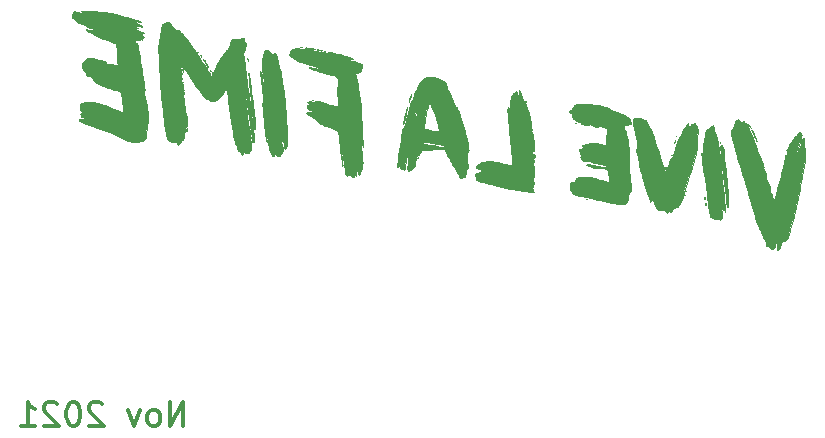
<source format=gbr>
%TF.GenerationSoftware,KiCad,Pcbnew,(5.1.9)-1*%
%TF.CreationDate,2021-11-17T20:07:43-06:00*%
%TF.ProjectId,GAL_Programmer,47414c5f-5072-46f6-9772-616d6d65722e,rev?*%
%TF.SameCoordinates,Original*%
%TF.FileFunction,Legend,Bot*%
%TF.FilePolarity,Positive*%
%FSLAX45Y45*%
G04 Gerber Fmt 4.5, Leading zero omitted, Abs format (unit mm)*
G04 Created by KiCad (PCBNEW (5.1.9)-1) date 2021-11-17 20:07:43*
%MOMM*%
%LPD*%
G01*
G04 APERTURE LIST*
%ADD10C,0.300000*%
%ADD11C,0.010000*%
G04 APERTURE END LIST*
D10*
X12130752Y-12551976D02*
X12130752Y-12351976D01*
X12016467Y-12551976D01*
X12016467Y-12351976D01*
X11892657Y-12551976D02*
X11911705Y-12542452D01*
X11921228Y-12532928D01*
X11930752Y-12513881D01*
X11930752Y-12456738D01*
X11921228Y-12437690D01*
X11911705Y-12428167D01*
X11892657Y-12418643D01*
X11864086Y-12418643D01*
X11845038Y-12428167D01*
X11835514Y-12437690D01*
X11825990Y-12456738D01*
X11825990Y-12513881D01*
X11835514Y-12532928D01*
X11845038Y-12542452D01*
X11864086Y-12551976D01*
X11892657Y-12551976D01*
X11759324Y-12418643D02*
X11711705Y-12551976D01*
X11664086Y-12418643D01*
X11445038Y-12371024D02*
X11435514Y-12361500D01*
X11416467Y-12351976D01*
X11368848Y-12351976D01*
X11349800Y-12361500D01*
X11340276Y-12371024D01*
X11330752Y-12390071D01*
X11330752Y-12409119D01*
X11340276Y-12437690D01*
X11454562Y-12551976D01*
X11330752Y-12551976D01*
X11206943Y-12351976D02*
X11187895Y-12351976D01*
X11168848Y-12361500D01*
X11159324Y-12371024D01*
X11149800Y-12390071D01*
X11140276Y-12428167D01*
X11140276Y-12475786D01*
X11149800Y-12513881D01*
X11159324Y-12532928D01*
X11168848Y-12542452D01*
X11187895Y-12551976D01*
X11206943Y-12551976D01*
X11225990Y-12542452D01*
X11235514Y-12532928D01*
X11245038Y-12513881D01*
X11254562Y-12475786D01*
X11254562Y-12428167D01*
X11245038Y-12390071D01*
X11235514Y-12371024D01*
X11225990Y-12361500D01*
X11206943Y-12351976D01*
X11064086Y-12371024D02*
X11054562Y-12361500D01*
X11035514Y-12351976D01*
X10987895Y-12351976D01*
X10968848Y-12361500D01*
X10959324Y-12371024D01*
X10949800Y-12390071D01*
X10949800Y-12409119D01*
X10959324Y-12437690D01*
X11073610Y-12551976D01*
X10949800Y-12551976D01*
X10759324Y-12551976D02*
X10873610Y-12551976D01*
X10816467Y-12551976D02*
X10816467Y-12351976D01*
X10835514Y-12380548D01*
X10854562Y-12399595D01*
X10873610Y-12409119D01*
D11*
%TO.C,G\u002A\u002A\u002A*%
G36*
X16816644Y-9961100D02*
G01*
X16809995Y-9966300D01*
X16802222Y-9975019D01*
X16797070Y-9986877D01*
X16794758Y-9996236D01*
X16790844Y-10009699D01*
X16785469Y-10021753D01*
X16781972Y-10027057D01*
X16774024Y-10041803D01*
X16770127Y-10061836D01*
X16770271Y-10086427D01*
X16774446Y-10114849D01*
X16782642Y-10146372D01*
X16783601Y-10149414D01*
X16788905Y-10166614D01*
X16793776Y-10183506D01*
X16797456Y-10197412D01*
X16798530Y-10202029D01*
X16799705Y-10207150D01*
X16801333Y-10213546D01*
X16803577Y-10221763D01*
X16806602Y-10232346D01*
X16810572Y-10245839D01*
X16815649Y-10262787D01*
X16821998Y-10283737D01*
X16829782Y-10309232D01*
X16839165Y-10339819D01*
X16850311Y-10376041D01*
X16863383Y-10418444D01*
X16868822Y-10436071D01*
X16877231Y-10463530D01*
X16885750Y-10491720D01*
X16893875Y-10518950D01*
X16901104Y-10543530D01*
X16906935Y-10563768D01*
X16909282Y-10572143D01*
X16915080Y-10592742D01*
X16921180Y-10613745D01*
X16926847Y-10632662D01*
X16931266Y-10646755D01*
X16935112Y-10659227D01*
X16940290Y-10677009D01*
X16946318Y-10698386D01*
X16952710Y-10721645D01*
X16958363Y-10742725D01*
X16970737Y-10786119D01*
X16983019Y-10822475D01*
X16994172Y-10849541D01*
X17001487Y-10865662D01*
X17007838Y-10880159D01*
X17012483Y-10891305D01*
X17014547Y-10896900D01*
X17017185Y-10903398D01*
X17022506Y-10914819D01*
X17029795Y-10929674D01*
X17038331Y-10946476D01*
X17040369Y-10950408D01*
X17049942Y-10969163D01*
X17056489Y-10983115D01*
X17060557Y-10993779D01*
X17062694Y-11002667D01*
X17063447Y-11011293D01*
X17063486Y-11014312D01*
X17063689Y-11025498D01*
X17064851Y-11031065D01*
X17067803Y-11032649D01*
X17072490Y-11032058D01*
X17079761Y-11032317D01*
X17085414Y-11037498D01*
X17087778Y-11041283D01*
X17096369Y-11050085D01*
X17108078Y-11054678D01*
X17120125Y-11054268D01*
X17125291Y-11052012D01*
X17130959Y-11045653D01*
X17136683Y-11034991D01*
X17141214Y-11022861D01*
X17143303Y-11012098D01*
X17143330Y-11011079D01*
X17144510Y-11004248D01*
X17147602Y-10992971D01*
X17151956Y-10979594D01*
X17152325Y-10978543D01*
X17156784Y-10964797D01*
X17160023Y-10952662D01*
X17161374Y-10944651D01*
X17161381Y-10944374D01*
X17162159Y-10938541D01*
X17163595Y-10937742D01*
X17164097Y-10942112D01*
X17163454Y-10951678D01*
X17161807Y-10964497D01*
X17161500Y-10966468D01*
X17159286Y-10983133D01*
X17157250Y-11003226D01*
X17155769Y-11022923D01*
X17155565Y-11026621D01*
X17154864Y-11042354D01*
X17154853Y-11052211D01*
X17155759Y-11057558D01*
X17157808Y-11059761D01*
X17161147Y-11060186D01*
X17168900Y-11057649D01*
X17175614Y-11052476D01*
X17180207Y-11045193D01*
X17185459Y-11033372D01*
X17190265Y-11019515D01*
X17190445Y-11018912D01*
X17194384Y-11005679D01*
X17197636Y-10994904D01*
X17199554Y-10988729D01*
X17199650Y-10988439D01*
X17202315Y-10985668D01*
X17207986Y-10988055D01*
X17213646Y-10990060D01*
X17220028Y-10987977D01*
X17226443Y-10983655D01*
X17234330Y-10977029D01*
X17240930Y-10969267D01*
X17246804Y-10959206D01*
X17252514Y-10945682D01*
X17258618Y-10927534D01*
X17265678Y-10903600D01*
X17266575Y-10900430D01*
X17270626Y-10885252D01*
X17275987Y-10863909D01*
X17282446Y-10837336D01*
X17289790Y-10806462D01*
X17297806Y-10772220D01*
X17306281Y-10735541D01*
X17315003Y-10697359D01*
X17323207Y-10661043D01*
X17092514Y-10661043D01*
X17091187Y-10664030D01*
X17090095Y-10663462D01*
X17089661Y-10659156D01*
X17090095Y-10658624D01*
X17092252Y-10659122D01*
X17092514Y-10661043D01*
X17323207Y-10661043D01*
X17323758Y-10658603D01*
X17332334Y-10620207D01*
X17340519Y-10583102D01*
X17348098Y-10548219D01*
X17354859Y-10516492D01*
X17360590Y-10488850D01*
X17360624Y-10488686D01*
X17370139Y-10439776D01*
X17378224Y-10393802D01*
X17384804Y-10351378D01*
X17389805Y-10313119D01*
X17393150Y-10279643D01*
X17394764Y-10251564D01*
X17394572Y-10229497D01*
X17393564Y-10219428D01*
X17391533Y-10204632D01*
X17389260Y-10185728D01*
X17387111Y-10165838D01*
X17386236Y-10156912D01*
X17384657Y-10141189D01*
X17383185Y-10128409D01*
X17382011Y-10120131D01*
X17381443Y-10117819D01*
X17376844Y-10117217D01*
X17371324Y-10121939D01*
X17365812Y-10130290D01*
X17361238Y-10140577D01*
X17358532Y-10151106D01*
X17358503Y-10159608D01*
X17358833Y-10169002D01*
X17357300Y-10175002D01*
X17355153Y-10180532D01*
X17351502Y-10191502D01*
X17346840Y-10206374D01*
X17341661Y-10223610D01*
X17341150Y-10225347D01*
X17335700Y-10243422D01*
X17330450Y-10259948D01*
X17325986Y-10273136D01*
X17322894Y-10281196D01*
X17322817Y-10281364D01*
X17317579Y-10292743D01*
X17319675Y-10280043D01*
X17322631Y-10263979D01*
X17326814Y-10243714D01*
X17331839Y-10220883D01*
X17337322Y-10197121D01*
X17342877Y-10174063D01*
X17348121Y-10153345D01*
X17352667Y-10136599D01*
X17355906Y-10126103D01*
X17360279Y-10112276D01*
X17363416Y-10099928D01*
X17364656Y-10091675D01*
X17364657Y-10091532D01*
X17362437Y-10080791D01*
X17356883Y-10071611D01*
X17349660Y-10066399D01*
X17346997Y-10065957D01*
X17341698Y-10068671D01*
X17333457Y-10075851D01*
X17323548Y-10086061D01*
X17313246Y-10097862D01*
X17303825Y-10109815D01*
X17296559Y-10120481D01*
X17293443Y-10126401D01*
X17286980Y-10136950D01*
X17278570Y-10145726D01*
X17268782Y-10155460D01*
X17260097Y-10167648D01*
X17254067Y-10179786D01*
X17252190Y-10188235D01*
X17249789Y-10196245D01*
X17243966Y-10205044D01*
X17243306Y-10205778D01*
X17237636Y-10212626D01*
X17236518Y-10218067D01*
X17239409Y-10225755D01*
X17240113Y-10227241D01*
X17243607Y-10236248D01*
X17243285Y-10243221D01*
X17240572Y-10249611D01*
X17235799Y-10256569D01*
X17231304Y-10259212D01*
X17231065Y-10259179D01*
X17227987Y-10261725D01*
X17226776Y-10270228D01*
X17226771Y-10270901D01*
X17225857Y-10279651D01*
X17223285Y-10294326D01*
X17219315Y-10313852D01*
X17214205Y-10337154D01*
X17208212Y-10363158D01*
X17201596Y-10390789D01*
X17194614Y-10418974D01*
X17187525Y-10446636D01*
X17180588Y-10472703D01*
X17174059Y-10496099D01*
X17168199Y-10515750D01*
X17167004Y-10519529D01*
X17160580Y-10540567D01*
X17153681Y-10564742D01*
X17147419Y-10588105D01*
X17145046Y-10597543D01*
X17141005Y-10613732D01*
X17137460Y-10627294D01*
X17134824Y-10636688D01*
X17133586Y-10640278D01*
X17130738Y-10640031D01*
X17126351Y-10635094D01*
X17121619Y-10627499D01*
X17117736Y-10619280D01*
X17115893Y-10612471D01*
X17116051Y-10610399D01*
X17116633Y-10601645D01*
X17115794Y-10598054D01*
X17112680Y-10592400D01*
X17110498Y-10593533D01*
X17109407Y-10601020D01*
X17109566Y-10614434D01*
X17109585Y-10614779D01*
X17110789Y-10637457D01*
X17103519Y-10615686D01*
X17097953Y-10595592D01*
X17096467Y-10580236D01*
X17098976Y-10568414D01*
X17100056Y-10566168D01*
X17101497Y-10560869D01*
X17100955Y-10552852D01*
X17098215Y-10540705D01*
X17096290Y-10534043D01*
X17088313Y-10534043D01*
X17087743Y-10539194D01*
X17086483Y-10538579D01*
X17086003Y-10531150D01*
X17086483Y-10529507D01*
X17087807Y-10529051D01*
X17088313Y-10534043D01*
X17096290Y-10534043D01*
X17093847Y-10525586D01*
X17088919Y-10510719D01*
X17084073Y-10498356D01*
X17080039Y-10490268D01*
X17078467Y-10488310D01*
X17075173Y-10483145D01*
X17071318Y-10473246D01*
X17067375Y-10460476D01*
X17063816Y-10446698D01*
X17061112Y-10433778D01*
X17059736Y-10423577D01*
X17060159Y-10417961D01*
X17060540Y-10417526D01*
X17061139Y-10414667D01*
X17058919Y-10413324D01*
X17055256Y-10408993D01*
X17050991Y-10399758D01*
X17047729Y-10389902D01*
X17043740Y-10374793D01*
X17042061Y-10365641D01*
X17042644Y-10361540D01*
X17045441Y-10361585D01*
X17046250Y-10362005D01*
X17047302Y-10361757D01*
X17043728Y-10357690D01*
X17043261Y-10357231D01*
X17039704Y-10351391D01*
X17034251Y-10339202D01*
X17027131Y-10321255D01*
X17018574Y-10298138D01*
X17008810Y-10270442D01*
X17003867Y-10256005D01*
X16991326Y-10219622D01*
X16978579Y-10183684D01*
X16965938Y-10148998D01*
X16953712Y-10116367D01*
X16942215Y-10086598D01*
X16931755Y-10060494D01*
X16922644Y-10038861D01*
X16915193Y-10022504D01*
X16909713Y-10012228D01*
X16909697Y-10012203D01*
X16901061Y-10000298D01*
X16890629Y-9988212D01*
X16887468Y-9984999D01*
X16879219Y-9977524D01*
X16873136Y-9974393D01*
X16866434Y-9974646D01*
X16861198Y-9975955D01*
X16852256Y-9977818D01*
X16846378Y-9976262D01*
X16840246Y-9970157D01*
X16838718Y-9968318D01*
X16830886Y-9960102D01*
X16824286Y-9957749D01*
X16816644Y-9961100D01*
G37*
X16816644Y-9961100D02*
X16809995Y-9966300D01*
X16802222Y-9975019D01*
X16797070Y-9986877D01*
X16794758Y-9996236D01*
X16790844Y-10009699D01*
X16785469Y-10021753D01*
X16781972Y-10027057D01*
X16774024Y-10041803D01*
X16770127Y-10061836D01*
X16770271Y-10086427D01*
X16774446Y-10114849D01*
X16782642Y-10146372D01*
X16783601Y-10149414D01*
X16788905Y-10166614D01*
X16793776Y-10183506D01*
X16797456Y-10197412D01*
X16798530Y-10202029D01*
X16799705Y-10207150D01*
X16801333Y-10213546D01*
X16803577Y-10221763D01*
X16806602Y-10232346D01*
X16810572Y-10245839D01*
X16815649Y-10262787D01*
X16821998Y-10283737D01*
X16829782Y-10309232D01*
X16839165Y-10339819D01*
X16850311Y-10376041D01*
X16863383Y-10418444D01*
X16868822Y-10436071D01*
X16877231Y-10463530D01*
X16885750Y-10491720D01*
X16893875Y-10518950D01*
X16901104Y-10543530D01*
X16906935Y-10563768D01*
X16909282Y-10572143D01*
X16915080Y-10592742D01*
X16921180Y-10613745D01*
X16926847Y-10632662D01*
X16931266Y-10646755D01*
X16935112Y-10659227D01*
X16940290Y-10677009D01*
X16946318Y-10698386D01*
X16952710Y-10721645D01*
X16958363Y-10742725D01*
X16970737Y-10786119D01*
X16983019Y-10822475D01*
X16994172Y-10849541D01*
X17001487Y-10865662D01*
X17007838Y-10880159D01*
X17012483Y-10891305D01*
X17014547Y-10896900D01*
X17017185Y-10903398D01*
X17022506Y-10914819D01*
X17029795Y-10929674D01*
X17038331Y-10946476D01*
X17040369Y-10950408D01*
X17049942Y-10969163D01*
X17056489Y-10983115D01*
X17060557Y-10993779D01*
X17062694Y-11002667D01*
X17063447Y-11011293D01*
X17063486Y-11014312D01*
X17063689Y-11025498D01*
X17064851Y-11031065D01*
X17067803Y-11032649D01*
X17072490Y-11032058D01*
X17079761Y-11032317D01*
X17085414Y-11037498D01*
X17087778Y-11041283D01*
X17096369Y-11050085D01*
X17108078Y-11054678D01*
X17120125Y-11054268D01*
X17125291Y-11052012D01*
X17130959Y-11045653D01*
X17136683Y-11034991D01*
X17141214Y-11022861D01*
X17143303Y-11012098D01*
X17143330Y-11011079D01*
X17144510Y-11004248D01*
X17147602Y-10992971D01*
X17151956Y-10979594D01*
X17152325Y-10978543D01*
X17156784Y-10964797D01*
X17160023Y-10952662D01*
X17161374Y-10944651D01*
X17161381Y-10944374D01*
X17162159Y-10938541D01*
X17163595Y-10937742D01*
X17164097Y-10942112D01*
X17163454Y-10951678D01*
X17161807Y-10964497D01*
X17161500Y-10966468D01*
X17159286Y-10983133D01*
X17157250Y-11003226D01*
X17155769Y-11022923D01*
X17155565Y-11026621D01*
X17154864Y-11042354D01*
X17154853Y-11052211D01*
X17155759Y-11057558D01*
X17157808Y-11059761D01*
X17161147Y-11060186D01*
X17168900Y-11057649D01*
X17175614Y-11052476D01*
X17180207Y-11045193D01*
X17185459Y-11033372D01*
X17190265Y-11019515D01*
X17190445Y-11018912D01*
X17194384Y-11005679D01*
X17197636Y-10994904D01*
X17199554Y-10988729D01*
X17199650Y-10988439D01*
X17202315Y-10985668D01*
X17207986Y-10988055D01*
X17213646Y-10990060D01*
X17220028Y-10987977D01*
X17226443Y-10983655D01*
X17234330Y-10977029D01*
X17240930Y-10969267D01*
X17246804Y-10959206D01*
X17252514Y-10945682D01*
X17258618Y-10927534D01*
X17265678Y-10903600D01*
X17266575Y-10900430D01*
X17270626Y-10885252D01*
X17275987Y-10863909D01*
X17282446Y-10837336D01*
X17289790Y-10806462D01*
X17297806Y-10772220D01*
X17306281Y-10735541D01*
X17315003Y-10697359D01*
X17323207Y-10661043D01*
X17092514Y-10661043D01*
X17091187Y-10664030D01*
X17090095Y-10663462D01*
X17089661Y-10659156D01*
X17090095Y-10658624D01*
X17092252Y-10659122D01*
X17092514Y-10661043D01*
X17323207Y-10661043D01*
X17323758Y-10658603D01*
X17332334Y-10620207D01*
X17340519Y-10583102D01*
X17348098Y-10548219D01*
X17354859Y-10516492D01*
X17360590Y-10488850D01*
X17360624Y-10488686D01*
X17370139Y-10439776D01*
X17378224Y-10393802D01*
X17384804Y-10351378D01*
X17389805Y-10313119D01*
X17393150Y-10279643D01*
X17394764Y-10251564D01*
X17394572Y-10229497D01*
X17393564Y-10219428D01*
X17391533Y-10204632D01*
X17389260Y-10185728D01*
X17387111Y-10165838D01*
X17386236Y-10156912D01*
X17384657Y-10141189D01*
X17383185Y-10128409D01*
X17382011Y-10120131D01*
X17381443Y-10117819D01*
X17376844Y-10117217D01*
X17371324Y-10121939D01*
X17365812Y-10130290D01*
X17361238Y-10140577D01*
X17358532Y-10151106D01*
X17358503Y-10159608D01*
X17358833Y-10169002D01*
X17357300Y-10175002D01*
X17355153Y-10180532D01*
X17351502Y-10191502D01*
X17346840Y-10206374D01*
X17341661Y-10223610D01*
X17341150Y-10225347D01*
X17335700Y-10243422D01*
X17330450Y-10259948D01*
X17325986Y-10273136D01*
X17322894Y-10281196D01*
X17322817Y-10281364D01*
X17317579Y-10292743D01*
X17319675Y-10280043D01*
X17322631Y-10263979D01*
X17326814Y-10243714D01*
X17331839Y-10220883D01*
X17337322Y-10197121D01*
X17342877Y-10174063D01*
X17348121Y-10153345D01*
X17352667Y-10136599D01*
X17355906Y-10126103D01*
X17360279Y-10112276D01*
X17363416Y-10099928D01*
X17364656Y-10091675D01*
X17364657Y-10091532D01*
X17362437Y-10080791D01*
X17356883Y-10071611D01*
X17349660Y-10066399D01*
X17346997Y-10065957D01*
X17341698Y-10068671D01*
X17333457Y-10075851D01*
X17323548Y-10086061D01*
X17313246Y-10097862D01*
X17303825Y-10109815D01*
X17296559Y-10120481D01*
X17293443Y-10126401D01*
X17286980Y-10136950D01*
X17278570Y-10145726D01*
X17268782Y-10155460D01*
X17260097Y-10167648D01*
X17254067Y-10179786D01*
X17252190Y-10188235D01*
X17249789Y-10196245D01*
X17243966Y-10205044D01*
X17243306Y-10205778D01*
X17237636Y-10212626D01*
X17236518Y-10218067D01*
X17239409Y-10225755D01*
X17240113Y-10227241D01*
X17243607Y-10236248D01*
X17243285Y-10243221D01*
X17240572Y-10249611D01*
X17235799Y-10256569D01*
X17231304Y-10259212D01*
X17231065Y-10259179D01*
X17227987Y-10261725D01*
X17226776Y-10270228D01*
X17226771Y-10270901D01*
X17225857Y-10279651D01*
X17223285Y-10294326D01*
X17219315Y-10313852D01*
X17214205Y-10337154D01*
X17208212Y-10363158D01*
X17201596Y-10390789D01*
X17194614Y-10418974D01*
X17187525Y-10446636D01*
X17180588Y-10472703D01*
X17174059Y-10496099D01*
X17168199Y-10515750D01*
X17167004Y-10519529D01*
X17160580Y-10540567D01*
X17153681Y-10564742D01*
X17147419Y-10588105D01*
X17145046Y-10597543D01*
X17141005Y-10613732D01*
X17137460Y-10627294D01*
X17134824Y-10636688D01*
X17133586Y-10640278D01*
X17130738Y-10640031D01*
X17126351Y-10635094D01*
X17121619Y-10627499D01*
X17117736Y-10619280D01*
X17115893Y-10612471D01*
X17116051Y-10610399D01*
X17116633Y-10601645D01*
X17115794Y-10598054D01*
X17112680Y-10592400D01*
X17110498Y-10593533D01*
X17109407Y-10601020D01*
X17109566Y-10614434D01*
X17109585Y-10614779D01*
X17110789Y-10637457D01*
X17103519Y-10615686D01*
X17097953Y-10595592D01*
X17096467Y-10580236D01*
X17098976Y-10568414D01*
X17100056Y-10566168D01*
X17101497Y-10560869D01*
X17100955Y-10552852D01*
X17098215Y-10540705D01*
X17096290Y-10534043D01*
X17088313Y-10534043D01*
X17087743Y-10539194D01*
X17086483Y-10538579D01*
X17086003Y-10531150D01*
X17086483Y-10529507D01*
X17087807Y-10529051D01*
X17088313Y-10534043D01*
X17096290Y-10534043D01*
X17093847Y-10525586D01*
X17088919Y-10510719D01*
X17084073Y-10498356D01*
X17080039Y-10490268D01*
X17078467Y-10488310D01*
X17075173Y-10483145D01*
X17071318Y-10473246D01*
X17067375Y-10460476D01*
X17063816Y-10446698D01*
X17061112Y-10433778D01*
X17059736Y-10423577D01*
X17060159Y-10417961D01*
X17060540Y-10417526D01*
X17061139Y-10414667D01*
X17058919Y-10413324D01*
X17055256Y-10408993D01*
X17050991Y-10399758D01*
X17047729Y-10389902D01*
X17043740Y-10374793D01*
X17042061Y-10365641D01*
X17042644Y-10361540D01*
X17045441Y-10361585D01*
X17046250Y-10362005D01*
X17047302Y-10361757D01*
X17043728Y-10357690D01*
X17043261Y-10357231D01*
X17039704Y-10351391D01*
X17034251Y-10339202D01*
X17027131Y-10321255D01*
X17018574Y-10298138D01*
X17008810Y-10270442D01*
X17003867Y-10256005D01*
X16991326Y-10219622D01*
X16978579Y-10183684D01*
X16965938Y-10148998D01*
X16953712Y-10116367D01*
X16942215Y-10086598D01*
X16931755Y-10060494D01*
X16922644Y-10038861D01*
X16915193Y-10022504D01*
X16909713Y-10012228D01*
X16909697Y-10012203D01*
X16901061Y-10000298D01*
X16890629Y-9988212D01*
X16887468Y-9984999D01*
X16879219Y-9977524D01*
X16873136Y-9974393D01*
X16866434Y-9974646D01*
X16861198Y-9975955D01*
X16852256Y-9977818D01*
X16846378Y-9976262D01*
X16840246Y-9970157D01*
X16838718Y-9968318D01*
X16830886Y-9960102D01*
X16824286Y-9957749D01*
X16816644Y-9961100D01*
G36*
X16609614Y-10010213D02*
G01*
X16602187Y-10016311D01*
X16592606Y-10024928D01*
X16591524Y-10025940D01*
X16580840Y-10035440D01*
X16573780Y-10040188D01*
X16569159Y-10040870D01*
X16567372Y-10039882D01*
X16563454Y-10037717D01*
X16560171Y-10038995D01*
X16557168Y-10044535D01*
X16554091Y-10055157D01*
X16550586Y-10071681D01*
X16548252Y-10084100D01*
X16544567Y-10104152D01*
X16540735Y-10124873D01*
X16537297Y-10143342D01*
X16535476Y-10153043D01*
X16532783Y-10171402D01*
X16530876Y-10192162D01*
X16530212Y-10208718D01*
X16529971Y-10223116D01*
X16529135Y-10231850D01*
X16527298Y-10236511D01*
X16524052Y-10238690D01*
X16522431Y-10239181D01*
X16517824Y-10241255D01*
X16516031Y-10245634D01*
X16516417Y-10254439D01*
X16516818Y-10257891D01*
X16517992Y-10269194D01*
X16519369Y-10284972D01*
X16520713Y-10302456D01*
X16521173Y-10309071D01*
X16522607Y-10326107D01*
X16524461Y-10342142D01*
X16526418Y-10354585D01*
X16527179Y-10358057D01*
X16529913Y-10371132D01*
X16531722Y-10383932D01*
X16531836Y-10385271D01*
X16533424Y-10396061D01*
X16536444Y-10409914D01*
X16538713Y-10418449D01*
X16542040Y-10432364D01*
X16545295Y-10449937D01*
X16547824Y-10467592D01*
X16548015Y-10469249D01*
X16549265Y-10480235D01*
X16551238Y-10497311D01*
X16553803Y-10519358D01*
X16556830Y-10545260D01*
X16560187Y-10573899D01*
X16563744Y-10604158D01*
X16565958Y-10622943D01*
X16570580Y-10662025D01*
X16574563Y-10694545D01*
X16578154Y-10721145D01*
X16581599Y-10742467D01*
X16585145Y-10759150D01*
X16589036Y-10771838D01*
X16593521Y-10781171D01*
X16598843Y-10787791D01*
X16605251Y-10792339D01*
X16612989Y-10795456D01*
X16622304Y-10797784D01*
X16633442Y-10799965D01*
X16633922Y-10800057D01*
X16651609Y-10803347D01*
X16663721Y-10805224D01*
X16671787Y-10805761D01*
X16677336Y-10805033D01*
X16681895Y-10803112D01*
X16683109Y-10802425D01*
X16688596Y-10796427D01*
X16691246Y-10785999D01*
X16691137Y-10770355D01*
X16688401Y-10749036D01*
X16683491Y-10719100D01*
X16694848Y-10719100D01*
X16705173Y-10721352D01*
X16712696Y-10729079D01*
X16719187Y-10739057D01*
X16717049Y-10719100D01*
X16716150Y-10710403D01*
X16714655Y-10695592D01*
X16712676Y-10675777D01*
X16711732Y-10666272D01*
X16693371Y-10666272D01*
X16692176Y-10671514D01*
X16689034Y-10669943D01*
X16688083Y-10668551D01*
X16688539Y-10663890D01*
X16689684Y-10662894D01*
X16692839Y-10663682D01*
X16693371Y-10666272D01*
X16711732Y-10666272D01*
X16710321Y-10652067D01*
X16707702Y-10625571D01*
X16705837Y-10606614D01*
X16689170Y-10606614D01*
X16688600Y-10611766D01*
X16687340Y-10611150D01*
X16686860Y-10603721D01*
X16687340Y-10602079D01*
X16688664Y-10601623D01*
X16689170Y-10606614D01*
X16705837Y-10606614D01*
X16704929Y-10597398D01*
X16704231Y-10590286D01*
X16701225Y-10559812D01*
X16698144Y-10528892D01*
X16695142Y-10499045D01*
X16692374Y-10471796D01*
X16689993Y-10448665D01*
X16688154Y-10431177D01*
X16688095Y-10430629D01*
X16685219Y-10403749D01*
X16683072Y-10383204D01*
X16681595Y-10368112D01*
X16680734Y-10357595D01*
X16680431Y-10350771D01*
X16680629Y-10346761D01*
X16681272Y-10344684D01*
X16682302Y-10343659D01*
X16682485Y-10343543D01*
X16685187Y-10345255D01*
X16687535Y-10352092D01*
X16687785Y-10353421D01*
X16691912Y-10378547D01*
X16696011Y-10405337D01*
X16699737Y-10431399D01*
X16702744Y-10454338D01*
X16704198Y-10466914D01*
X16705775Y-10481206D01*
X16707541Y-10495901D01*
X16709687Y-10512442D01*
X16712403Y-10532268D01*
X16715882Y-10556821D01*
X16718872Y-10577586D01*
X16720862Y-10593323D01*
X16722964Y-10613161D01*
X16724858Y-10633956D01*
X16725700Y-10644715D01*
X16727589Y-10667346D01*
X16729578Y-10683456D01*
X16731834Y-10693777D01*
X16734520Y-10699045D01*
X16737803Y-10699995D01*
X16738129Y-10699895D01*
X16740012Y-10695644D01*
X16741185Y-10684999D01*
X16741696Y-10668782D01*
X16741597Y-10647816D01*
X16740936Y-10622925D01*
X16739764Y-10594930D01*
X16738132Y-10564655D01*
X16736088Y-10532923D01*
X16733682Y-10500557D01*
X16730965Y-10468378D01*
X16727987Y-10437211D01*
X16724797Y-10407877D01*
X16721445Y-10381200D01*
X16717981Y-10358003D01*
X16717064Y-10352614D01*
X16712405Y-10325812D01*
X16708987Y-10305271D01*
X16706721Y-10290119D01*
X16705519Y-10279482D01*
X16705292Y-10272486D01*
X16705954Y-10268260D01*
X16707415Y-10265929D01*
X16708265Y-10265294D01*
X16710581Y-10262217D01*
X16711017Y-10255947D01*
X16710381Y-10251014D01*
X16707886Y-10251014D01*
X16706558Y-10254001D01*
X16705467Y-10253433D01*
X16705032Y-10249127D01*
X16705467Y-10248595D01*
X16707624Y-10249093D01*
X16707886Y-10251014D01*
X16710381Y-10251014D01*
X16709590Y-10244876D01*
X16708563Y-10239077D01*
X16708141Y-10236500D01*
X16704257Y-10236500D01*
X16702929Y-10239487D01*
X16701838Y-10238919D01*
X16701404Y-10234613D01*
X16701838Y-10234081D01*
X16703995Y-10234579D01*
X16704257Y-10236500D01*
X16708141Y-10236500D01*
X16706283Y-10225177D01*
X16704722Y-10212742D01*
X16704257Y-10205718D01*
X16701606Y-10195818D01*
X16694712Y-10184899D01*
X16693654Y-10183653D01*
X16687780Y-10177488D01*
X16683312Y-10174431D01*
X16680148Y-10175059D01*
X16678189Y-10179946D01*
X16677337Y-10189670D01*
X16677491Y-10204805D01*
X16678552Y-10225928D01*
X16680419Y-10253614D01*
X16680756Y-10258265D01*
X16682788Y-10287872D01*
X16684062Y-10310490D01*
X16684580Y-10326350D01*
X16684343Y-10335682D01*
X16683352Y-10338713D01*
X16681607Y-10335675D01*
X16681081Y-10334084D01*
X16680143Y-10328968D01*
X16678520Y-10317920D01*
X16676387Y-10302214D01*
X16673916Y-10283124D01*
X16671950Y-10267343D01*
X16530086Y-10267343D01*
X16528271Y-10269157D01*
X16526457Y-10267343D01*
X16528271Y-10265529D01*
X16530086Y-10267343D01*
X16671950Y-10267343D01*
X16671723Y-10265529D01*
X16667273Y-10229679D01*
X16663457Y-10200214D01*
X16660127Y-10176303D01*
X16657132Y-10157116D01*
X16654323Y-10141822D01*
X16651550Y-10129592D01*
X16648663Y-10119595D01*
X16645512Y-10111001D01*
X16642674Y-10104519D01*
X16637284Y-10090933D01*
X16631508Y-10073137D01*
X16626259Y-10054061D01*
X16624146Y-10045093D01*
X16620552Y-10029798D01*
X16617232Y-10017556D01*
X16614612Y-10009836D01*
X16613355Y-10007900D01*
X16609614Y-10010213D01*
G37*
X16609614Y-10010213D02*
X16602187Y-10016311D01*
X16592606Y-10024928D01*
X16591524Y-10025940D01*
X16580840Y-10035440D01*
X16573780Y-10040188D01*
X16569159Y-10040870D01*
X16567372Y-10039882D01*
X16563454Y-10037717D01*
X16560171Y-10038995D01*
X16557168Y-10044535D01*
X16554091Y-10055157D01*
X16550586Y-10071681D01*
X16548252Y-10084100D01*
X16544567Y-10104152D01*
X16540735Y-10124873D01*
X16537297Y-10143342D01*
X16535476Y-10153043D01*
X16532783Y-10171402D01*
X16530876Y-10192162D01*
X16530212Y-10208718D01*
X16529971Y-10223116D01*
X16529135Y-10231850D01*
X16527298Y-10236511D01*
X16524052Y-10238690D01*
X16522431Y-10239181D01*
X16517824Y-10241255D01*
X16516031Y-10245634D01*
X16516417Y-10254439D01*
X16516818Y-10257891D01*
X16517992Y-10269194D01*
X16519369Y-10284972D01*
X16520713Y-10302456D01*
X16521173Y-10309071D01*
X16522607Y-10326107D01*
X16524461Y-10342142D01*
X16526418Y-10354585D01*
X16527179Y-10358057D01*
X16529913Y-10371132D01*
X16531722Y-10383932D01*
X16531836Y-10385271D01*
X16533424Y-10396061D01*
X16536444Y-10409914D01*
X16538713Y-10418449D01*
X16542040Y-10432364D01*
X16545295Y-10449937D01*
X16547824Y-10467592D01*
X16548015Y-10469249D01*
X16549265Y-10480235D01*
X16551238Y-10497311D01*
X16553803Y-10519358D01*
X16556830Y-10545260D01*
X16560187Y-10573899D01*
X16563744Y-10604158D01*
X16565958Y-10622943D01*
X16570580Y-10662025D01*
X16574563Y-10694545D01*
X16578154Y-10721145D01*
X16581599Y-10742467D01*
X16585145Y-10759150D01*
X16589036Y-10771838D01*
X16593521Y-10781171D01*
X16598843Y-10787791D01*
X16605251Y-10792339D01*
X16612989Y-10795456D01*
X16622304Y-10797784D01*
X16633442Y-10799965D01*
X16633922Y-10800057D01*
X16651609Y-10803347D01*
X16663721Y-10805224D01*
X16671787Y-10805761D01*
X16677336Y-10805033D01*
X16681895Y-10803112D01*
X16683109Y-10802425D01*
X16688596Y-10796427D01*
X16691246Y-10785999D01*
X16691137Y-10770355D01*
X16688401Y-10749036D01*
X16683491Y-10719100D01*
X16694848Y-10719100D01*
X16705173Y-10721352D01*
X16712696Y-10729079D01*
X16719187Y-10739057D01*
X16717049Y-10719100D01*
X16716150Y-10710403D01*
X16714655Y-10695592D01*
X16712676Y-10675777D01*
X16711732Y-10666272D01*
X16693371Y-10666272D01*
X16692176Y-10671514D01*
X16689034Y-10669943D01*
X16688083Y-10668551D01*
X16688539Y-10663890D01*
X16689684Y-10662894D01*
X16692839Y-10663682D01*
X16693371Y-10666272D01*
X16711732Y-10666272D01*
X16710321Y-10652067D01*
X16707702Y-10625571D01*
X16705837Y-10606614D01*
X16689170Y-10606614D01*
X16688600Y-10611766D01*
X16687340Y-10611150D01*
X16686860Y-10603721D01*
X16687340Y-10602079D01*
X16688664Y-10601623D01*
X16689170Y-10606614D01*
X16705837Y-10606614D01*
X16704929Y-10597398D01*
X16704231Y-10590286D01*
X16701225Y-10559812D01*
X16698144Y-10528892D01*
X16695142Y-10499045D01*
X16692374Y-10471796D01*
X16689993Y-10448665D01*
X16688154Y-10431177D01*
X16688095Y-10430629D01*
X16685219Y-10403749D01*
X16683072Y-10383204D01*
X16681595Y-10368112D01*
X16680734Y-10357595D01*
X16680431Y-10350771D01*
X16680629Y-10346761D01*
X16681272Y-10344684D01*
X16682302Y-10343659D01*
X16682485Y-10343543D01*
X16685187Y-10345255D01*
X16687535Y-10352092D01*
X16687785Y-10353421D01*
X16691912Y-10378547D01*
X16696011Y-10405337D01*
X16699737Y-10431399D01*
X16702744Y-10454338D01*
X16704198Y-10466914D01*
X16705775Y-10481206D01*
X16707541Y-10495901D01*
X16709687Y-10512442D01*
X16712403Y-10532268D01*
X16715882Y-10556821D01*
X16718872Y-10577586D01*
X16720862Y-10593323D01*
X16722964Y-10613161D01*
X16724858Y-10633956D01*
X16725700Y-10644715D01*
X16727589Y-10667346D01*
X16729578Y-10683456D01*
X16731834Y-10693777D01*
X16734520Y-10699045D01*
X16737803Y-10699995D01*
X16738129Y-10699895D01*
X16740012Y-10695644D01*
X16741185Y-10684999D01*
X16741696Y-10668782D01*
X16741597Y-10647816D01*
X16740936Y-10622925D01*
X16739764Y-10594930D01*
X16738132Y-10564655D01*
X16736088Y-10532923D01*
X16733682Y-10500557D01*
X16730965Y-10468378D01*
X16727987Y-10437211D01*
X16724797Y-10407877D01*
X16721445Y-10381200D01*
X16717981Y-10358003D01*
X16717064Y-10352614D01*
X16712405Y-10325812D01*
X16708987Y-10305271D01*
X16706721Y-10290119D01*
X16705519Y-10279482D01*
X16705292Y-10272486D01*
X16705954Y-10268260D01*
X16707415Y-10265929D01*
X16708265Y-10265294D01*
X16710581Y-10262217D01*
X16711017Y-10255947D01*
X16710381Y-10251014D01*
X16707886Y-10251014D01*
X16706558Y-10254001D01*
X16705467Y-10253433D01*
X16705032Y-10249127D01*
X16705467Y-10248595D01*
X16707624Y-10249093D01*
X16707886Y-10251014D01*
X16710381Y-10251014D01*
X16709590Y-10244876D01*
X16708563Y-10239077D01*
X16708141Y-10236500D01*
X16704257Y-10236500D01*
X16702929Y-10239487D01*
X16701838Y-10238919D01*
X16701404Y-10234613D01*
X16701838Y-10234081D01*
X16703995Y-10234579D01*
X16704257Y-10236500D01*
X16708141Y-10236500D01*
X16706283Y-10225177D01*
X16704722Y-10212742D01*
X16704257Y-10205718D01*
X16701606Y-10195818D01*
X16694712Y-10184899D01*
X16693654Y-10183653D01*
X16687780Y-10177488D01*
X16683312Y-10174431D01*
X16680148Y-10175059D01*
X16678189Y-10179946D01*
X16677337Y-10189670D01*
X16677491Y-10204805D01*
X16678552Y-10225928D01*
X16680419Y-10253614D01*
X16680756Y-10258265D01*
X16682788Y-10287872D01*
X16684062Y-10310490D01*
X16684580Y-10326350D01*
X16684343Y-10335682D01*
X16683352Y-10338713D01*
X16681607Y-10335675D01*
X16681081Y-10334084D01*
X16680143Y-10328968D01*
X16678520Y-10317920D01*
X16676387Y-10302214D01*
X16673916Y-10283124D01*
X16671950Y-10267343D01*
X16530086Y-10267343D01*
X16528271Y-10269157D01*
X16526457Y-10267343D01*
X16528271Y-10265529D01*
X16530086Y-10267343D01*
X16671950Y-10267343D01*
X16671723Y-10265529D01*
X16667273Y-10229679D01*
X16663457Y-10200214D01*
X16660127Y-10176303D01*
X16657132Y-10157116D01*
X16654323Y-10141822D01*
X16651550Y-10129592D01*
X16648663Y-10119595D01*
X16645512Y-10111001D01*
X16642674Y-10104519D01*
X16637284Y-10090933D01*
X16631508Y-10073137D01*
X16626259Y-10054061D01*
X16624146Y-10045093D01*
X16620552Y-10029798D01*
X16617232Y-10017556D01*
X16614612Y-10009836D01*
X16613355Y-10007900D01*
X16609614Y-10010213D01*
G36*
X15940155Y-9970570D02*
G01*
X15933929Y-9998554D01*
X15945840Y-10038605D01*
X15951275Y-10057832D01*
X15956386Y-10077584D01*
X15960472Y-10095066D01*
X15962276Y-10104057D01*
X15968069Y-10138071D01*
X15972105Y-10165208D01*
X15974375Y-10185413D01*
X15974914Y-10196313D01*
X15974391Y-10205381D01*
X15972225Y-10208884D01*
X15968226Y-10208672D01*
X15964612Y-10208237D01*
X15963116Y-10210425D01*
X15963527Y-10216752D01*
X15965505Y-10228061D01*
X15968121Y-10240246D01*
X15970764Y-10249778D01*
X15972360Y-10253660D01*
X15973962Y-10258686D01*
X15976405Y-10269476D01*
X15979401Y-10284626D01*
X15982664Y-10302731D01*
X15983954Y-10310332D01*
X15987800Y-10332235D01*
X15992068Y-10354655D01*
X15996273Y-10375139D01*
X15999927Y-10391237D01*
X16000356Y-10392958D01*
X16004055Y-10406690D01*
X16009391Y-10425287D01*
X16016021Y-10447663D01*
X16023607Y-10472730D01*
X16031806Y-10499401D01*
X16040278Y-10526587D01*
X16048682Y-10553203D01*
X16056678Y-10578159D01*
X16063924Y-10600370D01*
X16070080Y-10618747D01*
X16074804Y-10632204D01*
X16077489Y-10639070D01*
X16084858Y-10655600D01*
X16088219Y-10639866D01*
X16090519Y-10630399D01*
X16092703Y-10626891D01*
X16095926Y-10628153D01*
X16097930Y-10629878D01*
X16102016Y-10635861D01*
X16107319Y-10646740D01*
X16112883Y-10660489D01*
X16114549Y-10665122D01*
X16120848Y-10681034D01*
X16128172Y-10696295D01*
X16135111Y-10708019D01*
X16136249Y-10709581D01*
X16142564Y-10717488D01*
X16147878Y-10721962D01*
X16154547Y-10723981D01*
X16164929Y-10724521D01*
X16172312Y-10724543D01*
X16185848Y-10724830D01*
X16194332Y-10726123D01*
X16199964Y-10729068D01*
X16204765Y-10734097D01*
X16214401Y-10743133D01*
X16223301Y-10746539D01*
X16230310Y-10744015D01*
X16232344Y-10741242D01*
X16236021Y-10736530D01*
X16241402Y-10736107D01*
X16247354Y-10737890D01*
X16255480Y-10739919D01*
X16261273Y-10738374D01*
X16266490Y-10732139D01*
X16271750Y-10722386D01*
X16280537Y-10711251D01*
X16288786Y-10706857D01*
X16304159Y-10701826D01*
X16314555Y-10696882D01*
X16322098Y-10690624D01*
X16328913Y-10681647D01*
X16330384Y-10679389D01*
X16336498Y-10668915D01*
X16340498Y-10660249D01*
X16341400Y-10656634D01*
X16343982Y-10649601D01*
X16346390Y-10646904D01*
X16350247Y-10640746D01*
X16353250Y-10630987D01*
X16353571Y-10629224D01*
X16355203Y-10622576D01*
X16358822Y-10609959D01*
X16364145Y-10592296D01*
X16370887Y-10570510D01*
X16378763Y-10545524D01*
X16387488Y-10518262D01*
X16393541Y-10499571D01*
X16404013Y-10466994D01*
X16414962Y-10432237D01*
X16425855Y-10397044D01*
X16436157Y-10363156D01*
X16445334Y-10332319D01*
X16452853Y-10306275D01*
X16454105Y-10301814D01*
X16461437Y-10275371D01*
X16467019Y-10254555D01*
X16471104Y-10238017D01*
X16473943Y-10224408D01*
X16475789Y-10212379D01*
X16476894Y-10200582D01*
X16477510Y-10187668D01*
X16477836Y-10174814D01*
X16478626Y-10153298D01*
X16480022Y-10130551D01*
X16481810Y-10109643D01*
X16483308Y-10096800D01*
X16486294Y-10071662D01*
X16487293Y-10052522D01*
X16486210Y-10038373D01*
X16482950Y-10028207D01*
X16477416Y-10021016D01*
X16475979Y-10019807D01*
X16466971Y-10008822D01*
X16463339Y-9996768D01*
X16461499Y-9987620D01*
X16459337Y-9984450D01*
X16455861Y-9986008D01*
X16455221Y-9986526D01*
X16449324Y-9993746D01*
X16446340Y-9999587D01*
X16442477Y-10005928D01*
X16438651Y-10007794D01*
X16436815Y-10004950D01*
X16437557Y-10000643D01*
X16438880Y-9994593D01*
X16437008Y-9994593D01*
X16431795Y-10000742D01*
X16426671Y-10007900D01*
X16418198Y-10018442D01*
X16412092Y-10022138D01*
X16408297Y-10018985D01*
X16406757Y-10008977D01*
X16406714Y-10006200D01*
X16406317Y-9996285D01*
X16404660Y-9992062D01*
X16401040Y-9991988D01*
X16400364Y-9992211D01*
X16394592Y-9995336D01*
X16388660Y-10001195D01*
X16381909Y-10010738D01*
X16373680Y-10024914D01*
X16363312Y-10044671D01*
X16361714Y-10047814D01*
X16339585Y-10093136D01*
X16320468Y-10135727D01*
X16304759Y-10174649D01*
X16292852Y-10208963D01*
X16290049Y-10218328D01*
X16283627Y-10239292D01*
X16277862Y-10254550D01*
X16272138Y-10265541D01*
X16266706Y-10272756D01*
X16255753Y-10286627D01*
X16247766Y-10301251D01*
X16241544Y-10319138D01*
X16238200Y-10332301D01*
X16234743Y-10345851D01*
X16231248Y-10357375D01*
X16228620Y-10364050D01*
X16225300Y-10369010D01*
X16221745Y-10368431D01*
X16217717Y-10365033D01*
X16211756Y-10360592D01*
X16209171Y-10361594D01*
X16209706Y-10368525D01*
X16211643Y-10376584D01*
X16213536Y-10387550D01*
X16213306Y-10396471D01*
X16211262Y-10401731D01*
X16207712Y-10401718D01*
X16206968Y-10401063D01*
X16204855Y-10396607D01*
X16201094Y-10386325D01*
X16196069Y-10371358D01*
X16190162Y-10352848D01*
X16183754Y-10331935D01*
X16183356Y-10330606D01*
X16175049Y-10303261D01*
X16165445Y-10272242D01*
X16156301Y-10243148D01*
X15989005Y-10243148D01*
X15988473Y-10246321D01*
X15985800Y-10245571D01*
X15982643Y-10240393D01*
X15982227Y-10237193D01*
X15982814Y-10233132D01*
X15985323Y-10235770D01*
X15985800Y-10236500D01*
X15989005Y-10243148D01*
X16156301Y-10243148D01*
X16155494Y-10240584D01*
X16146148Y-10211321D01*
X16141954Y-10198400D01*
X16134726Y-10176114D01*
X16127851Y-10154586D01*
X16121826Y-10135402D01*
X16117150Y-10120146D01*
X16114571Y-10111314D01*
X16111004Y-10101019D01*
X16104789Y-10085757D01*
X16096577Y-10067021D01*
X16087024Y-10046307D01*
X16077691Y-10026950D01*
X16066947Y-10005266D01*
X16058794Y-9989258D01*
X16052668Y-9978070D01*
X16048003Y-9970845D01*
X16044235Y-9966723D01*
X16043224Y-9966171D01*
X16022086Y-9966171D01*
X16020271Y-9967986D01*
X16018457Y-9966171D01*
X16020271Y-9964357D01*
X16022086Y-9966171D01*
X16043224Y-9966171D01*
X16040799Y-9964849D01*
X16037130Y-9964363D01*
X16036457Y-9964357D01*
X16027074Y-9962146D01*
X16022376Y-9958007D01*
X16019455Y-9954245D01*
X16018567Y-9956872D01*
X16016493Y-9958574D01*
X16010418Y-9954320D01*
X16008280Y-9952336D01*
X16002058Y-9947133D01*
X15995511Y-9944190D01*
X15986329Y-9942882D01*
X15972242Y-9942586D01*
X15946381Y-9942586D01*
X15940155Y-9970570D01*
G37*
X15940155Y-9970570D02*
X15933929Y-9998554D01*
X15945840Y-10038605D01*
X15951275Y-10057832D01*
X15956386Y-10077584D01*
X15960472Y-10095066D01*
X15962276Y-10104057D01*
X15968069Y-10138071D01*
X15972105Y-10165208D01*
X15974375Y-10185413D01*
X15974914Y-10196313D01*
X15974391Y-10205381D01*
X15972225Y-10208884D01*
X15968226Y-10208672D01*
X15964612Y-10208237D01*
X15963116Y-10210425D01*
X15963527Y-10216752D01*
X15965505Y-10228061D01*
X15968121Y-10240246D01*
X15970764Y-10249778D01*
X15972360Y-10253660D01*
X15973962Y-10258686D01*
X15976405Y-10269476D01*
X15979401Y-10284626D01*
X15982664Y-10302731D01*
X15983954Y-10310332D01*
X15987800Y-10332235D01*
X15992068Y-10354655D01*
X15996273Y-10375139D01*
X15999927Y-10391237D01*
X16000356Y-10392958D01*
X16004055Y-10406690D01*
X16009391Y-10425287D01*
X16016021Y-10447663D01*
X16023607Y-10472730D01*
X16031806Y-10499401D01*
X16040278Y-10526587D01*
X16048682Y-10553203D01*
X16056678Y-10578159D01*
X16063924Y-10600370D01*
X16070080Y-10618747D01*
X16074804Y-10632204D01*
X16077489Y-10639070D01*
X16084858Y-10655600D01*
X16088219Y-10639866D01*
X16090519Y-10630399D01*
X16092703Y-10626891D01*
X16095926Y-10628153D01*
X16097930Y-10629878D01*
X16102016Y-10635861D01*
X16107319Y-10646740D01*
X16112883Y-10660489D01*
X16114549Y-10665122D01*
X16120848Y-10681034D01*
X16128172Y-10696295D01*
X16135111Y-10708019D01*
X16136249Y-10709581D01*
X16142564Y-10717488D01*
X16147878Y-10721962D01*
X16154547Y-10723981D01*
X16164929Y-10724521D01*
X16172312Y-10724543D01*
X16185848Y-10724830D01*
X16194332Y-10726123D01*
X16199964Y-10729068D01*
X16204765Y-10734097D01*
X16214401Y-10743133D01*
X16223301Y-10746539D01*
X16230310Y-10744015D01*
X16232344Y-10741242D01*
X16236021Y-10736530D01*
X16241402Y-10736107D01*
X16247354Y-10737890D01*
X16255480Y-10739919D01*
X16261273Y-10738374D01*
X16266490Y-10732139D01*
X16271750Y-10722386D01*
X16280537Y-10711251D01*
X16288786Y-10706857D01*
X16304159Y-10701826D01*
X16314555Y-10696882D01*
X16322098Y-10690624D01*
X16328913Y-10681647D01*
X16330384Y-10679389D01*
X16336498Y-10668915D01*
X16340498Y-10660249D01*
X16341400Y-10656634D01*
X16343982Y-10649601D01*
X16346390Y-10646904D01*
X16350247Y-10640746D01*
X16353250Y-10630987D01*
X16353571Y-10629224D01*
X16355203Y-10622576D01*
X16358822Y-10609959D01*
X16364145Y-10592296D01*
X16370887Y-10570510D01*
X16378763Y-10545524D01*
X16387488Y-10518262D01*
X16393541Y-10499571D01*
X16404013Y-10466994D01*
X16414962Y-10432237D01*
X16425855Y-10397044D01*
X16436157Y-10363156D01*
X16445334Y-10332319D01*
X16452853Y-10306275D01*
X16454105Y-10301814D01*
X16461437Y-10275371D01*
X16467019Y-10254555D01*
X16471104Y-10238017D01*
X16473943Y-10224408D01*
X16475789Y-10212379D01*
X16476894Y-10200582D01*
X16477510Y-10187668D01*
X16477836Y-10174814D01*
X16478626Y-10153298D01*
X16480022Y-10130551D01*
X16481810Y-10109643D01*
X16483308Y-10096800D01*
X16486294Y-10071662D01*
X16487293Y-10052522D01*
X16486210Y-10038373D01*
X16482950Y-10028207D01*
X16477416Y-10021016D01*
X16475979Y-10019807D01*
X16466971Y-10008822D01*
X16463339Y-9996768D01*
X16461499Y-9987620D01*
X16459337Y-9984450D01*
X16455861Y-9986008D01*
X16455221Y-9986526D01*
X16449324Y-9993746D01*
X16446340Y-9999587D01*
X16442477Y-10005928D01*
X16438651Y-10007794D01*
X16436815Y-10004950D01*
X16437557Y-10000643D01*
X16438880Y-9994593D01*
X16437008Y-9994593D01*
X16431795Y-10000742D01*
X16426671Y-10007900D01*
X16418198Y-10018442D01*
X16412092Y-10022138D01*
X16408297Y-10018985D01*
X16406757Y-10008977D01*
X16406714Y-10006200D01*
X16406317Y-9996285D01*
X16404660Y-9992062D01*
X16401040Y-9991988D01*
X16400364Y-9992211D01*
X16394592Y-9995336D01*
X16388660Y-10001195D01*
X16381909Y-10010738D01*
X16373680Y-10024914D01*
X16363312Y-10044671D01*
X16361714Y-10047814D01*
X16339585Y-10093136D01*
X16320468Y-10135727D01*
X16304759Y-10174649D01*
X16292852Y-10208963D01*
X16290049Y-10218328D01*
X16283627Y-10239292D01*
X16277862Y-10254550D01*
X16272138Y-10265541D01*
X16266706Y-10272756D01*
X16255753Y-10286627D01*
X16247766Y-10301251D01*
X16241544Y-10319138D01*
X16238200Y-10332301D01*
X16234743Y-10345851D01*
X16231248Y-10357375D01*
X16228620Y-10364050D01*
X16225300Y-10369010D01*
X16221745Y-10368431D01*
X16217717Y-10365033D01*
X16211756Y-10360592D01*
X16209171Y-10361594D01*
X16209706Y-10368525D01*
X16211643Y-10376584D01*
X16213536Y-10387550D01*
X16213306Y-10396471D01*
X16211262Y-10401731D01*
X16207712Y-10401718D01*
X16206968Y-10401063D01*
X16204855Y-10396607D01*
X16201094Y-10386325D01*
X16196069Y-10371358D01*
X16190162Y-10352848D01*
X16183754Y-10331935D01*
X16183356Y-10330606D01*
X16175049Y-10303261D01*
X16165445Y-10272242D01*
X16156301Y-10243148D01*
X15989005Y-10243148D01*
X15988473Y-10246321D01*
X15985800Y-10245571D01*
X15982643Y-10240393D01*
X15982227Y-10237193D01*
X15982814Y-10233132D01*
X15985323Y-10235770D01*
X15985800Y-10236500D01*
X15989005Y-10243148D01*
X16156301Y-10243148D01*
X16155494Y-10240584D01*
X16146148Y-10211321D01*
X16141954Y-10198400D01*
X16134726Y-10176114D01*
X16127851Y-10154586D01*
X16121826Y-10135402D01*
X16117150Y-10120146D01*
X16114571Y-10111314D01*
X16111004Y-10101019D01*
X16104789Y-10085757D01*
X16096577Y-10067021D01*
X16087024Y-10046307D01*
X16077691Y-10026950D01*
X16066947Y-10005266D01*
X16058794Y-9989258D01*
X16052668Y-9978070D01*
X16048003Y-9970845D01*
X16044235Y-9966723D01*
X16043224Y-9966171D01*
X16022086Y-9966171D01*
X16020271Y-9967986D01*
X16018457Y-9966171D01*
X16020271Y-9964357D01*
X16022086Y-9966171D01*
X16043224Y-9966171D01*
X16040799Y-9964849D01*
X16037130Y-9964363D01*
X16036457Y-9964357D01*
X16027074Y-9962146D01*
X16022376Y-9958007D01*
X16019455Y-9954245D01*
X16018567Y-9956872D01*
X16016493Y-9958574D01*
X16010418Y-9954320D01*
X16008280Y-9952336D01*
X16002058Y-9947133D01*
X15995511Y-9944190D01*
X15986329Y-9942882D01*
X15972242Y-9942586D01*
X15946381Y-9942586D01*
X15940155Y-9970570D01*
G36*
X16549106Y-10667770D02*
G01*
X16548229Y-10673529D01*
X16549566Y-10681212D01*
X16551857Y-10684629D01*
X16554427Y-10683211D01*
X16555484Y-10676151D01*
X16555486Y-10675771D01*
X16554453Y-10668036D01*
X16551959Y-10664676D01*
X16551857Y-10664671D01*
X16549106Y-10667770D01*
G37*
X16549106Y-10667770D02*
X16548229Y-10673529D01*
X16549566Y-10681212D01*
X16551857Y-10684629D01*
X16554427Y-10683211D01*
X16555484Y-10676151D01*
X16555486Y-10675771D01*
X16554453Y-10668036D01*
X16551959Y-10664676D01*
X16551857Y-10664671D01*
X16549106Y-10667770D01*
G36*
X15496169Y-9824815D02*
G01*
X15479464Y-9826818D01*
X15463320Y-9829621D01*
X15450000Y-9832893D01*
X15441961Y-9836176D01*
X15434266Y-9843772D01*
X15429372Y-9852257D01*
X15425240Y-9859633D01*
X15420815Y-9862757D01*
X15420762Y-9862757D01*
X15416707Y-9865275D01*
X15416898Y-9871048D01*
X15420469Y-9876546D01*
X15421710Y-9879315D01*
X15417518Y-9880629D01*
X15409583Y-9880900D01*
X15399766Y-9881469D01*
X15395305Y-9883744D01*
X15394343Y-9887925D01*
X15397715Y-9894750D01*
X15407163Y-9902123D01*
X15408892Y-9903127D01*
X15417759Y-9908609D01*
X15421570Y-9913332D01*
X15421783Y-9919740D01*
X15421125Y-9923658D01*
X15420372Y-9930138D01*
X15421567Y-9935637D01*
X15425662Y-9941792D01*
X15433607Y-9950240D01*
X15440465Y-9956942D01*
X15452568Y-9968040D01*
X15461996Y-9974868D01*
X15470794Y-9978669D01*
X15479032Y-9980409D01*
X15489939Y-9982775D01*
X15495043Y-9986102D01*
X15495943Y-9989420D01*
X15497465Y-9993175D01*
X15502869Y-9996376D01*
X15513416Y-9999599D01*
X15523260Y-10001897D01*
X15540463Y-10005503D01*
X15551745Y-10007353D01*
X15558205Y-10007528D01*
X15560941Y-10006111D01*
X15561257Y-10004736D01*
X15558080Y-10002056D01*
X15549896Y-9998495D01*
X15542207Y-9995957D01*
X15532988Y-9992834D01*
X15529613Y-9990739D01*
X15531670Y-9990050D01*
X15542720Y-9991194D01*
X15556733Y-9994627D01*
X15570978Y-9999459D01*
X15582721Y-10004799D01*
X15588059Y-10008427D01*
X15595156Y-10012876D01*
X15600546Y-10013389D01*
X15606656Y-10013921D01*
X15615531Y-10017664D01*
X15618004Y-10019098D01*
X15626337Y-10023795D01*
X15631834Y-10024672D01*
X15637685Y-10021950D01*
X15639747Y-10020622D01*
X15646996Y-10017279D01*
X15655946Y-10016338D01*
X15668023Y-10017918D01*
X15684656Y-10022138D01*
X15694995Y-10025235D01*
X15709666Y-10031512D01*
X15717567Y-10039494D01*
X15719102Y-10049772D01*
X15717026Y-10057568D01*
X15715367Y-10065060D01*
X15713707Y-10077900D01*
X15712257Y-10094184D01*
X15711348Y-10109275D01*
X15709907Y-10131330D01*
X15707899Y-10149885D01*
X15705484Y-10163952D01*
X15702825Y-10172545D01*
X15700614Y-10174814D01*
X15696654Y-10174082D01*
X15687046Y-10172089D01*
X15673227Y-10169138D01*
X15656634Y-10165533D01*
X15656445Y-10165491D01*
X15630074Y-10160235D01*
X15608740Y-10157358D01*
X15590638Y-10156827D01*
X15573961Y-10158608D01*
X15556904Y-10162665D01*
X15553951Y-10163544D01*
X15539400Y-10167717D01*
X15525463Y-10171290D01*
X15516807Y-10173167D01*
X15507047Y-10175560D01*
X15503860Y-10179040D01*
X15506645Y-10185232D01*
X15510457Y-10190319D01*
X15516198Y-10198363D01*
X15516850Y-10202411D01*
X15512282Y-10203764D01*
X15509096Y-10203843D01*
X15499101Y-10204576D01*
X15489139Y-10206111D01*
X15480683Y-10209793D01*
X15477891Y-10216682D01*
X15480715Y-10227322D01*
X15486319Y-10237811D01*
X15491902Y-10249364D01*
X15493573Y-10260958D01*
X15493108Y-10269434D01*
X15492606Y-10279622D01*
X15494382Y-10286243D01*
X15499773Y-10290680D01*
X15510116Y-10294317D01*
X15519529Y-10296758D01*
X15530414Y-10299461D01*
X15505014Y-10304090D01*
X15515210Y-10309076D01*
X15522662Y-10311743D01*
X15531180Y-10312144D01*
X15543402Y-10310326D01*
X15546870Y-10309629D01*
X15558848Y-10307410D01*
X15567328Y-10307151D01*
X15575356Y-10309315D01*
X15585976Y-10314366D01*
X15589289Y-10316080D01*
X15606940Y-10323592D01*
X15628288Y-10330239D01*
X15650327Y-10335258D01*
X15670051Y-10337886D01*
X15675975Y-10338100D01*
X15689154Y-10339868D01*
X15700495Y-10344474D01*
X15708039Y-10350870D01*
X15710029Y-10356336D01*
X15709732Y-10359583D01*
X15708249Y-10361759D01*
X15704688Y-10362796D01*
X15698160Y-10362631D01*
X15687774Y-10361197D01*
X15672638Y-10358429D01*
X15651864Y-10354262D01*
X15635225Y-10350836D01*
X15604310Y-10344793D01*
X15579458Y-10340682D01*
X15560881Y-10338526D01*
X15548790Y-10338348D01*
X15543396Y-10340169D01*
X15543114Y-10341057D01*
X15546570Y-10345161D01*
X15556442Y-10350160D01*
X15571983Y-10355770D01*
X15592447Y-10361709D01*
X15607736Y-10365540D01*
X15627892Y-10369974D01*
X15643593Y-10372430D01*
X15657287Y-10373172D01*
X15671424Y-10372458D01*
X15672129Y-10372394D01*
X15685863Y-10371351D01*
X15694725Y-10371640D01*
X15701047Y-10373706D01*
X15707162Y-10377991D01*
X15708851Y-10379395D01*
X15717241Y-10388194D01*
X15723296Y-10397557D01*
X15723827Y-10398805D01*
X15726550Y-10408106D01*
X15729447Y-10421481D01*
X15732223Y-10437014D01*
X15734589Y-10452790D01*
X15736252Y-10466893D01*
X15736919Y-10477406D01*
X15736509Y-10482033D01*
X15733209Y-10485231D01*
X15726180Y-10486141D01*
X15714775Y-10484652D01*
X15698347Y-10480652D01*
X15676246Y-10474030D01*
X15660557Y-10468938D01*
X15612895Y-10455235D01*
X15568681Y-10446953D01*
X15526760Y-10443904D01*
X15508643Y-10444176D01*
X15492301Y-10445243D01*
X15478017Y-10446861D01*
X15467800Y-10448770D01*
X15464512Y-10449917D01*
X15458052Y-10455808D01*
X15451579Y-10465323D01*
X15449998Y-10468431D01*
X15443196Y-10479311D01*
X15434278Y-10484983D01*
X15420988Y-10486800D01*
X15419280Y-10486822D01*
X15409666Y-10488905D01*
X15403953Y-10493981D01*
X15403527Y-10500467D01*
X15405083Y-10503024D01*
X15407593Y-10508695D01*
X15406271Y-10516901D01*
X15405135Y-10520260D01*
X15402651Y-10532496D01*
X15404587Y-10545983D01*
X15404792Y-10546743D01*
X15410131Y-10561522D01*
X15417109Y-10574459D01*
X15424545Y-10583654D01*
X15429742Y-10586959D01*
X15436908Y-10589807D01*
X15446881Y-10594569D01*
X15449685Y-10596020D01*
X15459146Y-10599787D01*
X15473463Y-10604041D01*
X15490326Y-10608139D01*
X15500485Y-10610212D01*
X15543414Y-10618313D01*
X15580078Y-10625284D01*
X15611348Y-10631310D01*
X15638099Y-10636576D01*
X15661200Y-10641265D01*
X15681526Y-10645563D01*
X15699947Y-10649655D01*
X15717336Y-10653724D01*
X15734564Y-10657956D01*
X15752505Y-10662534D01*
X15772031Y-10667645D01*
X15772867Y-10667865D01*
X15802804Y-10674797D01*
X15827086Y-10678200D01*
X15846380Y-10678114D01*
X15861351Y-10674578D01*
X15864403Y-10673206D01*
X15875430Y-10664208D01*
X15885066Y-10649845D01*
X15892321Y-10631998D01*
X15896196Y-10612683D01*
X15898288Y-10599628D01*
X15901489Y-10588524D01*
X15903899Y-10583655D01*
X15910710Y-10574189D01*
X15915351Y-10567771D01*
X15917574Y-10563914D01*
X15918953Y-10558837D01*
X15919521Y-10551293D01*
X15919315Y-10540035D01*
X15918369Y-10523813D01*
X15917078Y-10506086D01*
X15915306Y-10484295D01*
X15912963Y-10457743D01*
X15910277Y-10428881D01*
X15907474Y-10400161D01*
X15905395Y-10379829D01*
X15902712Y-10353250D01*
X15900897Y-10332181D01*
X15899899Y-10314932D01*
X15899668Y-10299815D01*
X15900151Y-10285141D01*
X15901298Y-10269219D01*
X15901856Y-10262935D01*
X15903549Y-10242032D01*
X15904170Y-10226284D01*
X15903684Y-10213660D01*
X15902057Y-10202133D01*
X15900728Y-10195806D01*
X15897664Y-10179821D01*
X15894886Y-10161020D01*
X15893218Y-10145786D01*
X15891127Y-10129637D01*
X15887903Y-10113842D01*
X15884392Y-10102243D01*
X15879267Y-10087381D01*
X15876167Y-10074207D01*
X15875309Y-10064224D01*
X15876910Y-10058934D01*
X15878078Y-10058470D01*
X15878591Y-10057238D01*
X15874169Y-10054939D01*
X15865532Y-10047662D01*
X15862715Y-10040557D01*
X15847914Y-10040557D01*
X15846587Y-10043544D01*
X15845495Y-10042976D01*
X15845061Y-10038670D01*
X15845495Y-10038138D01*
X15847652Y-10038636D01*
X15847914Y-10040557D01*
X15862715Y-10040557D01*
X15860322Y-10034523D01*
X15858800Y-10018550D01*
X15858800Y-10015171D01*
X15630200Y-10015171D01*
X15628005Y-10017112D01*
X15622632Y-10014991D01*
X15617564Y-10011209D01*
X15617033Y-10008972D01*
X15621856Y-10008290D01*
X15627584Y-10011048D01*
X15630200Y-10015171D01*
X15858800Y-10015171D01*
X15858800Y-10004271D01*
X15595729Y-10004271D01*
X15595563Y-10007620D01*
X15594343Y-10007900D01*
X15589213Y-10005252D01*
X15588471Y-10004271D01*
X15588637Y-10000922D01*
X15589857Y-10000643D01*
X15594987Y-10003291D01*
X15595729Y-10004271D01*
X15858800Y-10004271D01*
X15878937Y-10004271D01*
X15893798Y-10003016D01*
X15906821Y-9999685D01*
X15916274Y-9994927D01*
X15920426Y-9989395D01*
X15920486Y-9988657D01*
X15918538Y-9982481D01*
X15914719Y-9975882D01*
X15911076Y-9968118D01*
X15910871Y-9962650D01*
X15909837Y-9955372D01*
X15901904Y-9946443D01*
X15887216Y-9935951D01*
X15865921Y-9923985D01*
X15838163Y-9910633D01*
X15804089Y-9895984D01*
X15794331Y-9892022D01*
X15773792Y-9883571D01*
X15754903Y-9875432D01*
X15738989Y-9868204D01*
X15727373Y-9862486D01*
X15721822Y-9859226D01*
X15712113Y-9854379D01*
X15696396Y-9849314D01*
X15675906Y-9844283D01*
X15651879Y-9839537D01*
X15625547Y-9835328D01*
X15598146Y-9831909D01*
X15579400Y-9830154D01*
X15560823Y-9828584D01*
X15543838Y-9826997D01*
X15530331Y-9825577D01*
X15522224Y-9824516D01*
X15511176Y-9823938D01*
X15496169Y-9824815D01*
G37*
X15496169Y-9824815D02*
X15479464Y-9826818D01*
X15463320Y-9829621D01*
X15450000Y-9832893D01*
X15441961Y-9836176D01*
X15434266Y-9843772D01*
X15429372Y-9852257D01*
X15425240Y-9859633D01*
X15420815Y-9862757D01*
X15420762Y-9862757D01*
X15416707Y-9865275D01*
X15416898Y-9871048D01*
X15420469Y-9876546D01*
X15421710Y-9879315D01*
X15417518Y-9880629D01*
X15409583Y-9880900D01*
X15399766Y-9881469D01*
X15395305Y-9883744D01*
X15394343Y-9887925D01*
X15397715Y-9894750D01*
X15407163Y-9902123D01*
X15408892Y-9903127D01*
X15417759Y-9908609D01*
X15421570Y-9913332D01*
X15421783Y-9919740D01*
X15421125Y-9923658D01*
X15420372Y-9930138D01*
X15421567Y-9935637D01*
X15425662Y-9941792D01*
X15433607Y-9950240D01*
X15440465Y-9956942D01*
X15452568Y-9968040D01*
X15461996Y-9974868D01*
X15470794Y-9978669D01*
X15479032Y-9980409D01*
X15489939Y-9982775D01*
X15495043Y-9986102D01*
X15495943Y-9989420D01*
X15497465Y-9993175D01*
X15502869Y-9996376D01*
X15513416Y-9999599D01*
X15523260Y-10001897D01*
X15540463Y-10005503D01*
X15551745Y-10007353D01*
X15558205Y-10007528D01*
X15560941Y-10006111D01*
X15561257Y-10004736D01*
X15558080Y-10002056D01*
X15549896Y-9998495D01*
X15542207Y-9995957D01*
X15532988Y-9992834D01*
X15529613Y-9990739D01*
X15531670Y-9990050D01*
X15542720Y-9991194D01*
X15556733Y-9994627D01*
X15570978Y-9999459D01*
X15582721Y-10004799D01*
X15588059Y-10008427D01*
X15595156Y-10012876D01*
X15600546Y-10013389D01*
X15606656Y-10013921D01*
X15615531Y-10017664D01*
X15618004Y-10019098D01*
X15626337Y-10023795D01*
X15631834Y-10024672D01*
X15637685Y-10021950D01*
X15639747Y-10020622D01*
X15646996Y-10017279D01*
X15655946Y-10016338D01*
X15668023Y-10017918D01*
X15684656Y-10022138D01*
X15694995Y-10025235D01*
X15709666Y-10031512D01*
X15717567Y-10039494D01*
X15719102Y-10049772D01*
X15717026Y-10057568D01*
X15715367Y-10065060D01*
X15713707Y-10077900D01*
X15712257Y-10094184D01*
X15711348Y-10109275D01*
X15709907Y-10131330D01*
X15707899Y-10149885D01*
X15705484Y-10163952D01*
X15702825Y-10172545D01*
X15700614Y-10174814D01*
X15696654Y-10174082D01*
X15687046Y-10172089D01*
X15673227Y-10169138D01*
X15656634Y-10165533D01*
X15656445Y-10165491D01*
X15630074Y-10160235D01*
X15608740Y-10157358D01*
X15590638Y-10156827D01*
X15573961Y-10158608D01*
X15556904Y-10162665D01*
X15553951Y-10163544D01*
X15539400Y-10167717D01*
X15525463Y-10171290D01*
X15516807Y-10173167D01*
X15507047Y-10175560D01*
X15503860Y-10179040D01*
X15506645Y-10185232D01*
X15510457Y-10190319D01*
X15516198Y-10198363D01*
X15516850Y-10202411D01*
X15512282Y-10203764D01*
X15509096Y-10203843D01*
X15499101Y-10204576D01*
X15489139Y-10206111D01*
X15480683Y-10209793D01*
X15477891Y-10216682D01*
X15480715Y-10227322D01*
X15486319Y-10237811D01*
X15491902Y-10249364D01*
X15493573Y-10260958D01*
X15493108Y-10269434D01*
X15492606Y-10279622D01*
X15494382Y-10286243D01*
X15499773Y-10290680D01*
X15510116Y-10294317D01*
X15519529Y-10296758D01*
X15530414Y-10299461D01*
X15505014Y-10304090D01*
X15515210Y-10309076D01*
X15522662Y-10311743D01*
X15531180Y-10312144D01*
X15543402Y-10310326D01*
X15546870Y-10309629D01*
X15558848Y-10307410D01*
X15567328Y-10307151D01*
X15575356Y-10309315D01*
X15585976Y-10314366D01*
X15589289Y-10316080D01*
X15606940Y-10323592D01*
X15628288Y-10330239D01*
X15650327Y-10335258D01*
X15670051Y-10337886D01*
X15675975Y-10338100D01*
X15689154Y-10339868D01*
X15700495Y-10344474D01*
X15708039Y-10350870D01*
X15710029Y-10356336D01*
X15709732Y-10359583D01*
X15708249Y-10361759D01*
X15704688Y-10362796D01*
X15698160Y-10362631D01*
X15687774Y-10361197D01*
X15672638Y-10358429D01*
X15651864Y-10354262D01*
X15635225Y-10350836D01*
X15604310Y-10344793D01*
X15579458Y-10340682D01*
X15560881Y-10338526D01*
X15548790Y-10338348D01*
X15543396Y-10340169D01*
X15543114Y-10341057D01*
X15546570Y-10345161D01*
X15556442Y-10350160D01*
X15571983Y-10355770D01*
X15592447Y-10361709D01*
X15607736Y-10365540D01*
X15627892Y-10369974D01*
X15643593Y-10372430D01*
X15657287Y-10373172D01*
X15671424Y-10372458D01*
X15672129Y-10372394D01*
X15685863Y-10371351D01*
X15694725Y-10371640D01*
X15701047Y-10373706D01*
X15707162Y-10377991D01*
X15708851Y-10379395D01*
X15717241Y-10388194D01*
X15723296Y-10397557D01*
X15723827Y-10398805D01*
X15726550Y-10408106D01*
X15729447Y-10421481D01*
X15732223Y-10437014D01*
X15734589Y-10452790D01*
X15736252Y-10466893D01*
X15736919Y-10477406D01*
X15736509Y-10482033D01*
X15733209Y-10485231D01*
X15726180Y-10486141D01*
X15714775Y-10484652D01*
X15698347Y-10480652D01*
X15676246Y-10474030D01*
X15660557Y-10468938D01*
X15612895Y-10455235D01*
X15568681Y-10446953D01*
X15526760Y-10443904D01*
X15508643Y-10444176D01*
X15492301Y-10445243D01*
X15478017Y-10446861D01*
X15467800Y-10448770D01*
X15464512Y-10449917D01*
X15458052Y-10455808D01*
X15451579Y-10465323D01*
X15449998Y-10468431D01*
X15443196Y-10479311D01*
X15434278Y-10484983D01*
X15420988Y-10486800D01*
X15419280Y-10486822D01*
X15409666Y-10488905D01*
X15403953Y-10493981D01*
X15403527Y-10500467D01*
X15405083Y-10503024D01*
X15407593Y-10508695D01*
X15406271Y-10516901D01*
X15405135Y-10520260D01*
X15402651Y-10532496D01*
X15404587Y-10545983D01*
X15404792Y-10546743D01*
X15410131Y-10561522D01*
X15417109Y-10574459D01*
X15424545Y-10583654D01*
X15429742Y-10586959D01*
X15436908Y-10589807D01*
X15446881Y-10594569D01*
X15449685Y-10596020D01*
X15459146Y-10599787D01*
X15473463Y-10604041D01*
X15490326Y-10608139D01*
X15500485Y-10610212D01*
X15543414Y-10618313D01*
X15580078Y-10625284D01*
X15611348Y-10631310D01*
X15638099Y-10636576D01*
X15661200Y-10641265D01*
X15681526Y-10645563D01*
X15699947Y-10649655D01*
X15717336Y-10653724D01*
X15734564Y-10657956D01*
X15752505Y-10662534D01*
X15772031Y-10667645D01*
X15772867Y-10667865D01*
X15802804Y-10674797D01*
X15827086Y-10678200D01*
X15846380Y-10678114D01*
X15861351Y-10674578D01*
X15864403Y-10673206D01*
X15875430Y-10664208D01*
X15885066Y-10649845D01*
X15892321Y-10631998D01*
X15896196Y-10612683D01*
X15898288Y-10599628D01*
X15901489Y-10588524D01*
X15903899Y-10583655D01*
X15910710Y-10574189D01*
X15915351Y-10567771D01*
X15917574Y-10563914D01*
X15918953Y-10558837D01*
X15919521Y-10551293D01*
X15919315Y-10540035D01*
X15918369Y-10523813D01*
X15917078Y-10506086D01*
X15915306Y-10484295D01*
X15912963Y-10457743D01*
X15910277Y-10428881D01*
X15907474Y-10400161D01*
X15905395Y-10379829D01*
X15902712Y-10353250D01*
X15900897Y-10332181D01*
X15899899Y-10314932D01*
X15899668Y-10299815D01*
X15900151Y-10285141D01*
X15901298Y-10269219D01*
X15901856Y-10262935D01*
X15903549Y-10242032D01*
X15904170Y-10226284D01*
X15903684Y-10213660D01*
X15902057Y-10202133D01*
X15900728Y-10195806D01*
X15897664Y-10179821D01*
X15894886Y-10161020D01*
X15893218Y-10145786D01*
X15891127Y-10129637D01*
X15887903Y-10113842D01*
X15884392Y-10102243D01*
X15879267Y-10087381D01*
X15876167Y-10074207D01*
X15875309Y-10064224D01*
X15876910Y-10058934D01*
X15878078Y-10058470D01*
X15878591Y-10057238D01*
X15874169Y-10054939D01*
X15865532Y-10047662D01*
X15862715Y-10040557D01*
X15847914Y-10040557D01*
X15846587Y-10043544D01*
X15845495Y-10042976D01*
X15845061Y-10038670D01*
X15845495Y-10038138D01*
X15847652Y-10038636D01*
X15847914Y-10040557D01*
X15862715Y-10040557D01*
X15860322Y-10034523D01*
X15858800Y-10018550D01*
X15858800Y-10015171D01*
X15630200Y-10015171D01*
X15628005Y-10017112D01*
X15622632Y-10014991D01*
X15617564Y-10011209D01*
X15617033Y-10008972D01*
X15621856Y-10008290D01*
X15627584Y-10011048D01*
X15630200Y-10015171D01*
X15858800Y-10015171D01*
X15858800Y-10004271D01*
X15595729Y-10004271D01*
X15595563Y-10007620D01*
X15594343Y-10007900D01*
X15589213Y-10005252D01*
X15588471Y-10004271D01*
X15588637Y-10000922D01*
X15589857Y-10000643D01*
X15594987Y-10003291D01*
X15595729Y-10004271D01*
X15858800Y-10004271D01*
X15878937Y-10004271D01*
X15893798Y-10003016D01*
X15906821Y-9999685D01*
X15916274Y-9994927D01*
X15920426Y-9989395D01*
X15920486Y-9988657D01*
X15918538Y-9982481D01*
X15914719Y-9975882D01*
X15911076Y-9968118D01*
X15910871Y-9962650D01*
X15909837Y-9955372D01*
X15901904Y-9946443D01*
X15887216Y-9935951D01*
X15865921Y-9923985D01*
X15838163Y-9910633D01*
X15804089Y-9895984D01*
X15794331Y-9892022D01*
X15773792Y-9883571D01*
X15754903Y-9875432D01*
X15738989Y-9868204D01*
X15727373Y-9862486D01*
X15721822Y-9859226D01*
X15712113Y-9854379D01*
X15696396Y-9849314D01*
X15675906Y-9844283D01*
X15651879Y-9839537D01*
X15625547Y-9835328D01*
X15598146Y-9831909D01*
X15579400Y-9830154D01*
X15560823Y-9828584D01*
X15543838Y-9826997D01*
X15530331Y-9825577D01*
X15522224Y-9824516D01*
X15511176Y-9823938D01*
X15496169Y-9824815D01*
G36*
X16541893Y-10616953D02*
G01*
X16540971Y-10622515D01*
X16542279Y-10630282D01*
X16544600Y-10633829D01*
X16547307Y-10632561D01*
X16548229Y-10627000D01*
X16546921Y-10619232D01*
X16544600Y-10615686D01*
X16541893Y-10616953D01*
G37*
X16541893Y-10616953D02*
X16540971Y-10622515D01*
X16542279Y-10630282D01*
X16544600Y-10633829D01*
X16547307Y-10632561D01*
X16548229Y-10627000D01*
X16546921Y-10619232D01*
X16544600Y-10615686D01*
X16541893Y-10616953D01*
G36*
X15540468Y-10633451D02*
G01*
X15541551Y-10635100D01*
X15545231Y-10635356D01*
X15549103Y-10634470D01*
X15547423Y-10633164D01*
X15541752Y-10632732D01*
X15540468Y-10633451D01*
G37*
X15540468Y-10633451D02*
X15541551Y-10635100D01*
X15545231Y-10635356D01*
X15549103Y-10634470D01*
X15547423Y-10633164D01*
X15541752Y-10632732D01*
X15540468Y-10633451D01*
G36*
X16360752Y-10622338D02*
G01*
X16360318Y-10626644D01*
X16360752Y-10627176D01*
X16362910Y-10626678D01*
X16363171Y-10624757D01*
X16361844Y-10621770D01*
X16360752Y-10622338D01*
G37*
X16360752Y-10622338D02*
X16360318Y-10626644D01*
X16360752Y-10627176D01*
X16362910Y-10626678D01*
X16363171Y-10624757D01*
X16361844Y-10621770D01*
X16360752Y-10622338D01*
G36*
X16370429Y-10593914D02*
G01*
X16372243Y-10595729D01*
X16374057Y-10593914D01*
X16372243Y-10592100D01*
X16370429Y-10593914D01*
G37*
X16370429Y-10593914D02*
X16372243Y-10595729D01*
X16374057Y-10593914D01*
X16372243Y-10592100D01*
X16370429Y-10593914D01*
G36*
X17104610Y-10582424D02*
G01*
X17104175Y-10586730D01*
X17104610Y-10587262D01*
X17106767Y-10586764D01*
X17107029Y-10584843D01*
X17105701Y-10581856D01*
X17104610Y-10582424D01*
G37*
X17104610Y-10582424D02*
X17104175Y-10586730D01*
X17104610Y-10587262D01*
X17106767Y-10586764D01*
X17107029Y-10584843D01*
X17105701Y-10581856D01*
X17104610Y-10582424D01*
G36*
X14971274Y-9713844D02*
G01*
X14970376Y-9719155D01*
X14969932Y-9729895D01*
X14969770Y-9743014D01*
X14969587Y-9758796D01*
X14969180Y-9768256D01*
X14968327Y-9772328D01*
X14966807Y-9771948D01*
X14964396Y-9768051D01*
X14963997Y-9767319D01*
X14960315Y-9758077D01*
X14956667Y-9745038D01*
X14954665Y-9735462D01*
X14952262Y-9723589D01*
X14950053Y-9717783D01*
X14947456Y-9716893D01*
X14945808Y-9717952D01*
X14942394Y-9724201D01*
X14940789Y-9733864D01*
X14940771Y-9734950D01*
X14940545Y-9743294D01*
X14938987Y-9745415D01*
X14934784Y-9742343D01*
X14933187Y-9740903D01*
X14927486Y-9736320D01*
X14923901Y-9736778D01*
X14920099Y-9741248D01*
X14913459Y-9751829D01*
X14908206Y-9764937D01*
X14903922Y-9781998D01*
X14900190Y-9804435D01*
X14899039Y-9813023D01*
X14896635Y-9830590D01*
X14894186Y-9846509D01*
X14892016Y-9858785D01*
X14890716Y-9864571D01*
X14887610Y-9875457D01*
X14885093Y-9865479D01*
X14882297Y-9858273D01*
X14879420Y-9855500D01*
X14876726Y-9858653D01*
X14874371Y-9866218D01*
X14872934Y-9875353D01*
X14872995Y-9883217D01*
X14873408Y-9884949D01*
X14874192Y-9889850D01*
X14875469Y-9900921D01*
X14877131Y-9917096D01*
X14879072Y-9937312D01*
X14881186Y-9960505D01*
X14882635Y-9977057D01*
X14884970Y-10003813D01*
X14887822Y-10035904D01*
X14891018Y-10071440D01*
X14894388Y-10108529D01*
X14897761Y-10145284D01*
X14900966Y-10179813D01*
X14901347Y-10183886D01*
X14904088Y-10213600D01*
X14906617Y-10241861D01*
X14908847Y-10267631D01*
X14910693Y-10289874D01*
X14912065Y-10307553D01*
X14912878Y-10319631D01*
X14913058Y-10323586D01*
X14913152Y-10335015D01*
X14912070Y-10341074D01*
X14908869Y-10343646D01*
X14902607Y-10344615D01*
X14902531Y-10344623D01*
X14895765Y-10344098D01*
X14883204Y-10342012D01*
X14866082Y-10338613D01*
X14845631Y-10334150D01*
X14823085Y-10328871D01*
X14816996Y-10327387D01*
X14788532Y-10320523D01*
X14765754Y-10315453D01*
X14747352Y-10312051D01*
X14732013Y-10310190D01*
X14718425Y-10309743D01*
X14705277Y-10310585D01*
X14691257Y-10312588D01*
X14681664Y-10314336D01*
X14658822Y-10319620D01*
X14641857Y-10325887D01*
X14629394Y-10333826D01*
X14620059Y-10344124D01*
X14619004Y-10345671D01*
X14612349Y-10357522D01*
X14611246Y-10365662D01*
X14616182Y-10370999D01*
X14627644Y-10374435D01*
X14635110Y-10375610D01*
X14649468Y-10378310D01*
X14656772Y-10381592D01*
X14657743Y-10383508D01*
X14654737Y-10388420D01*
X14651393Y-10390027D01*
X14649231Y-10391315D01*
X14654064Y-10392072D01*
X14654807Y-10392108D01*
X14663827Y-10393296D01*
X14665988Y-10395634D01*
X14661556Y-10398900D01*
X14650801Y-10402875D01*
X14637259Y-10406556D01*
X14622603Y-10410453D01*
X14610364Y-10414286D01*
X14602493Y-10417422D01*
X14601028Y-10418320D01*
X14596437Y-10426210D01*
X14598545Y-10436468D01*
X14605222Y-10446407D01*
X14610566Y-10454292D01*
X14611171Y-10459123D01*
X14610665Y-10459599D01*
X14606993Y-10463940D01*
X14609703Y-10468737D01*
X14619059Y-10474216D01*
X14635064Y-10480511D01*
X14651821Y-10485831D01*
X14672177Y-10491500D01*
X14692594Y-10496554D01*
X14699414Y-10498066D01*
X14717107Y-10502108D01*
X14739055Y-10507533D01*
X14762559Y-10513653D01*
X14784918Y-10519781D01*
X14786500Y-10520229D01*
X14825906Y-10531074D01*
X14859996Y-10539628D01*
X14890235Y-10546191D01*
X14918085Y-10551063D01*
X14945011Y-10554547D01*
X14960729Y-10556046D01*
X14980999Y-10558011D01*
X15000989Y-10560404D01*
X15018351Y-10562917D01*
X15030417Y-10565168D01*
X15040464Y-10566957D01*
X15052736Y-10568413D01*
X15065736Y-10569472D01*
X15077968Y-10570068D01*
X15087935Y-10570138D01*
X15094142Y-10569616D01*
X15095092Y-10568437D01*
X15094079Y-10567925D01*
X15090460Y-10563257D01*
X15089543Y-10558052D01*
X15087755Y-10549689D01*
X15085342Y-10545808D01*
X15083076Y-10540510D01*
X15085190Y-10536729D01*
X15087613Y-10529529D01*
X15087180Y-10523978D01*
X15087451Y-10517014D01*
X15093690Y-10512202D01*
X15093931Y-10512092D01*
X15102740Y-10508078D01*
X15096066Y-10488310D01*
X15092438Y-10476458D01*
X15091239Y-10467463D01*
X15092370Y-10457835D01*
X15094911Y-10447247D01*
X15095362Y-10445143D01*
X15082286Y-10445143D01*
X15080471Y-10446957D01*
X15078657Y-10445143D01*
X15080471Y-10443329D01*
X15082286Y-10445143D01*
X15095362Y-10445143D01*
X15098776Y-10429212D01*
X15100262Y-10414768D01*
X15099309Y-10405105D01*
X15097178Y-10401834D01*
X15095921Y-10397436D01*
X15096515Y-10389055D01*
X15098522Y-10379595D01*
X15101506Y-10371961D01*
X15101724Y-10371596D01*
X15101220Y-10366623D01*
X15098574Y-10363467D01*
X15095054Y-10357063D01*
X15093178Y-10346711D01*
X15092919Y-10334865D01*
X15094246Y-10323978D01*
X15097130Y-10316503D01*
X15099158Y-10314808D01*
X15102714Y-10312586D01*
X15101546Y-10309014D01*
X15097343Y-10304207D01*
X15092275Y-10295677D01*
X15089645Y-10285161D01*
X15089944Y-10275716D01*
X15092076Y-10271462D01*
X15095417Y-10272273D01*
X15099204Y-10277208D01*
X15101948Y-10281520D01*
X15103332Y-10280922D01*
X15103843Y-10274492D01*
X15103929Y-10268250D01*
X15103680Y-10257828D01*
X15102073Y-10252753D01*
X15098121Y-10251128D01*
X15094986Y-10251014D01*
X15088791Y-10250626D01*
X15085911Y-10248068D01*
X15084847Y-10241247D01*
X15084576Y-10236500D01*
X15085412Y-10229840D01*
X15090260Y-10228193D01*
X15092758Y-10228380D01*
X15101416Y-10229332D01*
X15100137Y-10205657D01*
X15093171Y-10205657D01*
X15091357Y-10207471D01*
X15089543Y-10205657D01*
X15091357Y-10203843D01*
X15093171Y-10205657D01*
X15100137Y-10205657D01*
X15098913Y-10183023D01*
X15098870Y-10182374D01*
X15089427Y-10182374D01*
X15088886Y-10191653D01*
X15087406Y-10197423D01*
X15087124Y-10197795D01*
X15082040Y-10200135D01*
X15079057Y-10195990D01*
X15078657Y-10191836D01*
X15080853Y-10182167D01*
X15083985Y-10176415D01*
X15087495Y-10172368D01*
X15089013Y-10173543D01*
X15089412Y-10180895D01*
X15089427Y-10182374D01*
X15098870Y-10182374D01*
X15097275Y-10158486D01*
X15082286Y-10158486D01*
X15080471Y-10160300D01*
X15078657Y-10158486D01*
X15080471Y-10156671D01*
X15082286Y-10158486D01*
X15097275Y-10158486D01*
X15096981Y-10154083D01*
X15095304Y-10136110D01*
X15084705Y-10136110D01*
X15084207Y-10138267D01*
X15082286Y-10138529D01*
X15079299Y-10137201D01*
X15079867Y-10136110D01*
X15084173Y-10135675D01*
X15084705Y-10136110D01*
X15095304Y-10136110D01*
X15094501Y-10127503D01*
X15092718Y-10113129D01*
X15082286Y-10113129D01*
X15080958Y-10116115D01*
X15079867Y-10115548D01*
X15079432Y-10111241D01*
X15079867Y-10110710D01*
X15082024Y-10111208D01*
X15082286Y-10113129D01*
X15092718Y-10113129D01*
X15091608Y-10104185D01*
X15088441Y-10085029D01*
X15085135Y-10070936D01*
X15081828Y-10062806D01*
X15080427Y-10061361D01*
X15076924Y-10056887D01*
X15078463Y-10051805D01*
X15079812Y-10044201D01*
X15078172Y-10041523D01*
X15076079Y-10036189D01*
X15074232Y-10025847D01*
X15073037Y-10012846D01*
X15071917Y-9999990D01*
X15069796Y-9982118D01*
X15066953Y-9961361D01*
X15063665Y-9939846D01*
X15062763Y-9934335D01*
X15058821Y-9911851D01*
X15055437Y-9895566D01*
X15052341Y-9884472D01*
X15049262Y-9877559D01*
X15046749Y-9874464D01*
X15041581Y-9867244D01*
X15036729Y-9856241D01*
X15035080Y-9850905D01*
X15030160Y-9837029D01*
X15023124Y-9822352D01*
X15020091Y-9817182D01*
X15008820Y-9796699D01*
X14997515Y-9771183D01*
X14987126Y-9742790D01*
X14986484Y-9740833D01*
X14982044Y-9728876D01*
X14977413Y-9718944D01*
X14975246Y-9715433D01*
X14972831Y-9712942D01*
X14971274Y-9713844D01*
G37*
X14971274Y-9713844D02*
X14970376Y-9719155D01*
X14969932Y-9729895D01*
X14969770Y-9743014D01*
X14969587Y-9758796D01*
X14969180Y-9768256D01*
X14968327Y-9772328D01*
X14966807Y-9771948D01*
X14964396Y-9768051D01*
X14963997Y-9767319D01*
X14960315Y-9758077D01*
X14956667Y-9745038D01*
X14954665Y-9735462D01*
X14952262Y-9723589D01*
X14950053Y-9717783D01*
X14947456Y-9716893D01*
X14945808Y-9717952D01*
X14942394Y-9724201D01*
X14940789Y-9733864D01*
X14940771Y-9734950D01*
X14940545Y-9743294D01*
X14938987Y-9745415D01*
X14934784Y-9742343D01*
X14933187Y-9740903D01*
X14927486Y-9736320D01*
X14923901Y-9736778D01*
X14920099Y-9741248D01*
X14913459Y-9751829D01*
X14908206Y-9764937D01*
X14903922Y-9781998D01*
X14900190Y-9804435D01*
X14899039Y-9813023D01*
X14896635Y-9830590D01*
X14894186Y-9846509D01*
X14892016Y-9858785D01*
X14890716Y-9864571D01*
X14887610Y-9875457D01*
X14885093Y-9865479D01*
X14882297Y-9858273D01*
X14879420Y-9855500D01*
X14876726Y-9858653D01*
X14874371Y-9866218D01*
X14872934Y-9875353D01*
X14872995Y-9883217D01*
X14873408Y-9884949D01*
X14874192Y-9889850D01*
X14875469Y-9900921D01*
X14877131Y-9917096D01*
X14879072Y-9937312D01*
X14881186Y-9960505D01*
X14882635Y-9977057D01*
X14884970Y-10003813D01*
X14887822Y-10035904D01*
X14891018Y-10071440D01*
X14894388Y-10108529D01*
X14897761Y-10145284D01*
X14900966Y-10179813D01*
X14901347Y-10183886D01*
X14904088Y-10213600D01*
X14906617Y-10241861D01*
X14908847Y-10267631D01*
X14910693Y-10289874D01*
X14912065Y-10307553D01*
X14912878Y-10319631D01*
X14913058Y-10323586D01*
X14913152Y-10335015D01*
X14912070Y-10341074D01*
X14908869Y-10343646D01*
X14902607Y-10344615D01*
X14902531Y-10344623D01*
X14895765Y-10344098D01*
X14883204Y-10342012D01*
X14866082Y-10338613D01*
X14845631Y-10334150D01*
X14823085Y-10328871D01*
X14816996Y-10327387D01*
X14788532Y-10320523D01*
X14765754Y-10315453D01*
X14747352Y-10312051D01*
X14732013Y-10310190D01*
X14718425Y-10309743D01*
X14705277Y-10310585D01*
X14691257Y-10312588D01*
X14681664Y-10314336D01*
X14658822Y-10319620D01*
X14641857Y-10325887D01*
X14629394Y-10333826D01*
X14620059Y-10344124D01*
X14619004Y-10345671D01*
X14612349Y-10357522D01*
X14611246Y-10365662D01*
X14616182Y-10370999D01*
X14627644Y-10374435D01*
X14635110Y-10375610D01*
X14649468Y-10378310D01*
X14656772Y-10381592D01*
X14657743Y-10383508D01*
X14654737Y-10388420D01*
X14651393Y-10390027D01*
X14649231Y-10391315D01*
X14654064Y-10392072D01*
X14654807Y-10392108D01*
X14663827Y-10393296D01*
X14665988Y-10395634D01*
X14661556Y-10398900D01*
X14650801Y-10402875D01*
X14637259Y-10406556D01*
X14622603Y-10410453D01*
X14610364Y-10414286D01*
X14602493Y-10417422D01*
X14601028Y-10418320D01*
X14596437Y-10426210D01*
X14598545Y-10436468D01*
X14605222Y-10446407D01*
X14610566Y-10454292D01*
X14611171Y-10459123D01*
X14610665Y-10459599D01*
X14606993Y-10463940D01*
X14609703Y-10468737D01*
X14619059Y-10474216D01*
X14635064Y-10480511D01*
X14651821Y-10485831D01*
X14672177Y-10491500D01*
X14692594Y-10496554D01*
X14699414Y-10498066D01*
X14717107Y-10502108D01*
X14739055Y-10507533D01*
X14762559Y-10513653D01*
X14784918Y-10519781D01*
X14786500Y-10520229D01*
X14825906Y-10531074D01*
X14859996Y-10539628D01*
X14890235Y-10546191D01*
X14918085Y-10551063D01*
X14945011Y-10554547D01*
X14960729Y-10556046D01*
X14980999Y-10558011D01*
X15000989Y-10560404D01*
X15018351Y-10562917D01*
X15030417Y-10565168D01*
X15040464Y-10566957D01*
X15052736Y-10568413D01*
X15065736Y-10569472D01*
X15077968Y-10570068D01*
X15087935Y-10570138D01*
X15094142Y-10569616D01*
X15095092Y-10568437D01*
X15094079Y-10567925D01*
X15090460Y-10563257D01*
X15089543Y-10558052D01*
X15087755Y-10549689D01*
X15085342Y-10545808D01*
X15083076Y-10540510D01*
X15085190Y-10536729D01*
X15087613Y-10529529D01*
X15087180Y-10523978D01*
X15087451Y-10517014D01*
X15093690Y-10512202D01*
X15093931Y-10512092D01*
X15102740Y-10508078D01*
X15096066Y-10488310D01*
X15092438Y-10476458D01*
X15091239Y-10467463D01*
X15092370Y-10457835D01*
X15094911Y-10447247D01*
X15095362Y-10445143D01*
X15082286Y-10445143D01*
X15080471Y-10446957D01*
X15078657Y-10445143D01*
X15080471Y-10443329D01*
X15082286Y-10445143D01*
X15095362Y-10445143D01*
X15098776Y-10429212D01*
X15100262Y-10414768D01*
X15099309Y-10405105D01*
X15097178Y-10401834D01*
X15095921Y-10397436D01*
X15096515Y-10389055D01*
X15098522Y-10379595D01*
X15101506Y-10371961D01*
X15101724Y-10371596D01*
X15101220Y-10366623D01*
X15098574Y-10363467D01*
X15095054Y-10357063D01*
X15093178Y-10346711D01*
X15092919Y-10334865D01*
X15094246Y-10323978D01*
X15097130Y-10316503D01*
X15099158Y-10314808D01*
X15102714Y-10312586D01*
X15101546Y-10309014D01*
X15097343Y-10304207D01*
X15092275Y-10295677D01*
X15089645Y-10285161D01*
X15089944Y-10275716D01*
X15092076Y-10271462D01*
X15095417Y-10272273D01*
X15099204Y-10277208D01*
X15101948Y-10281520D01*
X15103332Y-10280922D01*
X15103843Y-10274492D01*
X15103929Y-10268250D01*
X15103680Y-10257828D01*
X15102073Y-10252753D01*
X15098121Y-10251128D01*
X15094986Y-10251014D01*
X15088791Y-10250626D01*
X15085911Y-10248068D01*
X15084847Y-10241247D01*
X15084576Y-10236500D01*
X15085412Y-10229840D01*
X15090260Y-10228193D01*
X15092758Y-10228380D01*
X15101416Y-10229332D01*
X15100137Y-10205657D01*
X15093171Y-10205657D01*
X15091357Y-10207471D01*
X15089543Y-10205657D01*
X15091357Y-10203843D01*
X15093171Y-10205657D01*
X15100137Y-10205657D01*
X15098913Y-10183023D01*
X15098870Y-10182374D01*
X15089427Y-10182374D01*
X15088886Y-10191653D01*
X15087406Y-10197423D01*
X15087124Y-10197795D01*
X15082040Y-10200135D01*
X15079057Y-10195990D01*
X15078657Y-10191836D01*
X15080853Y-10182167D01*
X15083985Y-10176415D01*
X15087495Y-10172368D01*
X15089013Y-10173543D01*
X15089412Y-10180895D01*
X15089427Y-10182374D01*
X15098870Y-10182374D01*
X15097275Y-10158486D01*
X15082286Y-10158486D01*
X15080471Y-10160300D01*
X15078657Y-10158486D01*
X15080471Y-10156671D01*
X15082286Y-10158486D01*
X15097275Y-10158486D01*
X15096981Y-10154083D01*
X15095304Y-10136110D01*
X15084705Y-10136110D01*
X15084207Y-10138267D01*
X15082286Y-10138529D01*
X15079299Y-10137201D01*
X15079867Y-10136110D01*
X15084173Y-10135675D01*
X15084705Y-10136110D01*
X15095304Y-10136110D01*
X15094501Y-10127503D01*
X15092718Y-10113129D01*
X15082286Y-10113129D01*
X15080958Y-10116115D01*
X15079867Y-10115548D01*
X15079432Y-10111241D01*
X15079867Y-10110710D01*
X15082024Y-10111208D01*
X15082286Y-10113129D01*
X15092718Y-10113129D01*
X15091608Y-10104185D01*
X15088441Y-10085029D01*
X15085135Y-10070936D01*
X15081828Y-10062806D01*
X15080427Y-10061361D01*
X15076924Y-10056887D01*
X15078463Y-10051805D01*
X15079812Y-10044201D01*
X15078172Y-10041523D01*
X15076079Y-10036189D01*
X15074232Y-10025847D01*
X15073037Y-10012846D01*
X15071917Y-9999990D01*
X15069796Y-9982118D01*
X15066953Y-9961361D01*
X15063665Y-9939846D01*
X15062763Y-9934335D01*
X15058821Y-9911851D01*
X15055437Y-9895566D01*
X15052341Y-9884472D01*
X15049262Y-9877559D01*
X15046749Y-9874464D01*
X15041581Y-9867244D01*
X15036729Y-9856241D01*
X15035080Y-9850905D01*
X15030160Y-9837029D01*
X15023124Y-9822352D01*
X15020091Y-9817182D01*
X15008820Y-9796699D01*
X14997515Y-9771183D01*
X14987126Y-9742790D01*
X14986484Y-9740833D01*
X14982044Y-9728876D01*
X14977413Y-9718944D01*
X14975246Y-9715433D01*
X14972831Y-9712942D01*
X14971274Y-9713844D01*
G36*
X16381314Y-10564886D02*
G01*
X16383129Y-10566700D01*
X16384943Y-10564886D01*
X16383129Y-10563071D01*
X16381314Y-10564886D01*
G37*
X16381314Y-10564886D02*
X16383129Y-10566700D01*
X16384943Y-10564886D01*
X16383129Y-10563071D01*
X16381314Y-10564886D01*
G36*
X14194763Y-9598251D02*
G01*
X14184829Y-9599816D01*
X14176764Y-9603289D01*
X14169337Y-9608290D01*
X14155744Y-9619205D01*
X14144732Y-9630556D01*
X14134911Y-9644149D01*
X14124891Y-9661790D01*
X14118694Y-9674071D01*
X14104923Y-9702656D01*
X14092692Y-9729349D01*
X14081633Y-9755197D01*
X14071380Y-9781246D01*
X14061565Y-9808544D01*
X14051823Y-9838137D01*
X14041787Y-9871071D01*
X14031089Y-9908393D01*
X14019364Y-9951149D01*
X14012076Y-9978369D01*
X14004903Y-10004708D01*
X13999224Y-10024127D01*
X13994978Y-10036797D01*
X13992104Y-10042886D01*
X13990540Y-10042566D01*
X13990196Y-10038924D01*
X13989107Y-10034305D01*
X13986109Y-10035825D01*
X13983773Y-10041357D01*
X13981722Y-10051710D01*
X13980590Y-10062349D01*
X13979422Y-10074312D01*
X13977297Y-10091373D01*
X13974490Y-10111481D01*
X13971279Y-10132583D01*
X13970405Y-10138020D01*
X13963015Y-10184231D01*
X13956639Y-10225728D01*
X13951321Y-10262174D01*
X13947104Y-10293229D01*
X13944031Y-10318555D01*
X13942147Y-10337816D01*
X13941493Y-10350672D01*
X13942114Y-10356785D01*
X13942336Y-10357116D01*
X13947161Y-10358776D01*
X13953480Y-10354718D01*
X13958082Y-10351082D01*
X13960818Y-10351819D01*
X13963181Y-10358020D01*
X13964491Y-10362777D01*
X13969657Y-10374870D01*
X13976808Y-10380010D01*
X13986012Y-10378245D01*
X13986526Y-10377977D01*
X13992858Y-10376466D01*
X13996638Y-10380254D01*
X13999815Y-10382127D01*
X14003193Y-10376843D01*
X14006740Y-10364499D01*
X14010430Y-10345193D01*
X14013863Y-10321841D01*
X14016745Y-10300939D01*
X14019094Y-10286276D01*
X14021169Y-10276875D01*
X14023230Y-10271761D01*
X14025536Y-10269960D01*
X14027586Y-10270198D01*
X14029156Y-10274162D01*
X14030147Y-10283633D01*
X14030580Y-10296883D01*
X14030476Y-10312188D01*
X14029857Y-10327821D01*
X14028744Y-10342056D01*
X14027158Y-10353167D01*
X14026527Y-10355882D01*
X14025587Y-10366429D01*
X14027033Y-10378629D01*
X14030282Y-10389123D01*
X14033020Y-10393371D01*
X14038045Y-10393702D01*
X14046505Y-10389811D01*
X14056885Y-10382784D01*
X14067669Y-10373707D01*
X14077341Y-10363665D01*
X14081006Y-10359011D01*
X14088510Y-10346228D01*
X14091463Y-10333380D01*
X14091686Y-10327247D01*
X14093225Y-10308345D01*
X14097431Y-10291000D01*
X14103684Y-10276581D01*
X14111363Y-10266457D01*
X14119849Y-10261997D01*
X14121277Y-10261900D01*
X14126407Y-10259709D01*
X14127970Y-10252197D01*
X14127971Y-10251822D01*
X14130929Y-10239046D01*
X14138655Y-10226212D01*
X14145524Y-10219264D01*
X14152699Y-10216789D01*
X14166700Y-10215276D01*
X14187158Y-10214765D01*
X14187629Y-10214765D01*
X14205452Y-10214459D01*
X14227779Y-10213597D01*
X14251890Y-10212308D01*
X14275064Y-10210720D01*
X14277373Y-10210537D01*
X14298496Y-10208934D01*
X14313670Y-10208073D01*
X14324166Y-10207984D01*
X14331258Y-10208697D01*
X14336217Y-10210242D01*
X14339372Y-10212010D01*
X14345427Y-10218737D01*
X14353206Y-10231885D01*
X14362400Y-10250910D01*
X14365555Y-10258069D01*
X14372687Y-10273934D01*
X14379218Y-10287319D01*
X14384426Y-10296815D01*
X14387587Y-10301010D01*
X14391386Y-10305529D01*
X14396666Y-10314668D01*
X14401504Y-10324740D01*
X14408687Y-10339496D01*
X14417043Y-10354528D01*
X14421936Y-10362323D01*
X14428259Y-10372386D01*
X14436708Y-10386781D01*
X14446064Y-10403396D01*
X14453190Y-10416504D01*
X14461233Y-10431162D01*
X14468173Y-10443058D01*
X14473260Y-10450959D01*
X14475728Y-10453634D01*
X14480646Y-10452852D01*
X14489513Y-10451706D01*
X14490829Y-10451549D01*
X14502125Y-10448280D01*
X14511608Y-10442504D01*
X14511693Y-10442426D01*
X14515756Y-10437821D01*
X14518205Y-10432112D01*
X14519435Y-10423453D01*
X14519838Y-10409999D01*
X14519857Y-10404173D01*
X14519969Y-10389321D01*
X14520531Y-10380389D01*
X14521881Y-10376042D01*
X14524358Y-10374944D01*
X14527129Y-10375441D01*
X14531477Y-10375649D01*
X14534547Y-10373105D01*
X14536436Y-10366991D01*
X14537238Y-10356493D01*
X14537049Y-10340794D01*
X14535964Y-10319077D01*
X14535171Y-10306549D01*
X14533780Y-10284261D01*
X14533066Y-10267968D01*
X14533128Y-10256431D01*
X14534067Y-10248410D01*
X14535983Y-10242668D01*
X14538977Y-10237964D01*
X14540911Y-10235612D01*
X14543648Y-10228107D01*
X14544685Y-10214914D01*
X14544412Y-10206604D01*
X14188083Y-10206604D01*
X14184517Y-10207185D01*
X14179810Y-10206518D01*
X14179754Y-10205279D01*
X14184611Y-10204413D01*
X14186709Y-10204993D01*
X14188083Y-10206604D01*
X14544412Y-10206604D01*
X14544109Y-10197380D01*
X14542751Y-10184100D01*
X14334301Y-10184100D01*
X14329835Y-10189284D01*
X14326636Y-10190396D01*
X14314938Y-10192036D01*
X14304369Y-10191648D01*
X14291927Y-10188940D01*
X14282186Y-10186038D01*
X14267292Y-10182044D01*
X14249099Y-10178115D01*
X14231525Y-10175094D01*
X14231386Y-10175074D01*
X14204265Y-10170874D01*
X14183934Y-10166916D01*
X14169935Y-10163045D01*
X14161811Y-10159105D01*
X14159106Y-10154942D01*
X14159728Y-10153471D01*
X14146114Y-10153471D01*
X14143879Y-10155438D01*
X14142486Y-10154857D01*
X14138993Y-10150050D01*
X14138857Y-10148986D01*
X14141093Y-10147019D01*
X14142486Y-10147600D01*
X14145979Y-10152407D01*
X14146114Y-10153471D01*
X14159728Y-10153471D01*
X14160726Y-10151112D01*
X14163851Y-10148970D01*
X14169406Y-10148006D01*
X14178398Y-10148287D01*
X14191838Y-10149881D01*
X14210734Y-10152854D01*
X14225943Y-10155475D01*
X14245147Y-10158779D01*
X14267103Y-10162449D01*
X14287393Y-10165747D01*
X14289363Y-10166060D01*
X14304631Y-10168588D01*
X14317671Y-10170945D01*
X14326441Y-10172754D01*
X14328371Y-10173263D01*
X14333913Y-10177771D01*
X14334301Y-10184100D01*
X14542751Y-10184100D01*
X14542009Y-10176849D01*
X14538542Y-10155087D01*
X14311154Y-10155087D01*
X14309400Y-10156671D01*
X14302785Y-10159742D01*
X14300329Y-10160189D01*
X14294365Y-10158382D01*
X14291257Y-10156671D01*
X14289563Y-10154396D01*
X14294054Y-10153323D01*
X14300329Y-10153154D01*
X14309032Y-10153597D01*
X14311154Y-10155087D01*
X14538542Y-10155087D01*
X14538475Y-10154668D01*
X14534261Y-10134900D01*
X14530577Y-10120491D01*
X14525398Y-10101480D01*
X14519056Y-10078980D01*
X14511884Y-10054104D01*
X14511667Y-10053364D01*
X14297161Y-10053364D01*
X14294153Y-10056469D01*
X14287635Y-10057983D01*
X14276889Y-10057856D01*
X14261201Y-10056039D01*
X14239854Y-10052483D01*
X14215057Y-10047724D01*
X14193942Y-10043022D01*
X14179308Y-10038412D01*
X14170403Y-10033412D01*
X14166475Y-10027540D01*
X14166771Y-10020312D01*
X14167729Y-10017385D01*
X14170349Y-10006710D01*
X14171511Y-9994499D01*
X14171514Y-9993928D01*
X14172402Y-9981107D01*
X14174849Y-9963244D01*
X14178534Y-9941822D01*
X14183134Y-9918322D01*
X14188325Y-9894229D01*
X14193784Y-9871023D01*
X14199190Y-9850188D01*
X14204219Y-9833207D01*
X14208548Y-9821561D01*
X14209445Y-9819727D01*
X14213305Y-9812463D01*
X14130273Y-9812463D01*
X14130124Y-9814204D01*
X14129397Y-9817922D01*
X14127918Y-9824356D01*
X14125511Y-9834244D01*
X14122001Y-9848326D01*
X14117212Y-9867340D01*
X14110970Y-9892026D01*
X14104411Y-9917942D01*
X14098075Y-9943262D01*
X14092374Y-9966603D01*
X14087546Y-9986942D01*
X14083830Y-10003252D01*
X14081466Y-10014510D01*
X14080690Y-10019542D01*
X14080185Y-10025017D01*
X14078294Y-10023834D01*
X14077064Y-10021834D01*
X14075996Y-10015595D01*
X14076851Y-10003498D01*
X14079673Y-9985118D01*
X14082341Y-9970839D01*
X14087544Y-9945983D01*
X14093464Y-9920629D01*
X14099807Y-9895766D01*
X14106279Y-9872384D01*
X14112586Y-9851474D01*
X14118433Y-9834027D01*
X14123527Y-9821031D01*
X14127572Y-9813479D01*
X14129539Y-9811957D01*
X14130020Y-9811961D01*
X14130273Y-9812463D01*
X14213305Y-9812463D01*
X14214538Y-9810143D01*
X14219898Y-9822843D01*
X14228976Y-9845065D01*
X14238581Y-9869830D01*
X14248399Y-9896208D01*
X14258120Y-9923265D01*
X14267429Y-9950069D01*
X14276015Y-9975688D01*
X14283565Y-9999189D01*
X14289767Y-10019641D01*
X14294308Y-10036110D01*
X14296876Y-10047664D01*
X14297161Y-10053364D01*
X14511667Y-10053364D01*
X14504215Y-10027965D01*
X14496380Y-10001676D01*
X14488714Y-9976348D01*
X14481548Y-9953096D01*
X14475215Y-9933031D01*
X14470048Y-9917268D01*
X14466379Y-9906917D01*
X14465380Y-9904486D01*
X14460015Y-9892095D01*
X14455139Y-9880050D01*
X14454383Y-9878062D01*
X14450734Y-9869540D01*
X14448881Y-9867878D01*
X14449002Y-9872862D01*
X14450833Y-9882353D01*
X14452363Y-9891013D01*
X14451591Y-9893312D01*
X14448460Y-9889159D01*
X14442915Y-9878464D01*
X14434900Y-9861136D01*
X14427509Y-9844364D01*
X14419025Y-9824194D01*
X14413656Y-9809766D01*
X14411177Y-9800379D01*
X14411366Y-9795331D01*
X14411726Y-9794754D01*
X14413276Y-9790974D01*
X14410023Y-9790186D01*
X14405295Y-9787065D01*
X14402142Y-9780207D01*
X14399776Y-9773482D01*
X14394866Y-9761660D01*
X14388034Y-9746170D01*
X14379903Y-9728445D01*
X14375972Y-9720091D01*
X14365514Y-9697324D01*
X14358489Y-9680271D01*
X14354761Y-9668594D01*
X14195428Y-9668594D01*
X14191328Y-9672811D01*
X14183383Y-9677248D01*
X14179406Y-9675846D01*
X14178771Y-9672143D01*
X14181705Y-9666183D01*
X14188305Y-9663782D01*
X14193662Y-9665232D01*
X14195428Y-9668594D01*
X14354761Y-9668594D01*
X14354689Y-9668371D01*
X14353907Y-9661060D01*
X14353982Y-9660583D01*
X14353184Y-9651083D01*
X14350262Y-9647279D01*
X14195681Y-9647279D01*
X14195100Y-9648671D01*
X14190293Y-9652165D01*
X14189229Y-9652300D01*
X14187262Y-9650064D01*
X14187843Y-9648671D01*
X14192650Y-9645178D01*
X14193714Y-9645043D01*
X14195681Y-9647279D01*
X14350262Y-9647279D01*
X14347137Y-9643210D01*
X14329906Y-9630701D01*
X14307286Y-9619385D01*
X14281126Y-9609868D01*
X14253271Y-9602757D01*
X14225567Y-9598659D01*
X14209252Y-9597897D01*
X14194763Y-9598251D01*
G37*
X14194763Y-9598251D02*
X14184829Y-9599816D01*
X14176764Y-9603289D01*
X14169337Y-9608290D01*
X14155744Y-9619205D01*
X14144732Y-9630556D01*
X14134911Y-9644149D01*
X14124891Y-9661790D01*
X14118694Y-9674071D01*
X14104923Y-9702656D01*
X14092692Y-9729349D01*
X14081633Y-9755197D01*
X14071380Y-9781246D01*
X14061565Y-9808544D01*
X14051823Y-9838137D01*
X14041787Y-9871071D01*
X14031089Y-9908393D01*
X14019364Y-9951149D01*
X14012076Y-9978369D01*
X14004903Y-10004708D01*
X13999224Y-10024127D01*
X13994978Y-10036797D01*
X13992104Y-10042886D01*
X13990540Y-10042566D01*
X13990196Y-10038924D01*
X13989107Y-10034305D01*
X13986109Y-10035825D01*
X13983773Y-10041357D01*
X13981722Y-10051710D01*
X13980590Y-10062349D01*
X13979422Y-10074312D01*
X13977297Y-10091373D01*
X13974490Y-10111481D01*
X13971279Y-10132583D01*
X13970405Y-10138020D01*
X13963015Y-10184231D01*
X13956639Y-10225728D01*
X13951321Y-10262174D01*
X13947104Y-10293229D01*
X13944031Y-10318555D01*
X13942147Y-10337816D01*
X13941493Y-10350672D01*
X13942114Y-10356785D01*
X13942336Y-10357116D01*
X13947161Y-10358776D01*
X13953480Y-10354718D01*
X13958082Y-10351082D01*
X13960818Y-10351819D01*
X13963181Y-10358020D01*
X13964491Y-10362777D01*
X13969657Y-10374870D01*
X13976808Y-10380010D01*
X13986012Y-10378245D01*
X13986526Y-10377977D01*
X13992858Y-10376466D01*
X13996638Y-10380254D01*
X13999815Y-10382127D01*
X14003193Y-10376843D01*
X14006740Y-10364499D01*
X14010430Y-10345193D01*
X14013863Y-10321841D01*
X14016745Y-10300939D01*
X14019094Y-10286276D01*
X14021169Y-10276875D01*
X14023230Y-10271761D01*
X14025536Y-10269960D01*
X14027586Y-10270198D01*
X14029156Y-10274162D01*
X14030147Y-10283633D01*
X14030580Y-10296883D01*
X14030476Y-10312188D01*
X14029857Y-10327821D01*
X14028744Y-10342056D01*
X14027158Y-10353167D01*
X14026527Y-10355882D01*
X14025587Y-10366429D01*
X14027033Y-10378629D01*
X14030282Y-10389123D01*
X14033020Y-10393371D01*
X14038045Y-10393702D01*
X14046505Y-10389811D01*
X14056885Y-10382784D01*
X14067669Y-10373707D01*
X14077341Y-10363665D01*
X14081006Y-10359011D01*
X14088510Y-10346228D01*
X14091463Y-10333380D01*
X14091686Y-10327247D01*
X14093225Y-10308345D01*
X14097431Y-10291000D01*
X14103684Y-10276581D01*
X14111363Y-10266457D01*
X14119849Y-10261997D01*
X14121277Y-10261900D01*
X14126407Y-10259709D01*
X14127970Y-10252197D01*
X14127971Y-10251822D01*
X14130929Y-10239046D01*
X14138655Y-10226212D01*
X14145524Y-10219264D01*
X14152699Y-10216789D01*
X14166700Y-10215276D01*
X14187158Y-10214765D01*
X14187629Y-10214765D01*
X14205452Y-10214459D01*
X14227779Y-10213597D01*
X14251890Y-10212308D01*
X14275064Y-10210720D01*
X14277373Y-10210537D01*
X14298496Y-10208934D01*
X14313670Y-10208073D01*
X14324166Y-10207984D01*
X14331258Y-10208697D01*
X14336217Y-10210242D01*
X14339372Y-10212010D01*
X14345427Y-10218737D01*
X14353206Y-10231885D01*
X14362400Y-10250910D01*
X14365555Y-10258069D01*
X14372687Y-10273934D01*
X14379218Y-10287319D01*
X14384426Y-10296815D01*
X14387587Y-10301010D01*
X14391386Y-10305529D01*
X14396666Y-10314668D01*
X14401504Y-10324740D01*
X14408687Y-10339496D01*
X14417043Y-10354528D01*
X14421936Y-10362323D01*
X14428259Y-10372386D01*
X14436708Y-10386781D01*
X14446064Y-10403396D01*
X14453190Y-10416504D01*
X14461233Y-10431162D01*
X14468173Y-10443058D01*
X14473260Y-10450959D01*
X14475728Y-10453634D01*
X14480646Y-10452852D01*
X14489513Y-10451706D01*
X14490829Y-10451549D01*
X14502125Y-10448280D01*
X14511608Y-10442504D01*
X14511693Y-10442426D01*
X14515756Y-10437821D01*
X14518205Y-10432112D01*
X14519435Y-10423453D01*
X14519838Y-10409999D01*
X14519857Y-10404173D01*
X14519969Y-10389321D01*
X14520531Y-10380389D01*
X14521881Y-10376042D01*
X14524358Y-10374944D01*
X14527129Y-10375441D01*
X14531477Y-10375649D01*
X14534547Y-10373105D01*
X14536436Y-10366991D01*
X14537238Y-10356493D01*
X14537049Y-10340794D01*
X14535964Y-10319077D01*
X14535171Y-10306549D01*
X14533780Y-10284261D01*
X14533066Y-10267968D01*
X14533128Y-10256431D01*
X14534067Y-10248410D01*
X14535983Y-10242668D01*
X14538977Y-10237964D01*
X14540911Y-10235612D01*
X14543648Y-10228107D01*
X14544685Y-10214914D01*
X14544412Y-10206604D01*
X14188083Y-10206604D01*
X14184517Y-10207185D01*
X14179810Y-10206518D01*
X14179754Y-10205279D01*
X14184611Y-10204413D01*
X14186709Y-10204993D01*
X14188083Y-10206604D01*
X14544412Y-10206604D01*
X14544109Y-10197380D01*
X14542751Y-10184100D01*
X14334301Y-10184100D01*
X14329835Y-10189284D01*
X14326636Y-10190396D01*
X14314938Y-10192036D01*
X14304369Y-10191648D01*
X14291927Y-10188940D01*
X14282186Y-10186038D01*
X14267292Y-10182044D01*
X14249099Y-10178115D01*
X14231525Y-10175094D01*
X14231386Y-10175074D01*
X14204265Y-10170874D01*
X14183934Y-10166916D01*
X14169935Y-10163045D01*
X14161811Y-10159105D01*
X14159106Y-10154942D01*
X14159728Y-10153471D01*
X14146114Y-10153471D01*
X14143879Y-10155438D01*
X14142486Y-10154857D01*
X14138993Y-10150050D01*
X14138857Y-10148986D01*
X14141093Y-10147019D01*
X14142486Y-10147600D01*
X14145979Y-10152407D01*
X14146114Y-10153471D01*
X14159728Y-10153471D01*
X14160726Y-10151112D01*
X14163851Y-10148970D01*
X14169406Y-10148006D01*
X14178398Y-10148287D01*
X14191838Y-10149881D01*
X14210734Y-10152854D01*
X14225943Y-10155475D01*
X14245147Y-10158779D01*
X14267103Y-10162449D01*
X14287393Y-10165747D01*
X14289363Y-10166060D01*
X14304631Y-10168588D01*
X14317671Y-10170945D01*
X14326441Y-10172754D01*
X14328371Y-10173263D01*
X14333913Y-10177771D01*
X14334301Y-10184100D01*
X14542751Y-10184100D01*
X14542009Y-10176849D01*
X14538542Y-10155087D01*
X14311154Y-10155087D01*
X14309400Y-10156671D01*
X14302785Y-10159742D01*
X14300329Y-10160189D01*
X14294365Y-10158382D01*
X14291257Y-10156671D01*
X14289563Y-10154396D01*
X14294054Y-10153323D01*
X14300329Y-10153154D01*
X14309032Y-10153597D01*
X14311154Y-10155087D01*
X14538542Y-10155087D01*
X14538475Y-10154668D01*
X14534261Y-10134900D01*
X14530577Y-10120491D01*
X14525398Y-10101480D01*
X14519056Y-10078980D01*
X14511884Y-10054104D01*
X14511667Y-10053364D01*
X14297161Y-10053364D01*
X14294153Y-10056469D01*
X14287635Y-10057983D01*
X14276889Y-10057856D01*
X14261201Y-10056039D01*
X14239854Y-10052483D01*
X14215057Y-10047724D01*
X14193942Y-10043022D01*
X14179308Y-10038412D01*
X14170403Y-10033412D01*
X14166475Y-10027540D01*
X14166771Y-10020312D01*
X14167729Y-10017385D01*
X14170349Y-10006710D01*
X14171511Y-9994499D01*
X14171514Y-9993928D01*
X14172402Y-9981107D01*
X14174849Y-9963244D01*
X14178534Y-9941822D01*
X14183134Y-9918322D01*
X14188325Y-9894229D01*
X14193784Y-9871023D01*
X14199190Y-9850188D01*
X14204219Y-9833207D01*
X14208548Y-9821561D01*
X14209445Y-9819727D01*
X14213305Y-9812463D01*
X14130273Y-9812463D01*
X14130124Y-9814204D01*
X14129397Y-9817922D01*
X14127918Y-9824356D01*
X14125511Y-9834244D01*
X14122001Y-9848326D01*
X14117212Y-9867340D01*
X14110970Y-9892026D01*
X14104411Y-9917942D01*
X14098075Y-9943262D01*
X14092374Y-9966603D01*
X14087546Y-9986942D01*
X14083830Y-10003252D01*
X14081466Y-10014510D01*
X14080690Y-10019542D01*
X14080185Y-10025017D01*
X14078294Y-10023834D01*
X14077064Y-10021834D01*
X14075996Y-10015595D01*
X14076851Y-10003498D01*
X14079673Y-9985118D01*
X14082341Y-9970839D01*
X14087544Y-9945983D01*
X14093464Y-9920629D01*
X14099807Y-9895766D01*
X14106279Y-9872384D01*
X14112586Y-9851474D01*
X14118433Y-9834027D01*
X14123527Y-9821031D01*
X14127572Y-9813479D01*
X14129539Y-9811957D01*
X14130020Y-9811961D01*
X14130273Y-9812463D01*
X14213305Y-9812463D01*
X14214538Y-9810143D01*
X14219898Y-9822843D01*
X14228976Y-9845065D01*
X14238581Y-9869830D01*
X14248399Y-9896208D01*
X14258120Y-9923265D01*
X14267429Y-9950069D01*
X14276015Y-9975688D01*
X14283565Y-9999189D01*
X14289767Y-10019641D01*
X14294308Y-10036110D01*
X14296876Y-10047664D01*
X14297161Y-10053364D01*
X14511667Y-10053364D01*
X14504215Y-10027965D01*
X14496380Y-10001676D01*
X14488714Y-9976348D01*
X14481548Y-9953096D01*
X14475215Y-9933031D01*
X14470048Y-9917268D01*
X14466379Y-9906917D01*
X14465380Y-9904486D01*
X14460015Y-9892095D01*
X14455139Y-9880050D01*
X14454383Y-9878062D01*
X14450734Y-9869540D01*
X14448881Y-9867878D01*
X14449002Y-9872862D01*
X14450833Y-9882353D01*
X14452363Y-9891013D01*
X14451591Y-9893312D01*
X14448460Y-9889159D01*
X14442915Y-9878464D01*
X14434900Y-9861136D01*
X14427509Y-9844364D01*
X14419025Y-9824194D01*
X14413656Y-9809766D01*
X14411177Y-9800379D01*
X14411366Y-9795331D01*
X14411726Y-9794754D01*
X14413276Y-9790974D01*
X14410023Y-9790186D01*
X14405295Y-9787065D01*
X14402142Y-9780207D01*
X14399776Y-9773482D01*
X14394866Y-9761660D01*
X14388034Y-9746170D01*
X14379903Y-9728445D01*
X14375972Y-9720091D01*
X14365514Y-9697324D01*
X14358489Y-9680271D01*
X14354761Y-9668594D01*
X14195428Y-9668594D01*
X14191328Y-9672811D01*
X14183383Y-9677248D01*
X14179406Y-9675846D01*
X14178771Y-9672143D01*
X14181705Y-9666183D01*
X14188305Y-9663782D01*
X14193662Y-9665232D01*
X14195428Y-9668594D01*
X14354761Y-9668594D01*
X14354689Y-9668371D01*
X14353907Y-9661060D01*
X14353982Y-9660583D01*
X14353184Y-9651083D01*
X14350262Y-9647279D01*
X14195681Y-9647279D01*
X14195100Y-9648671D01*
X14190293Y-9652165D01*
X14189229Y-9652300D01*
X14187262Y-9650064D01*
X14187843Y-9648671D01*
X14192650Y-9645178D01*
X14193714Y-9645043D01*
X14195681Y-9647279D01*
X14350262Y-9647279D01*
X14347137Y-9643210D01*
X14329906Y-9630701D01*
X14307286Y-9619385D01*
X14281126Y-9609868D01*
X14253271Y-9602757D01*
X14225567Y-9598659D01*
X14209252Y-9597897D01*
X14194763Y-9598251D01*
G36*
X13159749Y-9349212D02*
G01*
X13159614Y-9350965D01*
X13166094Y-9353533D01*
X13179035Y-9356666D01*
X13186041Y-9358031D01*
X13197739Y-9360418D01*
X13206253Y-9362585D01*
X13209324Y-9363815D01*
X13210399Y-9366675D01*
X13206036Y-9367934D01*
X13195825Y-9367576D01*
X13179356Y-9365590D01*
X13157021Y-9362095D01*
X13127893Y-9357868D01*
X13104289Y-9356013D01*
X13084856Y-9356582D01*
X13068244Y-9359625D01*
X13053099Y-9365195D01*
X13051193Y-9366095D01*
X13041643Y-9371914D01*
X13036232Y-9377650D01*
X13035656Y-9379574D01*
X13033460Y-9387146D01*
X13030213Y-9392644D01*
X13025971Y-9400782D01*
X13024886Y-9406064D01*
X13028097Y-9414885D01*
X13036726Y-9424438D01*
X13049267Y-9433283D01*
X13057885Y-9437583D01*
X13068522Y-9442893D01*
X13076698Y-9448291D01*
X13078752Y-9450237D01*
X13082258Y-9453799D01*
X13087126Y-9457346D01*
X13093931Y-9461076D01*
X13103245Y-9465185D01*
X13115643Y-9469869D01*
X13131699Y-9475325D01*
X13151986Y-9481749D01*
X13177078Y-9489339D01*
X13207549Y-9498289D01*
X13243972Y-9508798D01*
X13278886Y-9518773D01*
X13299207Y-9524701D01*
X13316444Y-9530000D01*
X13329651Y-9534356D01*
X13337885Y-9537456D01*
X13340200Y-9538986D01*
X13339997Y-9539057D01*
X13334639Y-9538750D01*
X13323421Y-9537189D01*
X13307591Y-9534579D01*
X13288400Y-9531126D01*
X13268524Y-9527316D01*
X13242975Y-9522321D01*
X13223701Y-9518686D01*
X13209869Y-9516313D01*
X13200643Y-9515103D01*
X13195191Y-9514959D01*
X13192679Y-9515780D01*
X13192272Y-9517469D01*
X13192497Y-9518319D01*
X13196399Y-9521343D01*
X13205729Y-9525927D01*
X13218972Y-9531504D01*
X13234616Y-9537509D01*
X13251150Y-9543376D01*
X13267060Y-9548540D01*
X13280834Y-9552433D01*
X13287923Y-9554015D01*
X13302126Y-9557269D01*
X13315890Y-9561406D01*
X13320958Y-9563310D01*
X13332413Y-9567444D01*
X13347446Y-9572002D01*
X13363886Y-9576426D01*
X13379560Y-9580159D01*
X13392297Y-9582643D01*
X13399038Y-9583357D01*
X13407585Y-9585576D01*
X13418088Y-9591109D01*
X13428029Y-9598275D01*
X13434885Y-9605390D01*
X13436334Y-9608265D01*
X13437284Y-9614316D01*
X13438485Y-9625692D01*
X13439748Y-9640476D01*
X13440414Y-9649579D01*
X13441421Y-9665882D01*
X13441637Y-9676265D01*
X13440923Y-9682032D01*
X13439139Y-9684492D01*
X13436632Y-9684957D01*
X13434015Y-9685548D01*
X13432399Y-9688117D01*
X13431682Y-9693862D01*
X13431763Y-9703980D01*
X13432539Y-9719667D01*
X13433011Y-9727593D01*
X13434361Y-9747812D01*
X13435942Y-9768528D01*
X13437526Y-9786873D01*
X13438515Y-9796764D01*
X13439989Y-9816674D01*
X13439177Y-9830491D01*
X13435863Y-9839075D01*
X13429830Y-9843287D01*
X13426720Y-9843928D01*
X13418524Y-9843436D01*
X13405115Y-9841058D01*
X13388156Y-9837233D01*
X13369311Y-9832399D01*
X13350241Y-9826992D01*
X13332611Y-9821451D01*
X13318083Y-9816214D01*
X13312578Y-9813881D01*
X13299183Y-9808451D01*
X13286029Y-9804228D01*
X13279658Y-9802780D01*
X13263325Y-9800106D01*
X13253106Y-9798535D01*
X13247941Y-9798081D01*
X13246769Y-9798757D01*
X13248530Y-9800577D01*
X13251671Y-9803143D01*
X13254414Y-9805772D01*
X13254340Y-9807387D01*
X13250438Y-9808112D01*
X13241698Y-9808068D01*
X13227106Y-9807378D01*
X13219921Y-9806978D01*
X13202123Y-9806142D01*
X13190453Y-9806086D01*
X13183820Y-9806886D01*
X13181131Y-9808615D01*
X13180914Y-9809615D01*
X13183820Y-9816271D01*
X13190550Y-9822744D01*
X13198118Y-9826336D01*
X13199556Y-9826471D01*
X13206428Y-9828621D01*
X13211971Y-9832142D01*
X13215221Y-9835165D01*
X13214561Y-9836597D01*
X13208903Y-9836685D01*
X13197161Y-9835676D01*
X13196623Y-9835623D01*
X13174232Y-9833433D01*
X13175250Y-9849002D01*
X13176188Y-9857711D01*
X13178653Y-9863420D01*
X13184254Y-9868038D01*
X13194596Y-9873473D01*
X13196734Y-9874515D01*
X13209756Y-9881616D01*
X13215997Y-9886905D01*
X13215421Y-9890262D01*
X13207992Y-9891567D01*
X13201779Y-9891418D01*
X13190168Y-9892159D01*
X13179533Y-9895162D01*
X13172124Y-9899570D01*
X13170029Y-9903499D01*
X13173028Y-9906322D01*
X13180961Y-9911322D01*
X13192232Y-9917509D01*
X13194521Y-9918687D01*
X13208159Y-9926420D01*
X13222981Y-9936100D01*
X13237777Y-9946768D01*
X13251335Y-9957466D01*
X13262443Y-9967236D01*
X13269889Y-9975118D01*
X13272462Y-9980155D01*
X13272439Y-9980324D01*
X13274803Y-9986919D01*
X13284194Y-9993801D01*
X13300394Y-10000835D01*
X13310823Y-10004318D01*
X13327366Y-10009786D01*
X13346341Y-10016600D01*
X13366411Y-10024217D01*
X13386239Y-10032095D01*
X13404489Y-10039691D01*
X13419823Y-10046464D01*
X13430907Y-10051870D01*
X13436251Y-10055218D01*
X13438156Y-10057103D01*
X13439757Y-10059328D01*
X13441154Y-10062632D01*
X13442452Y-10067755D01*
X13443753Y-10075436D01*
X13445162Y-10086416D01*
X13446779Y-10101434D01*
X13448710Y-10121230D01*
X13451056Y-10146544D01*
X13453921Y-10178115D01*
X13454934Y-10189329D01*
X13458461Y-10225899D01*
X13461803Y-10255421D01*
X13464991Y-10278101D01*
X13468055Y-10294146D01*
X13471025Y-10303761D01*
X13471915Y-10305443D01*
X13474401Y-10308889D01*
X13473869Y-10305932D01*
X13473619Y-10305101D01*
X13472628Y-10299168D01*
X13471375Y-10287846D01*
X13470049Y-10272990D01*
X13469249Y-10262466D01*
X13468413Y-10244289D01*
X13468744Y-10232028D01*
X13470026Y-10225939D01*
X13472045Y-10226276D01*
X13474583Y-10233295D01*
X13477425Y-10247250D01*
X13478168Y-10251921D01*
X13480769Y-10268145D01*
X13483590Y-10284367D01*
X13485778Y-10295851D01*
X13487526Y-10306065D01*
X13489750Y-10321548D01*
X13492188Y-10340350D01*
X13494578Y-10360520D01*
X13495018Y-10364468D01*
X13498770Y-10392942D01*
X13502968Y-10414232D01*
X13507640Y-10428401D01*
X13512815Y-10435511D01*
X13518523Y-10435623D01*
X13524792Y-10428800D01*
X13525052Y-10428389D01*
X13528269Y-10423875D01*
X13531362Y-10423292D01*
X13536362Y-10427068D01*
X13541346Y-10431818D01*
X13551720Y-10439165D01*
X13562580Y-10442722D01*
X13572039Y-10442312D01*
X13578210Y-10437759D01*
X13579192Y-10435360D01*
X13580907Y-10430776D01*
X13583853Y-10431298D01*
X13588301Y-10435019D01*
X13591241Y-10437443D01*
X13593200Y-10437895D01*
X13594290Y-10435385D01*
X13594626Y-10428922D01*
X13594323Y-10417513D01*
X13593494Y-10400169D01*
X13593133Y-10393129D01*
X13592309Y-10372514D01*
X13592226Y-10357607D01*
X13592874Y-10348926D01*
X13594106Y-10346884D01*
X13596760Y-10351520D01*
X13599267Y-10360581D01*
X13599961Y-10364426D01*
X13603440Y-10386666D01*
X13606098Y-10402717D01*
X13608227Y-10413562D01*
X13610114Y-10420184D01*
X13612050Y-10423565D01*
X13614324Y-10424689D01*
X13617226Y-10424538D01*
X13617657Y-10424478D01*
X13624032Y-10420990D01*
X13626618Y-10412812D01*
X13629532Y-10401692D01*
X13633386Y-10393761D01*
X13636546Y-10385777D01*
X13639269Y-10373376D01*
X13640819Y-10360778D01*
X13642273Y-10347655D01*
X13644257Y-10337179D01*
X13646249Y-10331797D01*
X13648272Y-10324967D01*
X13647762Y-10319097D01*
X13646984Y-10313667D01*
X13645685Y-10301882D01*
X13643949Y-10284622D01*
X13641859Y-10262763D01*
X13639501Y-10237184D01*
X13636957Y-10208763D01*
X13634552Y-10181168D01*
X13631278Y-10141978D01*
X13628795Y-10109641D01*
X13627086Y-10083799D01*
X13626129Y-10064092D01*
X13625906Y-10050163D01*
X13626396Y-10041652D01*
X13626797Y-10039654D01*
X13630203Y-10027857D01*
X13630530Y-10039695D01*
X13631168Y-10050385D01*
X13632532Y-10065640D01*
X13634451Y-10084102D01*
X13636759Y-10104416D01*
X13639287Y-10125224D01*
X13641866Y-10145172D01*
X13644329Y-10162901D01*
X13646506Y-10177056D01*
X13648230Y-10186281D01*
X13649065Y-10189057D01*
X13651133Y-10190896D01*
X13652226Y-10187432D01*
X13652335Y-10178280D01*
X13651449Y-10163051D01*
X13649558Y-10141359D01*
X13647103Y-10117098D01*
X13645179Y-10095550D01*
X13643364Y-10069233D01*
X13641800Y-10040636D01*
X13640629Y-10012248D01*
X13640115Y-9993727D01*
X13638342Y-9945302D01*
X13635073Y-9893492D01*
X13630515Y-9840412D01*
X13624873Y-9788183D01*
X13618351Y-9738923D01*
X13611157Y-9694749D01*
X13611026Y-9694029D01*
X13608411Y-9678112D01*
X13606427Y-9662955D01*
X13605456Y-9651539D01*
X13605424Y-9650486D01*
X13603819Y-9637151D01*
X13600250Y-9623329D01*
X13599571Y-9621457D01*
X13594377Y-9605999D01*
X13589607Y-9588621D01*
X13586404Y-9573513D01*
X13586289Y-9572785D01*
X13589251Y-9568507D01*
X13599405Y-9564219D01*
X13605432Y-9562519D01*
X13620089Y-9558185D01*
X13628912Y-9553768D01*
X13633257Y-9548208D01*
X13634482Y-9540445D01*
X13634486Y-9539814D01*
X13636327Y-9530765D01*
X13639852Y-9525363D01*
X13643274Y-9519726D01*
X13641531Y-9514019D01*
X13639078Y-9505153D01*
X13638886Y-9497187D01*
X13638961Y-9492197D01*
X13637061Y-9488504D01*
X13631866Y-9485177D01*
X13622058Y-9481287D01*
X13610900Y-9477447D01*
X13594017Y-9472013D01*
X13573531Y-9465806D01*
X13552871Y-9459853D01*
X13544679Y-9457598D01*
X13529454Y-9453196D01*
X13517244Y-9449115D01*
X13509497Y-9445876D01*
X13507486Y-9444272D01*
X13510379Y-9442651D01*
X13515650Y-9443467D01*
X13523365Y-9444997D01*
X13535620Y-9446598D01*
X13549214Y-9447877D01*
X13562179Y-9448741D01*
X13568965Y-9448700D01*
X13570615Y-9447563D01*
X13568172Y-9445136D01*
X13567357Y-9444532D01*
X13559011Y-9439863D01*
X13548086Y-9435357D01*
X13546543Y-9434837D01*
X13537356Y-9431241D01*
X13531572Y-9427852D01*
X13530991Y-9427199D01*
X13526471Y-9425337D01*
X13517341Y-9424352D01*
X13512298Y-9424305D01*
X13500091Y-9423524D01*
X13493449Y-9420301D01*
X13492280Y-9418706D01*
X13486231Y-9414423D01*
X13480872Y-9414802D01*
X13470975Y-9413837D01*
X13459660Y-9407924D01*
X13449606Y-9402346D01*
X13443587Y-9402150D01*
X13442782Y-9402769D01*
X13436698Y-9404677D01*
X13432437Y-9403806D01*
X13424526Y-9401652D01*
X13413595Y-9399865D01*
X13411645Y-9399649D01*
X13401489Y-9397974D01*
X13394350Y-9395655D01*
X13393502Y-9395125D01*
X13382625Y-9390393D01*
X13368248Y-9389083D01*
X13355457Y-9390943D01*
X13348630Y-9392171D01*
X13340012Y-9392360D01*
X13328371Y-9391396D01*
X13312475Y-9389163D01*
X13291092Y-9385543D01*
X13283359Y-9384158D01*
X13256983Y-9379167D01*
X13236922Y-9374880D01*
X13223338Y-9371352D01*
X13216396Y-9368636D01*
X13216256Y-9366786D01*
X13223083Y-9365854D01*
X13227393Y-9365753D01*
X13237627Y-9365077D01*
X13241504Y-9363430D01*
X13239813Y-9361089D01*
X13233346Y-9358337D01*
X13222892Y-9355452D01*
X13209243Y-9352714D01*
X13193188Y-9350403D01*
X13180495Y-9349154D01*
X13166658Y-9348524D01*
X13159749Y-9349212D01*
G37*
X13159749Y-9349212D02*
X13159614Y-9350965D01*
X13166094Y-9353533D01*
X13179035Y-9356666D01*
X13186041Y-9358031D01*
X13197739Y-9360418D01*
X13206253Y-9362585D01*
X13209324Y-9363815D01*
X13210399Y-9366675D01*
X13206036Y-9367934D01*
X13195825Y-9367576D01*
X13179356Y-9365590D01*
X13157021Y-9362095D01*
X13127893Y-9357868D01*
X13104289Y-9356013D01*
X13084856Y-9356582D01*
X13068244Y-9359625D01*
X13053099Y-9365195D01*
X13051193Y-9366095D01*
X13041643Y-9371914D01*
X13036232Y-9377650D01*
X13035656Y-9379574D01*
X13033460Y-9387146D01*
X13030213Y-9392644D01*
X13025971Y-9400782D01*
X13024886Y-9406064D01*
X13028097Y-9414885D01*
X13036726Y-9424438D01*
X13049267Y-9433283D01*
X13057885Y-9437583D01*
X13068522Y-9442893D01*
X13076698Y-9448291D01*
X13078752Y-9450237D01*
X13082258Y-9453799D01*
X13087126Y-9457346D01*
X13093931Y-9461076D01*
X13103245Y-9465185D01*
X13115643Y-9469869D01*
X13131699Y-9475325D01*
X13151986Y-9481749D01*
X13177078Y-9489339D01*
X13207549Y-9498289D01*
X13243972Y-9508798D01*
X13278886Y-9518773D01*
X13299207Y-9524701D01*
X13316444Y-9530000D01*
X13329651Y-9534356D01*
X13337885Y-9537456D01*
X13340200Y-9538986D01*
X13339997Y-9539057D01*
X13334639Y-9538750D01*
X13323421Y-9537189D01*
X13307591Y-9534579D01*
X13288400Y-9531126D01*
X13268524Y-9527316D01*
X13242975Y-9522321D01*
X13223701Y-9518686D01*
X13209869Y-9516313D01*
X13200643Y-9515103D01*
X13195191Y-9514959D01*
X13192679Y-9515780D01*
X13192272Y-9517469D01*
X13192497Y-9518319D01*
X13196399Y-9521343D01*
X13205729Y-9525927D01*
X13218972Y-9531504D01*
X13234616Y-9537509D01*
X13251150Y-9543376D01*
X13267060Y-9548540D01*
X13280834Y-9552433D01*
X13287923Y-9554015D01*
X13302126Y-9557269D01*
X13315890Y-9561406D01*
X13320958Y-9563310D01*
X13332413Y-9567444D01*
X13347446Y-9572002D01*
X13363886Y-9576426D01*
X13379560Y-9580159D01*
X13392297Y-9582643D01*
X13399038Y-9583357D01*
X13407585Y-9585576D01*
X13418088Y-9591109D01*
X13428029Y-9598275D01*
X13434885Y-9605390D01*
X13436334Y-9608265D01*
X13437284Y-9614316D01*
X13438485Y-9625692D01*
X13439748Y-9640476D01*
X13440414Y-9649579D01*
X13441421Y-9665882D01*
X13441637Y-9676265D01*
X13440923Y-9682032D01*
X13439139Y-9684492D01*
X13436632Y-9684957D01*
X13434015Y-9685548D01*
X13432399Y-9688117D01*
X13431682Y-9693862D01*
X13431763Y-9703980D01*
X13432539Y-9719667D01*
X13433011Y-9727593D01*
X13434361Y-9747812D01*
X13435942Y-9768528D01*
X13437526Y-9786873D01*
X13438515Y-9796764D01*
X13439989Y-9816674D01*
X13439177Y-9830491D01*
X13435863Y-9839075D01*
X13429830Y-9843287D01*
X13426720Y-9843928D01*
X13418524Y-9843436D01*
X13405115Y-9841058D01*
X13388156Y-9837233D01*
X13369311Y-9832399D01*
X13350241Y-9826992D01*
X13332611Y-9821451D01*
X13318083Y-9816214D01*
X13312578Y-9813881D01*
X13299183Y-9808451D01*
X13286029Y-9804228D01*
X13279658Y-9802780D01*
X13263325Y-9800106D01*
X13253106Y-9798535D01*
X13247941Y-9798081D01*
X13246769Y-9798757D01*
X13248530Y-9800577D01*
X13251671Y-9803143D01*
X13254414Y-9805772D01*
X13254340Y-9807387D01*
X13250438Y-9808112D01*
X13241698Y-9808068D01*
X13227106Y-9807378D01*
X13219921Y-9806978D01*
X13202123Y-9806142D01*
X13190453Y-9806086D01*
X13183820Y-9806886D01*
X13181131Y-9808615D01*
X13180914Y-9809615D01*
X13183820Y-9816271D01*
X13190550Y-9822744D01*
X13198118Y-9826336D01*
X13199556Y-9826471D01*
X13206428Y-9828621D01*
X13211971Y-9832142D01*
X13215221Y-9835165D01*
X13214561Y-9836597D01*
X13208903Y-9836685D01*
X13197161Y-9835676D01*
X13196623Y-9835623D01*
X13174232Y-9833433D01*
X13175250Y-9849002D01*
X13176188Y-9857711D01*
X13178653Y-9863420D01*
X13184254Y-9868038D01*
X13194596Y-9873473D01*
X13196734Y-9874515D01*
X13209756Y-9881616D01*
X13215997Y-9886905D01*
X13215421Y-9890262D01*
X13207992Y-9891567D01*
X13201779Y-9891418D01*
X13190168Y-9892159D01*
X13179533Y-9895162D01*
X13172124Y-9899570D01*
X13170029Y-9903499D01*
X13173028Y-9906322D01*
X13180961Y-9911322D01*
X13192232Y-9917509D01*
X13194521Y-9918687D01*
X13208159Y-9926420D01*
X13222981Y-9936100D01*
X13237777Y-9946768D01*
X13251335Y-9957466D01*
X13262443Y-9967236D01*
X13269889Y-9975118D01*
X13272462Y-9980155D01*
X13272439Y-9980324D01*
X13274803Y-9986919D01*
X13284194Y-9993801D01*
X13300394Y-10000835D01*
X13310823Y-10004318D01*
X13327366Y-10009786D01*
X13346341Y-10016600D01*
X13366411Y-10024217D01*
X13386239Y-10032095D01*
X13404489Y-10039691D01*
X13419823Y-10046464D01*
X13430907Y-10051870D01*
X13436251Y-10055218D01*
X13438156Y-10057103D01*
X13439757Y-10059328D01*
X13441154Y-10062632D01*
X13442452Y-10067755D01*
X13443753Y-10075436D01*
X13445162Y-10086416D01*
X13446779Y-10101434D01*
X13448710Y-10121230D01*
X13451056Y-10146544D01*
X13453921Y-10178115D01*
X13454934Y-10189329D01*
X13458461Y-10225899D01*
X13461803Y-10255421D01*
X13464991Y-10278101D01*
X13468055Y-10294146D01*
X13471025Y-10303761D01*
X13471915Y-10305443D01*
X13474401Y-10308889D01*
X13473869Y-10305932D01*
X13473619Y-10305101D01*
X13472628Y-10299168D01*
X13471375Y-10287846D01*
X13470049Y-10272990D01*
X13469249Y-10262466D01*
X13468413Y-10244289D01*
X13468744Y-10232028D01*
X13470026Y-10225939D01*
X13472045Y-10226276D01*
X13474583Y-10233295D01*
X13477425Y-10247250D01*
X13478168Y-10251921D01*
X13480769Y-10268145D01*
X13483590Y-10284367D01*
X13485778Y-10295851D01*
X13487526Y-10306065D01*
X13489750Y-10321548D01*
X13492188Y-10340350D01*
X13494578Y-10360520D01*
X13495018Y-10364468D01*
X13498770Y-10392942D01*
X13502968Y-10414232D01*
X13507640Y-10428401D01*
X13512815Y-10435511D01*
X13518523Y-10435623D01*
X13524792Y-10428800D01*
X13525052Y-10428389D01*
X13528269Y-10423875D01*
X13531362Y-10423292D01*
X13536362Y-10427068D01*
X13541346Y-10431818D01*
X13551720Y-10439165D01*
X13562580Y-10442722D01*
X13572039Y-10442312D01*
X13578210Y-10437759D01*
X13579192Y-10435360D01*
X13580907Y-10430776D01*
X13583853Y-10431298D01*
X13588301Y-10435019D01*
X13591241Y-10437443D01*
X13593200Y-10437895D01*
X13594290Y-10435385D01*
X13594626Y-10428922D01*
X13594323Y-10417513D01*
X13593494Y-10400169D01*
X13593133Y-10393129D01*
X13592309Y-10372514D01*
X13592226Y-10357607D01*
X13592874Y-10348926D01*
X13594106Y-10346884D01*
X13596760Y-10351520D01*
X13599267Y-10360581D01*
X13599961Y-10364426D01*
X13603440Y-10386666D01*
X13606098Y-10402717D01*
X13608227Y-10413562D01*
X13610114Y-10420184D01*
X13612050Y-10423565D01*
X13614324Y-10424689D01*
X13617226Y-10424538D01*
X13617657Y-10424478D01*
X13624032Y-10420990D01*
X13626618Y-10412812D01*
X13629532Y-10401692D01*
X13633386Y-10393761D01*
X13636546Y-10385777D01*
X13639269Y-10373376D01*
X13640819Y-10360778D01*
X13642273Y-10347655D01*
X13644257Y-10337179D01*
X13646249Y-10331797D01*
X13648272Y-10324967D01*
X13647762Y-10319097D01*
X13646984Y-10313667D01*
X13645685Y-10301882D01*
X13643949Y-10284622D01*
X13641859Y-10262763D01*
X13639501Y-10237184D01*
X13636957Y-10208763D01*
X13634552Y-10181168D01*
X13631278Y-10141978D01*
X13628795Y-10109641D01*
X13627086Y-10083799D01*
X13626129Y-10064092D01*
X13625906Y-10050163D01*
X13626396Y-10041652D01*
X13626797Y-10039654D01*
X13630203Y-10027857D01*
X13630530Y-10039695D01*
X13631168Y-10050385D01*
X13632532Y-10065640D01*
X13634451Y-10084102D01*
X13636759Y-10104416D01*
X13639287Y-10125224D01*
X13641866Y-10145172D01*
X13644329Y-10162901D01*
X13646506Y-10177056D01*
X13648230Y-10186281D01*
X13649065Y-10189057D01*
X13651133Y-10190896D01*
X13652226Y-10187432D01*
X13652335Y-10178280D01*
X13651449Y-10163051D01*
X13649558Y-10141359D01*
X13647103Y-10117098D01*
X13645179Y-10095550D01*
X13643364Y-10069233D01*
X13641800Y-10040636D01*
X13640629Y-10012248D01*
X13640115Y-9993727D01*
X13638342Y-9945302D01*
X13635073Y-9893492D01*
X13630515Y-9840412D01*
X13624873Y-9788183D01*
X13618351Y-9738923D01*
X13611157Y-9694749D01*
X13611026Y-9694029D01*
X13608411Y-9678112D01*
X13606427Y-9662955D01*
X13605456Y-9651539D01*
X13605424Y-9650486D01*
X13603819Y-9637151D01*
X13600250Y-9623329D01*
X13599571Y-9621457D01*
X13594377Y-9605999D01*
X13589607Y-9588621D01*
X13586404Y-9573513D01*
X13586289Y-9572785D01*
X13589251Y-9568507D01*
X13599405Y-9564219D01*
X13605432Y-9562519D01*
X13620089Y-9558185D01*
X13628912Y-9553768D01*
X13633257Y-9548208D01*
X13634482Y-9540445D01*
X13634486Y-9539814D01*
X13636327Y-9530765D01*
X13639852Y-9525363D01*
X13643274Y-9519726D01*
X13641531Y-9514019D01*
X13639078Y-9505153D01*
X13638886Y-9497187D01*
X13638961Y-9492197D01*
X13637061Y-9488504D01*
X13631866Y-9485177D01*
X13622058Y-9481287D01*
X13610900Y-9477447D01*
X13594017Y-9472013D01*
X13573531Y-9465806D01*
X13552871Y-9459853D01*
X13544679Y-9457598D01*
X13529454Y-9453196D01*
X13517244Y-9449115D01*
X13509497Y-9445876D01*
X13507486Y-9444272D01*
X13510379Y-9442651D01*
X13515650Y-9443467D01*
X13523365Y-9444997D01*
X13535620Y-9446598D01*
X13549214Y-9447877D01*
X13562179Y-9448741D01*
X13568965Y-9448700D01*
X13570615Y-9447563D01*
X13568172Y-9445136D01*
X13567357Y-9444532D01*
X13559011Y-9439863D01*
X13548086Y-9435357D01*
X13546543Y-9434837D01*
X13537356Y-9431241D01*
X13531572Y-9427852D01*
X13530991Y-9427199D01*
X13526471Y-9425337D01*
X13517341Y-9424352D01*
X13512298Y-9424305D01*
X13500091Y-9423524D01*
X13493449Y-9420301D01*
X13492280Y-9418706D01*
X13486231Y-9414423D01*
X13480872Y-9414802D01*
X13470975Y-9413837D01*
X13459660Y-9407924D01*
X13449606Y-9402346D01*
X13443587Y-9402150D01*
X13442782Y-9402769D01*
X13436698Y-9404677D01*
X13432437Y-9403806D01*
X13424526Y-9401652D01*
X13413595Y-9399865D01*
X13411645Y-9399649D01*
X13401489Y-9397974D01*
X13394350Y-9395655D01*
X13393502Y-9395125D01*
X13382625Y-9390393D01*
X13368248Y-9389083D01*
X13355457Y-9390943D01*
X13348630Y-9392171D01*
X13340012Y-9392360D01*
X13328371Y-9391396D01*
X13312475Y-9389163D01*
X13291092Y-9385543D01*
X13283359Y-9384158D01*
X13256983Y-9379167D01*
X13236922Y-9374880D01*
X13223338Y-9371352D01*
X13216396Y-9368636D01*
X13216256Y-9366786D01*
X13223083Y-9365854D01*
X13227393Y-9365753D01*
X13237627Y-9365077D01*
X13241504Y-9363430D01*
X13239813Y-9361089D01*
X13233346Y-9358337D01*
X13222892Y-9355452D01*
X13209243Y-9352714D01*
X13193188Y-9350403D01*
X13180495Y-9349154D01*
X13166658Y-9348524D01*
X13159749Y-9349212D01*
G36*
X13474829Y-10347171D02*
G01*
X13476643Y-10348986D01*
X13478457Y-10347171D01*
X13476643Y-10345357D01*
X13474829Y-10347171D01*
G37*
X13474829Y-10347171D02*
X13476643Y-10348986D01*
X13478457Y-10347171D01*
X13476643Y-10345357D01*
X13474829Y-10347171D01*
G36*
X13474829Y-10339914D02*
G01*
X13476643Y-10341729D01*
X13478457Y-10339914D01*
X13476643Y-10338100D01*
X13474829Y-10339914D01*
G37*
X13474829Y-10339914D02*
X13476643Y-10341729D01*
X13478457Y-10339914D01*
X13476643Y-10338100D01*
X13474829Y-10339914D01*
G36*
X13471200Y-10329029D02*
G01*
X13473014Y-10330843D01*
X13474829Y-10329029D01*
X13473014Y-10327214D01*
X13471200Y-10329029D01*
G37*
X13471200Y-10329029D02*
X13473014Y-10330843D01*
X13474829Y-10329029D01*
X13473014Y-10327214D01*
X13471200Y-10329029D01*
G36*
X13472409Y-10317538D02*
G01*
X13471975Y-10321844D01*
X13472409Y-10322376D01*
X13474567Y-10321878D01*
X13474829Y-10319957D01*
X13473501Y-10316970D01*
X13472409Y-10317538D01*
G37*
X13472409Y-10317538D02*
X13471975Y-10321844D01*
X13472409Y-10322376D01*
X13474567Y-10321878D01*
X13474829Y-10319957D01*
X13473501Y-10316970D01*
X13472409Y-10317538D01*
G36*
X14113457Y-10278229D02*
G01*
X14109995Y-10281489D01*
X14109829Y-10282071D01*
X14112636Y-10283630D01*
X14113457Y-10283671D01*
X14116946Y-10280882D01*
X14117086Y-10279829D01*
X14114863Y-10277662D01*
X14113457Y-10278229D01*
G37*
X14113457Y-10278229D02*
X14109995Y-10281489D01*
X14109829Y-10282071D01*
X14112636Y-10283630D01*
X14113457Y-10283671D01*
X14116946Y-10280882D01*
X14117086Y-10279829D01*
X14114863Y-10277662D01*
X14113457Y-10278229D01*
G36*
X12830444Y-9371123D02*
G01*
X12825310Y-9372902D01*
X12819133Y-9376512D01*
X12814268Y-9382327D01*
X12810260Y-9391501D01*
X12806649Y-9405190D01*
X12802979Y-9424550D01*
X12801614Y-9432771D01*
X12799161Y-9449492D01*
X12797555Y-9465174D01*
X12796824Y-9481071D01*
X12796998Y-9498442D01*
X12798108Y-9518540D01*
X12800182Y-9542624D01*
X12803251Y-9571947D01*
X12805357Y-9590614D01*
X12809283Y-9626207D01*
X12812091Y-9654779D01*
X12813780Y-9676301D01*
X12814347Y-9690741D01*
X12813790Y-9698067D01*
X12812516Y-9698768D01*
X12811334Y-9694561D01*
X12809363Y-9683977D01*
X12806730Y-9667838D01*
X12803561Y-9646966D01*
X12799983Y-9622184D01*
X12796124Y-9594312D01*
X12794331Y-9580997D01*
X12791302Y-9569216D01*
X12786370Y-9559240D01*
X12785205Y-9557733D01*
X12778090Y-9549529D01*
X12779980Y-9560093D01*
X12781079Y-9567669D01*
X12782772Y-9581150D01*
X12784942Y-9599459D01*
X12787472Y-9621514D01*
X12790246Y-9646237D01*
X12793146Y-9672549D01*
X12796055Y-9699369D01*
X12798856Y-9725620D01*
X12801434Y-9750221D01*
X12803669Y-9772094D01*
X12805447Y-9790158D01*
X12806649Y-9803335D01*
X12807159Y-9810545D01*
X12807168Y-9811050D01*
X12805885Y-9819684D01*
X12802540Y-9822843D01*
X12801218Y-9822806D01*
X12800175Y-9823140D01*
X12799450Y-9824508D01*
X12799083Y-9827576D01*
X12799115Y-9833008D01*
X12799586Y-9841468D01*
X12800535Y-9853622D01*
X12802003Y-9870134D01*
X12804030Y-9891668D01*
X12806656Y-9918889D01*
X12809922Y-9952463D01*
X12811079Y-9964357D01*
X12813905Y-9992776D01*
X12816687Y-10019583D01*
X12819307Y-10043723D01*
X12821646Y-10064142D01*
X12823586Y-10079786D01*
X12825009Y-10089601D01*
X12825339Y-10091357D01*
X12827698Y-10103763D01*
X12830318Y-10119613D01*
X12832297Y-10133086D01*
X12833638Y-10142316D01*
X12834473Y-10146173D01*
X12834830Y-10144238D01*
X12834743Y-10136093D01*
X12834241Y-10121319D01*
X12833864Y-10111821D01*
X12833231Y-10091094D01*
X12833318Y-10077115D01*
X12834145Y-10069409D01*
X12835736Y-10067500D01*
X12835899Y-10067585D01*
X12838745Y-10072644D01*
X12839829Y-10080576D01*
X12840407Y-10089730D01*
X12842151Y-10105659D01*
X12845073Y-10128456D01*
X12849185Y-10158217D01*
X12854498Y-10195034D01*
X12854726Y-10196586D01*
X12857793Y-10214968D01*
X12860606Y-10226317D01*
X12863257Y-10230848D01*
X12865837Y-10228779D01*
X12867007Y-10225726D01*
X12869865Y-10220748D01*
X12872703Y-10222024D01*
X12874949Y-10228570D01*
X12876032Y-10239404D01*
X12876059Y-10241274D01*
X12877965Y-10256824D01*
X12883531Y-10266122D01*
X12892570Y-10269157D01*
X12899661Y-10267364D01*
X12901514Y-10262114D01*
X12903257Y-10254583D01*
X12907686Y-10253379D01*
X12913599Y-10258701D01*
X12914472Y-10259970D01*
X12919938Y-10266043D01*
X12927518Y-10268694D01*
X12936403Y-10269157D01*
X12946490Y-10268631D01*
X12951186Y-10266522D01*
X12952314Y-10262197D01*
X12953763Y-10251771D01*
X12957615Y-10246276D01*
X12961465Y-10246104D01*
X12965494Y-10244489D01*
X12968567Y-10237290D01*
X12970595Y-10226125D01*
X12971488Y-10212616D01*
X12971159Y-10198381D01*
X12969517Y-10185041D01*
X12966473Y-10174216D01*
X12965528Y-10172179D01*
X12960579Y-10159508D01*
X12959869Y-10149919D01*
X12963075Y-10144416D01*
X12969873Y-10144006D01*
X12974011Y-10145746D01*
X12978718Y-10149962D01*
X12980905Y-10157414D01*
X12981343Y-10167143D01*
X12982411Y-10183843D01*
X12985250Y-10195985D01*
X12989311Y-10203046D01*
X12994046Y-10204500D01*
X12998905Y-10199822D01*
X13003341Y-10188486D01*
X13003403Y-10188257D01*
X13004767Y-10179165D01*
X13005796Y-10164155D01*
X13006491Y-10144557D01*
X13006616Y-10136714D01*
X12977714Y-10136714D01*
X12975900Y-10138529D01*
X12974086Y-10136714D01*
X12975900Y-10134900D01*
X12977714Y-10136714D01*
X13006616Y-10136714D01*
X13006855Y-10121702D01*
X13006888Y-10096920D01*
X13006592Y-10071543D01*
X13005968Y-10046902D01*
X13005019Y-10024326D01*
X13003746Y-10005147D01*
X13003189Y-9999148D01*
X13001736Y-9982702D01*
X13000206Y-9961601D01*
X12998772Y-9938439D01*
X12997606Y-9915815D01*
X12997506Y-9913557D01*
X12996182Y-9889411D01*
X12995964Y-9886343D01*
X12818057Y-9886343D01*
X12816243Y-9888157D01*
X12814429Y-9886343D01*
X12816243Y-9884529D01*
X12818057Y-9886343D01*
X12995964Y-9886343D01*
X12994460Y-9865171D01*
X12814252Y-9865171D01*
X12813816Y-9871909D01*
X12812908Y-9873643D01*
X12811343Y-9870443D01*
X12809057Y-9862294D01*
X12807737Y-9856528D01*
X12806087Y-9845764D01*
X12806027Y-9837984D01*
X12807313Y-9834405D01*
X12809702Y-9836243D01*
X12811171Y-9839412D01*
X12812796Y-9846309D01*
X12813867Y-9855766D01*
X12814252Y-9865171D01*
X12994460Y-9865171D01*
X12994291Y-9862790D01*
X12992089Y-9836960D01*
X12990064Y-9817400D01*
X12828943Y-9817400D01*
X12827129Y-9819214D01*
X12825314Y-9817400D01*
X12827129Y-9815586D01*
X12828943Y-9817400D01*
X12990064Y-9817400D01*
X12989876Y-9815586D01*
X12987377Y-9793296D01*
X12986777Y-9787555D01*
X12828543Y-9787555D01*
X12826026Y-9788739D01*
X12825314Y-9788371D01*
X12822416Y-9783317D01*
X12821741Y-9778179D01*
X12822318Y-9773002D01*
X12824491Y-9774451D01*
X12825314Y-9775671D01*
X12828306Y-9782415D01*
X12828543Y-9787555D01*
X12986777Y-9787555D01*
X12984834Y-9768944D01*
X12983226Y-9752429D01*
X12822941Y-9752429D01*
X12821346Y-9753900D01*
X12818673Y-9750858D01*
X12818057Y-9746643D01*
X12818642Y-9740736D01*
X12819448Y-9739386D01*
X12821354Y-9742378D01*
X12822737Y-9746643D01*
X12822941Y-9752429D01*
X12983226Y-9752429D01*
X12982594Y-9745935D01*
X12981366Y-9732129D01*
X12979656Y-9715001D01*
X12977611Y-9699502D01*
X12975537Y-9687752D01*
X12974323Y-9683143D01*
X12971057Y-9671981D01*
X12968088Y-9658475D01*
X12965668Y-9644393D01*
X12964048Y-9631499D01*
X12963477Y-9621561D01*
X12964207Y-9616343D01*
X12964778Y-9615959D01*
X12966410Y-9614740D01*
X12964576Y-9613237D01*
X12962324Y-9608657D01*
X12959726Y-9598645D01*
X12957205Y-9584988D01*
X12956180Y-9577914D01*
X12953073Y-9559332D01*
X12948462Y-9537526D01*
X12943149Y-9516157D01*
X12940896Y-9508177D01*
X12935256Y-9487519D01*
X12929651Y-9464367D01*
X12925015Y-9442665D01*
X12923700Y-9435606D01*
X12917458Y-9400114D01*
X12906025Y-9398990D01*
X12895495Y-9399374D01*
X12887430Y-9401698D01*
X12878329Y-9404016D01*
X12870875Y-9399872D01*
X12864444Y-9388892D01*
X12863855Y-9387457D01*
X12855956Y-9375824D01*
X12844514Y-9370264D01*
X12830444Y-9371123D01*
G37*
X12830444Y-9371123D02*
X12825310Y-9372902D01*
X12819133Y-9376512D01*
X12814268Y-9382327D01*
X12810260Y-9391501D01*
X12806649Y-9405190D01*
X12802979Y-9424550D01*
X12801614Y-9432771D01*
X12799161Y-9449492D01*
X12797555Y-9465174D01*
X12796824Y-9481071D01*
X12796998Y-9498442D01*
X12798108Y-9518540D01*
X12800182Y-9542624D01*
X12803251Y-9571947D01*
X12805357Y-9590614D01*
X12809283Y-9626207D01*
X12812091Y-9654779D01*
X12813780Y-9676301D01*
X12814347Y-9690741D01*
X12813790Y-9698067D01*
X12812516Y-9698768D01*
X12811334Y-9694561D01*
X12809363Y-9683977D01*
X12806730Y-9667838D01*
X12803561Y-9646966D01*
X12799983Y-9622184D01*
X12796124Y-9594312D01*
X12794331Y-9580997D01*
X12791302Y-9569216D01*
X12786370Y-9559240D01*
X12785205Y-9557733D01*
X12778090Y-9549529D01*
X12779980Y-9560093D01*
X12781079Y-9567669D01*
X12782772Y-9581150D01*
X12784942Y-9599459D01*
X12787472Y-9621514D01*
X12790246Y-9646237D01*
X12793146Y-9672549D01*
X12796055Y-9699369D01*
X12798856Y-9725620D01*
X12801434Y-9750221D01*
X12803669Y-9772094D01*
X12805447Y-9790158D01*
X12806649Y-9803335D01*
X12807159Y-9810545D01*
X12807168Y-9811050D01*
X12805885Y-9819684D01*
X12802540Y-9822843D01*
X12801218Y-9822806D01*
X12800175Y-9823140D01*
X12799450Y-9824508D01*
X12799083Y-9827576D01*
X12799115Y-9833008D01*
X12799586Y-9841468D01*
X12800535Y-9853622D01*
X12802003Y-9870134D01*
X12804030Y-9891668D01*
X12806656Y-9918889D01*
X12809922Y-9952463D01*
X12811079Y-9964357D01*
X12813905Y-9992776D01*
X12816687Y-10019583D01*
X12819307Y-10043723D01*
X12821646Y-10064142D01*
X12823586Y-10079786D01*
X12825009Y-10089601D01*
X12825339Y-10091357D01*
X12827698Y-10103763D01*
X12830318Y-10119613D01*
X12832297Y-10133086D01*
X12833638Y-10142316D01*
X12834473Y-10146173D01*
X12834830Y-10144238D01*
X12834743Y-10136093D01*
X12834241Y-10121319D01*
X12833864Y-10111821D01*
X12833231Y-10091094D01*
X12833318Y-10077115D01*
X12834145Y-10069409D01*
X12835736Y-10067500D01*
X12835899Y-10067585D01*
X12838745Y-10072644D01*
X12839829Y-10080576D01*
X12840407Y-10089730D01*
X12842151Y-10105659D01*
X12845073Y-10128456D01*
X12849185Y-10158217D01*
X12854498Y-10195034D01*
X12854726Y-10196586D01*
X12857793Y-10214968D01*
X12860606Y-10226317D01*
X12863257Y-10230848D01*
X12865837Y-10228779D01*
X12867007Y-10225726D01*
X12869865Y-10220748D01*
X12872703Y-10222024D01*
X12874949Y-10228570D01*
X12876032Y-10239404D01*
X12876059Y-10241274D01*
X12877965Y-10256824D01*
X12883531Y-10266122D01*
X12892570Y-10269157D01*
X12899661Y-10267364D01*
X12901514Y-10262114D01*
X12903257Y-10254583D01*
X12907686Y-10253379D01*
X12913599Y-10258701D01*
X12914472Y-10259970D01*
X12919938Y-10266043D01*
X12927518Y-10268694D01*
X12936403Y-10269157D01*
X12946490Y-10268631D01*
X12951186Y-10266522D01*
X12952314Y-10262197D01*
X12953763Y-10251771D01*
X12957615Y-10246276D01*
X12961465Y-10246104D01*
X12965494Y-10244489D01*
X12968567Y-10237290D01*
X12970595Y-10226125D01*
X12971488Y-10212616D01*
X12971159Y-10198381D01*
X12969517Y-10185041D01*
X12966473Y-10174216D01*
X12965528Y-10172179D01*
X12960579Y-10159508D01*
X12959869Y-10149919D01*
X12963075Y-10144416D01*
X12969873Y-10144006D01*
X12974011Y-10145746D01*
X12978718Y-10149962D01*
X12980905Y-10157414D01*
X12981343Y-10167143D01*
X12982411Y-10183843D01*
X12985250Y-10195985D01*
X12989311Y-10203046D01*
X12994046Y-10204500D01*
X12998905Y-10199822D01*
X13003341Y-10188486D01*
X13003403Y-10188257D01*
X13004767Y-10179165D01*
X13005796Y-10164155D01*
X13006491Y-10144557D01*
X13006616Y-10136714D01*
X12977714Y-10136714D01*
X12975900Y-10138529D01*
X12974086Y-10136714D01*
X12975900Y-10134900D01*
X12977714Y-10136714D01*
X13006616Y-10136714D01*
X13006855Y-10121702D01*
X13006888Y-10096920D01*
X13006592Y-10071543D01*
X13005968Y-10046902D01*
X13005019Y-10024326D01*
X13003746Y-10005147D01*
X13003189Y-9999148D01*
X13001736Y-9982702D01*
X13000206Y-9961601D01*
X12998772Y-9938439D01*
X12997606Y-9915815D01*
X12997506Y-9913557D01*
X12996182Y-9889411D01*
X12995964Y-9886343D01*
X12818057Y-9886343D01*
X12816243Y-9888157D01*
X12814429Y-9886343D01*
X12816243Y-9884529D01*
X12818057Y-9886343D01*
X12995964Y-9886343D01*
X12994460Y-9865171D01*
X12814252Y-9865171D01*
X12813816Y-9871909D01*
X12812908Y-9873643D01*
X12811343Y-9870443D01*
X12809057Y-9862294D01*
X12807737Y-9856528D01*
X12806087Y-9845764D01*
X12806027Y-9837984D01*
X12807313Y-9834405D01*
X12809702Y-9836243D01*
X12811171Y-9839412D01*
X12812796Y-9846309D01*
X12813867Y-9855766D01*
X12814252Y-9865171D01*
X12994460Y-9865171D01*
X12994291Y-9862790D01*
X12992089Y-9836960D01*
X12990064Y-9817400D01*
X12828943Y-9817400D01*
X12827129Y-9819214D01*
X12825314Y-9817400D01*
X12827129Y-9815586D01*
X12828943Y-9817400D01*
X12990064Y-9817400D01*
X12989876Y-9815586D01*
X12987377Y-9793296D01*
X12986777Y-9787555D01*
X12828543Y-9787555D01*
X12826026Y-9788739D01*
X12825314Y-9788371D01*
X12822416Y-9783317D01*
X12821741Y-9778179D01*
X12822318Y-9773002D01*
X12824491Y-9774451D01*
X12825314Y-9775671D01*
X12828306Y-9782415D01*
X12828543Y-9787555D01*
X12986777Y-9787555D01*
X12984834Y-9768944D01*
X12983226Y-9752429D01*
X12822941Y-9752429D01*
X12821346Y-9753900D01*
X12818673Y-9750858D01*
X12818057Y-9746643D01*
X12818642Y-9740736D01*
X12819448Y-9739386D01*
X12821354Y-9742378D01*
X12822737Y-9746643D01*
X12822941Y-9752429D01*
X12983226Y-9752429D01*
X12982594Y-9745935D01*
X12981366Y-9732129D01*
X12979656Y-9715001D01*
X12977611Y-9699502D01*
X12975537Y-9687752D01*
X12974323Y-9683143D01*
X12971057Y-9671981D01*
X12968088Y-9658475D01*
X12965668Y-9644393D01*
X12964048Y-9631499D01*
X12963477Y-9621561D01*
X12964207Y-9616343D01*
X12964778Y-9615959D01*
X12966410Y-9614740D01*
X12964576Y-9613237D01*
X12962324Y-9608657D01*
X12959726Y-9598645D01*
X12957205Y-9584988D01*
X12956180Y-9577914D01*
X12953073Y-9559332D01*
X12948462Y-9537526D01*
X12943149Y-9516157D01*
X12940896Y-9508177D01*
X12935256Y-9487519D01*
X12929651Y-9464367D01*
X12925015Y-9442665D01*
X12923700Y-9435606D01*
X12917458Y-9400114D01*
X12906025Y-9398990D01*
X12895495Y-9399374D01*
X12887430Y-9401698D01*
X12878329Y-9404016D01*
X12870875Y-9399872D01*
X12864444Y-9388892D01*
X12863855Y-9387457D01*
X12855956Y-9375824D01*
X12844514Y-9370264D01*
X12830444Y-9371123D01*
G36*
X16262781Y-10255852D02*
G01*
X16262347Y-10260159D01*
X16262781Y-10260691D01*
X16264938Y-10260192D01*
X16265200Y-10258271D01*
X16263872Y-10255285D01*
X16262781Y-10255852D01*
G37*
X16262781Y-10255852D02*
X16262347Y-10260159D01*
X16262781Y-10260691D01*
X16264938Y-10260192D01*
X16265200Y-10258271D01*
X16263872Y-10255285D01*
X16262781Y-10255852D01*
G36*
X11987312Y-9134291D02*
G01*
X11975376Y-9138185D01*
X11969818Y-9140601D01*
X11959226Y-9146577D01*
X11953778Y-9153317D01*
X11952113Y-9158740D01*
X11949620Y-9167150D01*
X11946739Y-9171799D01*
X11946731Y-9171804D01*
X11944791Y-9176325D01*
X11943676Y-9185357D01*
X11943571Y-9189415D01*
X11942243Y-9203399D01*
X11938966Y-9217941D01*
X11938129Y-9220500D01*
X11934661Y-9233017D01*
X11932791Y-9245006D01*
X11932686Y-9247590D01*
X11931783Y-9256734D01*
X11929399Y-9270190D01*
X11926018Y-9285287D01*
X11925429Y-9287629D01*
X11920637Y-9314216D01*
X11918356Y-9345331D01*
X11918652Y-9378671D01*
X11921590Y-9411930D01*
X11921795Y-9413459D01*
X11923146Y-9426535D01*
X11924454Y-9444850D01*
X11925601Y-9466386D01*
X11926473Y-9489127D01*
X11926760Y-9499900D01*
X11927984Y-9537449D01*
X11930044Y-9580532D01*
X11932827Y-9627488D01*
X11936218Y-9676657D01*
X11940103Y-9726378D01*
X11944366Y-9774990D01*
X11948894Y-9820833D01*
X11948914Y-9821029D01*
X11951594Y-9846625D01*
X11954157Y-9871402D01*
X11956456Y-9893904D01*
X11958343Y-9912676D01*
X11959668Y-9926262D01*
X11960005Y-9929886D01*
X11962431Y-9952543D01*
X11965718Y-9977518D01*
X11969523Y-10002593D01*
X11973503Y-10025550D01*
X11977314Y-10044169D01*
X11978390Y-10048643D01*
X11982132Y-10064338D01*
X11985742Y-10080879D01*
X11987209Y-10088228D01*
X11991225Y-10107903D01*
X11994814Y-10121507D01*
X11998416Y-10130175D01*
X12002477Y-10135041D01*
X12006245Y-10136925D01*
X12015755Y-10141420D01*
X12020580Y-10144874D01*
X12030381Y-10148730D01*
X12037816Y-10148164D01*
X12046083Y-10147639D01*
X12048800Y-10149928D01*
X12051724Y-10152292D01*
X12056911Y-10151768D01*
X12064513Y-10152125D01*
X12073217Y-10157750D01*
X12076569Y-10160837D01*
X12088114Y-10172028D01*
X12101114Y-10159028D01*
X12108639Y-10150489D01*
X12113332Y-10143213D01*
X12114114Y-10140572D01*
X12116823Y-10134979D01*
X12123491Y-10128237D01*
X12125000Y-10127069D01*
X12131355Y-10121592D01*
X12134619Y-10115599D01*
X12135804Y-10106475D01*
X12135938Y-10098839D01*
X12137065Y-10083747D01*
X12139861Y-10068531D01*
X12141601Y-10062545D01*
X12144563Y-10050827D01*
X12145369Y-10040436D01*
X12144981Y-10037548D01*
X12145060Y-10029322D01*
X12150395Y-10020785D01*
X12152557Y-10018428D01*
X12162362Y-10008193D01*
X12159802Y-9962107D01*
X12157980Y-9937442D01*
X12155593Y-9919481D01*
X12152563Y-9907690D01*
X12151277Y-9904811D01*
X12147683Y-9894588D01*
X12145182Y-9881060D01*
X12144581Y-9873643D01*
X12143361Y-9858766D01*
X12141108Y-9843939D01*
X12139850Y-9838269D01*
X12137439Y-9826088D01*
X12135350Y-9810572D01*
X12134314Y-9798917D01*
X12133237Y-9786413D01*
X12131919Y-9777025D01*
X12130703Y-9772907D01*
X12129010Y-9767606D01*
X12128641Y-9758638D01*
X12129439Y-9749191D01*
X12131248Y-9742449D01*
X12132257Y-9741200D01*
X12135156Y-9736146D01*
X12135830Y-9731007D01*
X12135126Y-9725986D01*
X12132834Y-9727703D01*
X12132655Y-9727980D01*
X12128934Y-9730649D01*
X12127209Y-9729138D01*
X12127402Y-9724164D01*
X12128569Y-9723094D01*
X12131343Y-9717823D01*
X12132012Y-9710357D01*
X12128629Y-9710357D01*
X12127301Y-9713344D01*
X12126209Y-9712776D01*
X12125775Y-9708470D01*
X12126209Y-9707938D01*
X12128367Y-9708436D01*
X12128629Y-9710357D01*
X12132012Y-9710357D01*
X12132145Y-9708874D01*
X12131032Y-9699535D01*
X12128061Y-9693098D01*
X12128057Y-9693094D01*
X12125853Y-9687586D01*
X12127735Y-9684204D01*
X12130197Y-9676297D01*
X12128606Y-9666219D01*
X12123728Y-9657221D01*
X12120699Y-9654414D01*
X12115209Y-9646503D01*
X12113101Y-9634046D01*
X12114622Y-9619041D01*
X12115758Y-9614566D01*
X12117133Y-9607330D01*
X12115204Y-9606279D01*
X12114939Y-9606433D01*
X12111701Y-9605284D01*
X12109099Y-9599268D01*
X12107698Y-9590774D01*
X12108062Y-9582191D01*
X12108645Y-9579810D01*
X12111902Y-9573903D01*
X12114359Y-9572471D01*
X12117350Y-9569677D01*
X12117168Y-9562919D01*
X12116667Y-9561586D01*
X12110486Y-9561586D01*
X12109158Y-9564572D01*
X12108067Y-9564005D01*
X12107632Y-9559699D01*
X12108067Y-9559167D01*
X12110224Y-9559665D01*
X12110486Y-9561586D01*
X12116667Y-9561586D01*
X12114057Y-9554637D01*
X12112301Y-9551802D01*
X12108982Y-9543712D01*
X12109201Y-9537929D01*
X12109003Y-9531378D01*
X12106906Y-9528959D01*
X12104253Y-9525584D01*
X12105345Y-9519487D01*
X12107266Y-9514805D01*
X12112333Y-9506607D01*
X12116856Y-9505624D01*
X12120513Y-9511818D01*
X12121708Y-9516528D01*
X12123496Y-9523196D01*
X12125282Y-9523349D01*
X12126667Y-9520675D01*
X12128179Y-9518784D01*
X12130541Y-9519053D01*
X12134149Y-9522008D01*
X12139396Y-9528174D01*
X12146677Y-9538077D01*
X12156387Y-9552243D01*
X12168920Y-9571198D01*
X12184672Y-9595466D01*
X12195757Y-9612679D01*
X12219179Y-9648448D01*
X12241393Y-9681057D01*
X12262062Y-9710077D01*
X12280850Y-9735079D01*
X12297422Y-9755635D01*
X12311442Y-9771317D01*
X12322574Y-9781695D01*
X12330482Y-9786341D01*
X12331986Y-9786557D01*
X12337202Y-9788555D01*
X12345055Y-9793454D01*
X12346266Y-9794331D01*
X12354862Y-9799138D01*
X12365463Y-9801405D01*
X12378776Y-9801794D01*
X12392325Y-9801052D01*
X12401944Y-9798566D01*
X12410934Y-9793242D01*
X12415834Y-9789484D01*
X12429696Y-9777956D01*
X12441072Y-9767087D01*
X12451797Y-9754888D01*
X12463707Y-9739369D01*
X12469714Y-9731089D01*
X12478616Y-9719037D01*
X12486066Y-9709598D01*
X12491003Y-9704081D01*
X12492265Y-9703194D01*
X12495408Y-9704849D01*
X12498343Y-9710474D01*
X12501208Y-9720696D01*
X12504140Y-9736147D01*
X12507276Y-9757456D01*
X12510753Y-9785253D01*
X12511476Y-9791429D01*
X12519338Y-9857355D01*
X12526951Y-9917562D01*
X12534285Y-9971877D01*
X12541312Y-10020130D01*
X12548004Y-10062149D01*
X12554331Y-10097764D01*
X12560267Y-10126802D01*
X12565781Y-10149092D01*
X12570846Y-10164464D01*
X12574880Y-10172096D01*
X12578900Y-10178355D01*
X12582505Y-10186966D01*
X12586220Y-10199475D01*
X12590570Y-10217424D01*
X12591108Y-10219789D01*
X12593496Y-10226656D01*
X12596530Y-10227089D01*
X12597657Y-10226123D01*
X12599841Y-10220070D01*
X12601041Y-10207942D01*
X12601167Y-10192034D01*
X12601213Y-10177654D01*
X12602039Y-10170179D01*
X12603485Y-10169319D01*
X12605393Y-10174783D01*
X12607606Y-10186280D01*
X12609965Y-10203519D01*
X12610644Y-10209466D01*
X12613004Y-10226845D01*
X12615814Y-10238515D01*
X12619506Y-10246023D01*
X12621583Y-10248467D01*
X12629057Y-10255941D01*
X12632843Y-10245985D01*
X12635596Y-10237672D01*
X12636629Y-10232635D01*
X12638766Y-10229263D01*
X12644128Y-10230723D01*
X12651138Y-10236405D01*
X12653642Y-10239221D01*
X12659737Y-10245451D01*
X12663610Y-10245964D01*
X12665008Y-10244454D01*
X12671151Y-10241378D01*
X12677452Y-10242040D01*
X12684823Y-10242556D01*
X12688654Y-10238104D01*
X12689411Y-10235971D01*
X12693519Y-10226989D01*
X12699369Y-10217706D01*
X12702176Y-10213645D01*
X12703994Y-10209547D01*
X12704847Y-10204116D01*
X12704756Y-10196054D01*
X12703746Y-10184066D01*
X12701839Y-10166853D01*
X12700477Y-10155212D01*
X12697684Y-10127265D01*
X12696543Y-10105273D01*
X12697045Y-10089511D01*
X12699179Y-10080254D01*
X12702936Y-10077776D01*
X12703283Y-10077872D01*
X12706719Y-10082297D01*
X12708403Y-10090747D01*
X12708134Y-10100160D01*
X12705707Y-10107469D01*
X12705286Y-10108029D01*
X12703139Y-10112950D01*
X12706020Y-10118639D01*
X12708667Y-10121633D01*
X12714936Y-10130943D01*
X12716135Y-10139157D01*
X12712829Y-10143971D01*
X12709204Y-10148401D01*
X12711898Y-10151914D01*
X12718271Y-10153043D01*
X12722557Y-10152785D01*
X12725222Y-10151082D01*
X12726651Y-10146541D01*
X12727230Y-10137769D01*
X12727342Y-10123374D01*
X12727343Y-10120222D01*
X12727093Y-10113129D01*
X12712829Y-10113129D01*
X12711501Y-10116115D01*
X12710409Y-10115548D01*
X12709975Y-10111241D01*
X12710409Y-10110710D01*
X12712567Y-10111208D01*
X12712829Y-10113129D01*
X12727093Y-10113129D01*
X12726660Y-10100872D01*
X12724846Y-10078470D01*
X12722250Y-10057067D01*
X12721409Y-10051669D01*
X12719953Y-10041236D01*
X12699015Y-10041236D01*
X12697082Y-10050219D01*
X12692931Y-10054851D01*
X12691599Y-10055071D01*
X12689714Y-10051777D01*
X12687202Y-10043058D01*
X12684549Y-10030662D01*
X12684062Y-10027997D01*
X12681977Y-10013732D01*
X12680968Y-10001389D01*
X12681227Y-9993434D01*
X12681331Y-9992970D01*
X12681287Y-9983849D01*
X12678670Y-9975594D01*
X12677391Y-9973017D01*
X12676280Y-9970371D01*
X12675246Y-9966978D01*
X12674196Y-9962155D01*
X12673039Y-9955222D01*
X12671683Y-9945497D01*
X12670035Y-9932300D01*
X12668004Y-9914949D01*
X12665499Y-9892764D01*
X12662427Y-9865063D01*
X12658695Y-9831166D01*
X12656584Y-9811957D01*
X12653435Y-9783598D01*
X12650451Y-9757286D01*
X12647745Y-9733964D01*
X12645427Y-9714571D01*
X12643609Y-9700052D01*
X12642403Y-9691346D01*
X12642071Y-9689493D01*
X12641788Y-9683226D01*
X12643489Y-9681329D01*
X12645772Y-9684654D01*
X12648441Y-9694727D01*
X12651525Y-9711691D01*
X12655052Y-9735692D01*
X12656666Y-9747853D01*
X12659188Y-9761968D01*
X12662722Y-9775846D01*
X12663871Y-9779380D01*
X12666640Y-9789070D01*
X12666079Y-9793954D01*
X12664510Y-9795120D01*
X12663785Y-9796627D01*
X12667009Y-9797156D01*
X12671563Y-9798391D01*
X12669695Y-9802392D01*
X12669623Y-9802480D01*
X12667304Y-9808416D01*
X12669710Y-9816879D01*
X12669877Y-9817250D01*
X12672460Y-9828031D01*
X12670352Y-9837474D01*
X12668228Y-9845858D01*
X12670301Y-9851061D01*
X12671745Y-9852407D01*
X12675324Y-9858899D01*
X12674760Y-9869307D01*
X12674856Y-9884313D01*
X12679685Y-9904011D01*
X12682935Y-9916684D01*
X12686238Y-9934172D01*
X12689181Y-9954047D01*
X12691149Y-9971614D01*
X12693012Y-9990350D01*
X12694959Y-10007658D01*
X12696758Y-10021591D01*
X12698154Y-10030098D01*
X12699015Y-10041236D01*
X12719953Y-10041236D01*
X12718759Y-10032684D01*
X12717597Y-10017219D01*
X12718028Y-10006880D01*
X12718315Y-10005569D01*
X12721155Y-9995200D01*
X12724455Y-10009714D01*
X12727027Y-10021222D01*
X12729146Y-10031019D01*
X12729432Y-10032393D01*
X12731855Y-10039665D01*
X12734393Y-10040466D01*
X12736585Y-10035561D01*
X12737967Y-10025712D01*
X12738217Y-10017879D01*
X12737687Y-10002545D01*
X12736178Y-9980894D01*
X12735827Y-9976914D01*
X12721978Y-9976914D01*
X12721851Y-9986239D01*
X12720563Y-9991706D01*
X12718181Y-9991988D01*
X12716566Y-9989706D01*
X12714237Y-9983261D01*
X12711418Y-9972490D01*
X12709659Y-9964357D01*
X12708084Y-9954275D01*
X12706150Y-9938689D01*
X12704033Y-9919334D01*
X12701909Y-9897944D01*
X12699952Y-9876253D01*
X12698337Y-9855995D01*
X12697566Y-9844614D01*
X12697676Y-9839984D01*
X12698000Y-9833729D01*
X12698757Y-9827529D01*
X12700864Y-9827930D01*
X12703580Y-9831301D01*
X12706837Y-9840116D01*
X12706933Y-9854370D01*
X12706718Y-9856701D01*
X12706899Y-9876343D01*
X12710671Y-9897878D01*
X12710772Y-9898267D01*
X12713554Y-9910470D01*
X12714964Y-9919899D01*
X12714756Y-9924260D01*
X12714539Y-9929161D01*
X12715848Y-9938988D01*
X12718400Y-9951642D01*
X12718481Y-9951994D01*
X12720877Y-9965057D01*
X12721978Y-9976914D01*
X12735827Y-9976914D01*
X12733789Y-9953787D01*
X12730620Y-9922084D01*
X12726771Y-9886644D01*
X12722341Y-9848327D01*
X12717431Y-9807993D01*
X12712140Y-9766502D01*
X12706568Y-9724714D01*
X12700815Y-9683489D01*
X12694981Y-9643687D01*
X12694089Y-9637786D01*
X12691326Y-9618670D01*
X12689048Y-9601162D01*
X12687467Y-9587010D01*
X12686791Y-9577959D01*
X12686782Y-9577007D01*
X12685833Y-9568984D01*
X12683344Y-9565249D01*
X12683049Y-9565214D01*
X12680865Y-9568561D01*
X12681013Y-9578206D01*
X12681404Y-9581407D01*
X12682408Y-9590623D01*
X12683717Y-9605402D01*
X12685197Y-9624064D01*
X12686710Y-9644928D01*
X12687505Y-9656700D01*
X12689104Y-9678848D01*
X12690922Y-9700471D01*
X12692780Y-9719638D01*
X12694496Y-9734418D01*
X12695217Y-9739386D01*
X12697568Y-9754001D01*
X12699736Y-9767710D01*
X12700964Y-9775671D01*
X12703253Y-9784846D01*
X12706321Y-9790508D01*
X12706714Y-9790816D01*
X12708073Y-9795154D01*
X12705393Y-9799472D01*
X12701153Y-9806917D01*
X12700183Y-9811229D01*
X12697815Y-9816978D01*
X12695970Y-9818172D01*
X12693115Y-9815638D01*
X12690699Y-9806307D01*
X12689421Y-9796713D01*
X12688018Y-9784380D01*
X12685896Y-9767032D01*
X12683327Y-9746842D01*
X12680583Y-9725985D01*
X12680190Y-9723057D01*
X12676986Y-9698899D01*
X12673473Y-9671835D01*
X12670101Y-9645356D01*
X12667579Y-9625086D01*
X12664766Y-9602775D01*
X12661594Y-9578722D01*
X12658490Y-9556101D01*
X12656295Y-9540863D01*
X12653529Y-9520371D01*
X12651452Y-9502621D01*
X12640202Y-9502621D01*
X12639725Y-9511691D01*
X12638317Y-9514015D01*
X12636184Y-9509369D01*
X12635682Y-9507559D01*
X12635655Y-9499337D01*
X12637018Y-9495766D01*
X12639236Y-9494645D01*
X12640164Y-9500496D01*
X12640202Y-9502621D01*
X12651452Y-9502621D01*
X12650734Y-9496485D01*
X12648346Y-9473056D01*
X12647455Y-9462889D01*
X12646080Y-9448280D01*
X12638447Y-9448280D01*
X12637896Y-9451031D01*
X12635058Y-9455973D01*
X12633339Y-9453861D01*
X12633000Y-9448886D01*
X12634340Y-9443827D01*
X12636470Y-9443559D01*
X12638447Y-9448280D01*
X12646080Y-9448280D01*
X12645654Y-9443756D01*
X12643754Y-9430694D01*
X12641507Y-9422517D01*
X12638664Y-9418042D01*
X12637937Y-9417438D01*
X12635259Y-9414861D01*
X12634251Y-9411210D01*
X12635115Y-9405055D01*
X12638056Y-9394961D01*
X12643276Y-9379497D01*
X12643345Y-9379298D01*
X12650592Y-9357990D01*
X12655572Y-9342347D01*
X12658530Y-9331227D01*
X12659712Y-9323486D01*
X12659366Y-9317982D01*
X12657737Y-9313573D01*
X12657576Y-9313266D01*
X12652067Y-9305486D01*
X12648280Y-9301858D01*
X12644522Y-9295872D01*
X12642089Y-9286158D01*
X12641880Y-9284161D01*
X12639869Y-9271915D01*
X12635874Y-9266355D01*
X12629210Y-9267027D01*
X12622266Y-9271192D01*
X12612473Y-9276421D01*
X12606565Y-9275908D01*
X12601081Y-9274549D01*
X12590381Y-9273864D01*
X12576485Y-9273956D01*
X12571974Y-9274151D01*
X12558758Y-9274908D01*
X12549298Y-9276304D01*
X12542566Y-9279436D01*
X12537537Y-9285399D01*
X12533183Y-9295289D01*
X12528479Y-9310201D01*
X12524141Y-9325208D01*
X12518448Y-9341243D01*
X12511733Y-9354487D01*
X12504795Y-9363779D01*
X12498435Y-9367956D01*
X12495084Y-9367438D01*
X12491824Y-9368047D01*
X12491486Y-9369753D01*
X12489436Y-9376749D01*
X12484121Y-9387146D01*
X12476792Y-9399069D01*
X12468700Y-9410644D01*
X12461095Y-9419995D01*
X12455229Y-9425248D01*
X12454151Y-9425710D01*
X12449295Y-9428730D01*
X12443980Y-9435952D01*
X12437579Y-9448379D01*
X12431939Y-9461122D01*
X12419264Y-9490615D01*
X12408888Y-9514021D01*
X12400457Y-9532006D01*
X12393617Y-9545238D01*
X12388013Y-9554383D01*
X12383291Y-9560109D01*
X12379095Y-9563081D01*
X12377416Y-9563666D01*
X12371140Y-9566089D01*
X12369269Y-9570616D01*
X12370246Y-9578329D01*
X12370911Y-9587614D01*
X12368429Y-9590614D01*
X12366208Y-9589793D01*
X12363222Y-9586819D01*
X12358981Y-9580924D01*
X12352991Y-9571341D01*
X12344761Y-9557304D01*
X12333800Y-9538045D01*
X12327116Y-9526172D01*
X12318446Y-9511627D01*
X12306170Y-9492285D01*
X12290948Y-9469095D01*
X12273443Y-9443003D01*
X12254316Y-9414958D01*
X12234228Y-9385909D01*
X12213842Y-9356801D01*
X12193818Y-9328585D01*
X12174819Y-9302207D01*
X12157506Y-9278615D01*
X12142541Y-9258757D01*
X12130585Y-9243581D01*
X12126245Y-9238395D01*
X12113701Y-9223968D01*
X12104716Y-9214199D01*
X12098153Y-9208212D01*
X12092874Y-9205132D01*
X12087742Y-9204085D01*
X12081763Y-9204188D01*
X12075061Y-9204280D01*
X12069713Y-9202992D01*
X12064372Y-9199308D01*
X12057695Y-9192210D01*
X12048335Y-9180681D01*
X12044842Y-9176254D01*
X12029863Y-9157884D01*
X12017749Y-9145038D01*
X12007371Y-9137182D01*
X11997601Y-9133778D01*
X11987312Y-9134291D01*
G37*
X11987312Y-9134291D02*
X11975376Y-9138185D01*
X11969818Y-9140601D01*
X11959226Y-9146577D01*
X11953778Y-9153317D01*
X11952113Y-9158740D01*
X11949620Y-9167150D01*
X11946739Y-9171799D01*
X11946731Y-9171804D01*
X11944791Y-9176325D01*
X11943676Y-9185357D01*
X11943571Y-9189415D01*
X11942243Y-9203399D01*
X11938966Y-9217941D01*
X11938129Y-9220500D01*
X11934661Y-9233017D01*
X11932791Y-9245006D01*
X11932686Y-9247590D01*
X11931783Y-9256734D01*
X11929399Y-9270190D01*
X11926018Y-9285287D01*
X11925429Y-9287629D01*
X11920637Y-9314216D01*
X11918356Y-9345331D01*
X11918652Y-9378671D01*
X11921590Y-9411930D01*
X11921795Y-9413459D01*
X11923146Y-9426535D01*
X11924454Y-9444850D01*
X11925601Y-9466386D01*
X11926473Y-9489127D01*
X11926760Y-9499900D01*
X11927984Y-9537449D01*
X11930044Y-9580532D01*
X11932827Y-9627488D01*
X11936218Y-9676657D01*
X11940103Y-9726378D01*
X11944366Y-9774990D01*
X11948894Y-9820833D01*
X11948914Y-9821029D01*
X11951594Y-9846625D01*
X11954157Y-9871402D01*
X11956456Y-9893904D01*
X11958343Y-9912676D01*
X11959668Y-9926262D01*
X11960005Y-9929886D01*
X11962431Y-9952543D01*
X11965718Y-9977518D01*
X11969523Y-10002593D01*
X11973503Y-10025550D01*
X11977314Y-10044169D01*
X11978390Y-10048643D01*
X11982132Y-10064338D01*
X11985742Y-10080879D01*
X11987209Y-10088228D01*
X11991225Y-10107903D01*
X11994814Y-10121507D01*
X11998416Y-10130175D01*
X12002477Y-10135041D01*
X12006245Y-10136925D01*
X12015755Y-10141420D01*
X12020580Y-10144874D01*
X12030381Y-10148730D01*
X12037816Y-10148164D01*
X12046083Y-10147639D01*
X12048800Y-10149928D01*
X12051724Y-10152292D01*
X12056911Y-10151768D01*
X12064513Y-10152125D01*
X12073217Y-10157750D01*
X12076569Y-10160837D01*
X12088114Y-10172028D01*
X12101114Y-10159028D01*
X12108639Y-10150489D01*
X12113332Y-10143213D01*
X12114114Y-10140572D01*
X12116823Y-10134979D01*
X12123491Y-10128237D01*
X12125000Y-10127069D01*
X12131355Y-10121592D01*
X12134619Y-10115599D01*
X12135804Y-10106475D01*
X12135938Y-10098839D01*
X12137065Y-10083747D01*
X12139861Y-10068531D01*
X12141601Y-10062545D01*
X12144563Y-10050827D01*
X12145369Y-10040436D01*
X12144981Y-10037548D01*
X12145060Y-10029322D01*
X12150395Y-10020785D01*
X12152557Y-10018428D01*
X12162362Y-10008193D01*
X12159802Y-9962107D01*
X12157980Y-9937442D01*
X12155593Y-9919481D01*
X12152563Y-9907690D01*
X12151277Y-9904811D01*
X12147683Y-9894588D01*
X12145182Y-9881060D01*
X12144581Y-9873643D01*
X12143361Y-9858766D01*
X12141108Y-9843939D01*
X12139850Y-9838269D01*
X12137439Y-9826088D01*
X12135350Y-9810572D01*
X12134314Y-9798917D01*
X12133237Y-9786413D01*
X12131919Y-9777025D01*
X12130703Y-9772907D01*
X12129010Y-9767606D01*
X12128641Y-9758638D01*
X12129439Y-9749191D01*
X12131248Y-9742449D01*
X12132257Y-9741200D01*
X12135156Y-9736146D01*
X12135830Y-9731007D01*
X12135126Y-9725986D01*
X12132834Y-9727703D01*
X12132655Y-9727980D01*
X12128934Y-9730649D01*
X12127209Y-9729138D01*
X12127402Y-9724164D01*
X12128569Y-9723094D01*
X12131343Y-9717823D01*
X12132012Y-9710357D01*
X12128629Y-9710357D01*
X12127301Y-9713344D01*
X12126209Y-9712776D01*
X12125775Y-9708470D01*
X12126209Y-9707938D01*
X12128367Y-9708436D01*
X12128629Y-9710357D01*
X12132012Y-9710357D01*
X12132145Y-9708874D01*
X12131032Y-9699535D01*
X12128061Y-9693098D01*
X12128057Y-9693094D01*
X12125853Y-9687586D01*
X12127735Y-9684204D01*
X12130197Y-9676297D01*
X12128606Y-9666219D01*
X12123728Y-9657221D01*
X12120699Y-9654414D01*
X12115209Y-9646503D01*
X12113101Y-9634046D01*
X12114622Y-9619041D01*
X12115758Y-9614566D01*
X12117133Y-9607330D01*
X12115204Y-9606279D01*
X12114939Y-9606433D01*
X12111701Y-9605284D01*
X12109099Y-9599268D01*
X12107698Y-9590774D01*
X12108062Y-9582191D01*
X12108645Y-9579810D01*
X12111902Y-9573903D01*
X12114359Y-9572471D01*
X12117350Y-9569677D01*
X12117168Y-9562919D01*
X12116667Y-9561586D01*
X12110486Y-9561586D01*
X12109158Y-9564572D01*
X12108067Y-9564005D01*
X12107632Y-9559699D01*
X12108067Y-9559167D01*
X12110224Y-9559665D01*
X12110486Y-9561586D01*
X12116667Y-9561586D01*
X12114057Y-9554637D01*
X12112301Y-9551802D01*
X12108982Y-9543712D01*
X12109201Y-9537929D01*
X12109003Y-9531378D01*
X12106906Y-9528959D01*
X12104253Y-9525584D01*
X12105345Y-9519487D01*
X12107266Y-9514805D01*
X12112333Y-9506607D01*
X12116856Y-9505624D01*
X12120513Y-9511818D01*
X12121708Y-9516528D01*
X12123496Y-9523196D01*
X12125282Y-9523349D01*
X12126667Y-9520675D01*
X12128179Y-9518784D01*
X12130541Y-9519053D01*
X12134149Y-9522008D01*
X12139396Y-9528174D01*
X12146677Y-9538077D01*
X12156387Y-9552243D01*
X12168920Y-9571198D01*
X12184672Y-9595466D01*
X12195757Y-9612679D01*
X12219179Y-9648448D01*
X12241393Y-9681057D01*
X12262062Y-9710077D01*
X12280850Y-9735079D01*
X12297422Y-9755635D01*
X12311442Y-9771317D01*
X12322574Y-9781695D01*
X12330482Y-9786341D01*
X12331986Y-9786557D01*
X12337202Y-9788555D01*
X12345055Y-9793454D01*
X12346266Y-9794331D01*
X12354862Y-9799138D01*
X12365463Y-9801405D01*
X12378776Y-9801794D01*
X12392325Y-9801052D01*
X12401944Y-9798566D01*
X12410934Y-9793242D01*
X12415834Y-9789484D01*
X12429696Y-9777956D01*
X12441072Y-9767087D01*
X12451797Y-9754888D01*
X12463707Y-9739369D01*
X12469714Y-9731089D01*
X12478616Y-9719037D01*
X12486066Y-9709598D01*
X12491003Y-9704081D01*
X12492265Y-9703194D01*
X12495408Y-9704849D01*
X12498343Y-9710474D01*
X12501208Y-9720696D01*
X12504140Y-9736147D01*
X12507276Y-9757456D01*
X12510753Y-9785253D01*
X12511476Y-9791429D01*
X12519338Y-9857355D01*
X12526951Y-9917562D01*
X12534285Y-9971877D01*
X12541312Y-10020130D01*
X12548004Y-10062149D01*
X12554331Y-10097764D01*
X12560267Y-10126802D01*
X12565781Y-10149092D01*
X12570846Y-10164464D01*
X12574880Y-10172096D01*
X12578900Y-10178355D01*
X12582505Y-10186966D01*
X12586220Y-10199475D01*
X12590570Y-10217424D01*
X12591108Y-10219789D01*
X12593496Y-10226656D01*
X12596530Y-10227089D01*
X12597657Y-10226123D01*
X12599841Y-10220070D01*
X12601041Y-10207942D01*
X12601167Y-10192034D01*
X12601213Y-10177654D01*
X12602039Y-10170179D01*
X12603485Y-10169319D01*
X12605393Y-10174783D01*
X12607606Y-10186280D01*
X12609965Y-10203519D01*
X12610644Y-10209466D01*
X12613004Y-10226845D01*
X12615814Y-10238515D01*
X12619506Y-10246023D01*
X12621583Y-10248467D01*
X12629057Y-10255941D01*
X12632843Y-10245985D01*
X12635596Y-10237672D01*
X12636629Y-10232635D01*
X12638766Y-10229263D01*
X12644128Y-10230723D01*
X12651138Y-10236405D01*
X12653642Y-10239221D01*
X12659737Y-10245451D01*
X12663610Y-10245964D01*
X12665008Y-10244454D01*
X12671151Y-10241378D01*
X12677452Y-10242040D01*
X12684823Y-10242556D01*
X12688654Y-10238104D01*
X12689411Y-10235971D01*
X12693519Y-10226989D01*
X12699369Y-10217706D01*
X12702176Y-10213645D01*
X12703994Y-10209547D01*
X12704847Y-10204116D01*
X12704756Y-10196054D01*
X12703746Y-10184066D01*
X12701839Y-10166853D01*
X12700477Y-10155212D01*
X12697684Y-10127265D01*
X12696543Y-10105273D01*
X12697045Y-10089511D01*
X12699179Y-10080254D01*
X12702936Y-10077776D01*
X12703283Y-10077872D01*
X12706719Y-10082297D01*
X12708403Y-10090747D01*
X12708134Y-10100160D01*
X12705707Y-10107469D01*
X12705286Y-10108029D01*
X12703139Y-10112950D01*
X12706020Y-10118639D01*
X12708667Y-10121633D01*
X12714936Y-10130943D01*
X12716135Y-10139157D01*
X12712829Y-10143971D01*
X12709204Y-10148401D01*
X12711898Y-10151914D01*
X12718271Y-10153043D01*
X12722557Y-10152785D01*
X12725222Y-10151082D01*
X12726651Y-10146541D01*
X12727230Y-10137769D01*
X12727342Y-10123374D01*
X12727343Y-10120222D01*
X12727093Y-10113129D01*
X12712829Y-10113129D01*
X12711501Y-10116115D01*
X12710409Y-10115548D01*
X12709975Y-10111241D01*
X12710409Y-10110710D01*
X12712567Y-10111208D01*
X12712829Y-10113129D01*
X12727093Y-10113129D01*
X12726660Y-10100872D01*
X12724846Y-10078470D01*
X12722250Y-10057067D01*
X12721409Y-10051669D01*
X12719953Y-10041236D01*
X12699015Y-10041236D01*
X12697082Y-10050219D01*
X12692931Y-10054851D01*
X12691599Y-10055071D01*
X12689714Y-10051777D01*
X12687202Y-10043058D01*
X12684549Y-10030662D01*
X12684062Y-10027997D01*
X12681977Y-10013732D01*
X12680968Y-10001389D01*
X12681227Y-9993434D01*
X12681331Y-9992970D01*
X12681287Y-9983849D01*
X12678670Y-9975594D01*
X12677391Y-9973017D01*
X12676280Y-9970371D01*
X12675246Y-9966978D01*
X12674196Y-9962155D01*
X12673039Y-9955222D01*
X12671683Y-9945497D01*
X12670035Y-9932300D01*
X12668004Y-9914949D01*
X12665499Y-9892764D01*
X12662427Y-9865063D01*
X12658695Y-9831166D01*
X12656584Y-9811957D01*
X12653435Y-9783598D01*
X12650451Y-9757286D01*
X12647745Y-9733964D01*
X12645427Y-9714571D01*
X12643609Y-9700052D01*
X12642403Y-9691346D01*
X12642071Y-9689493D01*
X12641788Y-9683226D01*
X12643489Y-9681329D01*
X12645772Y-9684654D01*
X12648441Y-9694727D01*
X12651525Y-9711691D01*
X12655052Y-9735692D01*
X12656666Y-9747853D01*
X12659188Y-9761968D01*
X12662722Y-9775846D01*
X12663871Y-9779380D01*
X12666640Y-9789070D01*
X12666079Y-9793954D01*
X12664510Y-9795120D01*
X12663785Y-9796627D01*
X12667009Y-9797156D01*
X12671563Y-9798391D01*
X12669695Y-9802392D01*
X12669623Y-9802480D01*
X12667304Y-9808416D01*
X12669710Y-9816879D01*
X12669877Y-9817250D01*
X12672460Y-9828031D01*
X12670352Y-9837474D01*
X12668228Y-9845858D01*
X12670301Y-9851061D01*
X12671745Y-9852407D01*
X12675324Y-9858899D01*
X12674760Y-9869307D01*
X12674856Y-9884313D01*
X12679685Y-9904011D01*
X12682935Y-9916684D01*
X12686238Y-9934172D01*
X12689181Y-9954047D01*
X12691149Y-9971614D01*
X12693012Y-9990350D01*
X12694959Y-10007658D01*
X12696758Y-10021591D01*
X12698154Y-10030098D01*
X12699015Y-10041236D01*
X12719953Y-10041236D01*
X12718759Y-10032684D01*
X12717597Y-10017219D01*
X12718028Y-10006880D01*
X12718315Y-10005569D01*
X12721155Y-9995200D01*
X12724455Y-10009714D01*
X12727027Y-10021222D01*
X12729146Y-10031019D01*
X12729432Y-10032393D01*
X12731855Y-10039665D01*
X12734393Y-10040466D01*
X12736585Y-10035561D01*
X12737967Y-10025712D01*
X12738217Y-10017879D01*
X12737687Y-10002545D01*
X12736178Y-9980894D01*
X12735827Y-9976914D01*
X12721978Y-9976914D01*
X12721851Y-9986239D01*
X12720563Y-9991706D01*
X12718181Y-9991988D01*
X12716566Y-9989706D01*
X12714237Y-9983261D01*
X12711418Y-9972490D01*
X12709659Y-9964357D01*
X12708084Y-9954275D01*
X12706150Y-9938689D01*
X12704033Y-9919334D01*
X12701909Y-9897944D01*
X12699952Y-9876253D01*
X12698337Y-9855995D01*
X12697566Y-9844614D01*
X12697676Y-9839984D01*
X12698000Y-9833729D01*
X12698757Y-9827529D01*
X12700864Y-9827930D01*
X12703580Y-9831301D01*
X12706837Y-9840116D01*
X12706933Y-9854370D01*
X12706718Y-9856701D01*
X12706899Y-9876343D01*
X12710671Y-9897878D01*
X12710772Y-9898267D01*
X12713554Y-9910470D01*
X12714964Y-9919899D01*
X12714756Y-9924260D01*
X12714539Y-9929161D01*
X12715848Y-9938988D01*
X12718400Y-9951642D01*
X12718481Y-9951994D01*
X12720877Y-9965057D01*
X12721978Y-9976914D01*
X12735827Y-9976914D01*
X12733789Y-9953787D01*
X12730620Y-9922084D01*
X12726771Y-9886644D01*
X12722341Y-9848327D01*
X12717431Y-9807993D01*
X12712140Y-9766502D01*
X12706568Y-9724714D01*
X12700815Y-9683489D01*
X12694981Y-9643687D01*
X12694089Y-9637786D01*
X12691326Y-9618670D01*
X12689048Y-9601162D01*
X12687467Y-9587010D01*
X12686791Y-9577959D01*
X12686782Y-9577007D01*
X12685833Y-9568984D01*
X12683344Y-9565249D01*
X12683049Y-9565214D01*
X12680865Y-9568561D01*
X12681013Y-9578206D01*
X12681404Y-9581407D01*
X12682408Y-9590623D01*
X12683717Y-9605402D01*
X12685197Y-9624064D01*
X12686710Y-9644928D01*
X12687505Y-9656700D01*
X12689104Y-9678848D01*
X12690922Y-9700471D01*
X12692780Y-9719638D01*
X12694496Y-9734418D01*
X12695217Y-9739386D01*
X12697568Y-9754001D01*
X12699736Y-9767710D01*
X12700964Y-9775671D01*
X12703253Y-9784846D01*
X12706321Y-9790508D01*
X12706714Y-9790816D01*
X12708073Y-9795154D01*
X12705393Y-9799472D01*
X12701153Y-9806917D01*
X12700183Y-9811229D01*
X12697815Y-9816978D01*
X12695970Y-9818172D01*
X12693115Y-9815638D01*
X12690699Y-9806307D01*
X12689421Y-9796713D01*
X12688018Y-9784380D01*
X12685896Y-9767032D01*
X12683327Y-9746842D01*
X12680583Y-9725985D01*
X12680190Y-9723057D01*
X12676986Y-9698899D01*
X12673473Y-9671835D01*
X12670101Y-9645356D01*
X12667579Y-9625086D01*
X12664766Y-9602775D01*
X12661594Y-9578722D01*
X12658490Y-9556101D01*
X12656295Y-9540863D01*
X12653529Y-9520371D01*
X12651452Y-9502621D01*
X12640202Y-9502621D01*
X12639725Y-9511691D01*
X12638317Y-9514015D01*
X12636184Y-9509369D01*
X12635682Y-9507559D01*
X12635655Y-9499337D01*
X12637018Y-9495766D01*
X12639236Y-9494645D01*
X12640164Y-9500496D01*
X12640202Y-9502621D01*
X12651452Y-9502621D01*
X12650734Y-9496485D01*
X12648346Y-9473056D01*
X12647455Y-9462889D01*
X12646080Y-9448280D01*
X12638447Y-9448280D01*
X12637896Y-9451031D01*
X12635058Y-9455973D01*
X12633339Y-9453861D01*
X12633000Y-9448886D01*
X12634340Y-9443827D01*
X12636470Y-9443559D01*
X12638447Y-9448280D01*
X12646080Y-9448280D01*
X12645654Y-9443756D01*
X12643754Y-9430694D01*
X12641507Y-9422517D01*
X12638664Y-9418042D01*
X12637937Y-9417438D01*
X12635259Y-9414861D01*
X12634251Y-9411210D01*
X12635115Y-9405055D01*
X12638056Y-9394961D01*
X12643276Y-9379497D01*
X12643345Y-9379298D01*
X12650592Y-9357990D01*
X12655572Y-9342347D01*
X12658530Y-9331227D01*
X12659712Y-9323486D01*
X12659366Y-9317982D01*
X12657737Y-9313573D01*
X12657576Y-9313266D01*
X12652067Y-9305486D01*
X12648280Y-9301858D01*
X12644522Y-9295872D01*
X12642089Y-9286158D01*
X12641880Y-9284161D01*
X12639869Y-9271915D01*
X12635874Y-9266355D01*
X12629210Y-9267027D01*
X12622266Y-9271192D01*
X12612473Y-9276421D01*
X12606565Y-9275908D01*
X12601081Y-9274549D01*
X12590381Y-9273864D01*
X12576485Y-9273956D01*
X12571974Y-9274151D01*
X12558758Y-9274908D01*
X12549298Y-9276304D01*
X12542566Y-9279436D01*
X12537537Y-9285399D01*
X12533183Y-9295289D01*
X12528479Y-9310201D01*
X12524141Y-9325208D01*
X12518448Y-9341243D01*
X12511733Y-9354487D01*
X12504795Y-9363779D01*
X12498435Y-9367956D01*
X12495084Y-9367438D01*
X12491824Y-9368047D01*
X12491486Y-9369753D01*
X12489436Y-9376749D01*
X12484121Y-9387146D01*
X12476792Y-9399069D01*
X12468700Y-9410644D01*
X12461095Y-9419995D01*
X12455229Y-9425248D01*
X12454151Y-9425710D01*
X12449295Y-9428730D01*
X12443980Y-9435952D01*
X12437579Y-9448379D01*
X12431939Y-9461122D01*
X12419264Y-9490615D01*
X12408888Y-9514021D01*
X12400457Y-9532006D01*
X12393617Y-9545238D01*
X12388013Y-9554383D01*
X12383291Y-9560109D01*
X12379095Y-9563081D01*
X12377416Y-9563666D01*
X12371140Y-9566089D01*
X12369269Y-9570616D01*
X12370246Y-9578329D01*
X12370911Y-9587614D01*
X12368429Y-9590614D01*
X12366208Y-9589793D01*
X12363222Y-9586819D01*
X12358981Y-9580924D01*
X12352991Y-9571341D01*
X12344761Y-9557304D01*
X12333800Y-9538045D01*
X12327116Y-9526172D01*
X12318446Y-9511627D01*
X12306170Y-9492285D01*
X12290948Y-9469095D01*
X12273443Y-9443003D01*
X12254316Y-9414958D01*
X12234228Y-9385909D01*
X12213842Y-9356801D01*
X12193818Y-9328585D01*
X12174819Y-9302207D01*
X12157506Y-9278615D01*
X12142541Y-9258757D01*
X12130585Y-9243581D01*
X12126245Y-9238395D01*
X12113701Y-9223968D01*
X12104716Y-9214199D01*
X12098153Y-9208212D01*
X12092874Y-9205132D01*
X12087742Y-9204085D01*
X12081763Y-9204188D01*
X12075061Y-9204280D01*
X12069713Y-9202992D01*
X12064372Y-9199308D01*
X12057695Y-9192210D01*
X12048335Y-9180681D01*
X12044842Y-9176254D01*
X12029863Y-9157884D01*
X12017749Y-9145038D01*
X12007371Y-9137182D01*
X11997601Y-9133778D01*
X11987312Y-9134291D01*
G36*
X16291018Y-10136456D02*
G01*
X16288822Y-10140341D01*
X16286664Y-10147534D01*
X16285219Y-10155027D01*
X16285163Y-10159815D01*
X16285658Y-10160300D01*
X16287969Y-10157549D01*
X16290472Y-10153281D01*
X16293380Y-10145633D01*
X16294089Y-10139118D01*
X16292526Y-10136059D01*
X16291018Y-10136456D01*
G37*
X16291018Y-10136456D02*
X16288822Y-10140341D01*
X16286664Y-10147534D01*
X16285219Y-10155027D01*
X16285163Y-10159815D01*
X16285658Y-10160300D01*
X16287969Y-10157549D01*
X16290472Y-10153281D01*
X16293380Y-10145633D01*
X16294089Y-10139118D01*
X16292526Y-10136059D01*
X16291018Y-10136456D01*
G36*
X16671600Y-10154857D02*
G01*
X16673414Y-10156671D01*
X16675229Y-10154857D01*
X16673414Y-10153043D01*
X16671600Y-10154857D01*
G37*
X16671600Y-10154857D02*
X16673414Y-10156671D01*
X16675229Y-10154857D01*
X16673414Y-10153043D01*
X16671600Y-10154857D01*
G36*
X11261433Y-9037217D02*
G01*
X11263184Y-9040237D01*
X11269360Y-9044555D01*
X11279199Y-9049675D01*
X11291943Y-9055105D01*
X11306832Y-9060349D01*
X11312922Y-9062199D01*
X11324459Y-9066074D01*
X11332999Y-9069920D01*
X11336116Y-9072264D01*
X11336443Y-9074339D01*
X11333593Y-9075001D01*
X11326887Y-9074103D01*
X11315649Y-9071500D01*
X11299199Y-9067044D01*
X11276859Y-9060590D01*
X11263129Y-9056526D01*
X11208615Y-9040304D01*
X11199284Y-9049771D01*
X11192137Y-9060418D01*
X11188038Y-9073373D01*
X11187283Y-9086261D01*
X11190164Y-9096704D01*
X11193042Y-9100251D01*
X11200431Y-9106815D01*
X11209270Y-9115069D01*
X11210425Y-9116178D01*
X11218959Y-9122585D01*
X11232919Y-9131002D01*
X11250975Y-9140787D01*
X11271795Y-9151299D01*
X11294050Y-9161897D01*
X11316409Y-9171940D01*
X11337542Y-9180788D01*
X11356119Y-9187798D01*
X11365211Y-9190773D01*
X11385158Y-9196848D01*
X11407978Y-9203909D01*
X11432723Y-9211652D01*
X11458449Y-9219772D01*
X11484210Y-9227967D01*
X11509059Y-9235932D01*
X11532050Y-9243365D01*
X11552238Y-9249960D01*
X11568677Y-9255416D01*
X11580422Y-9259428D01*
X11586525Y-9261692D01*
X11587159Y-9262021D01*
X11588241Y-9264281D01*
X11585075Y-9264837D01*
X11577277Y-9263590D01*
X11564461Y-9260438D01*
X11546243Y-9255279D01*
X11522236Y-9248011D01*
X11492057Y-9238534D01*
X11464600Y-9229741D01*
X11434756Y-9220665D01*
X11406537Y-9213110D01*
X11380706Y-9207198D01*
X11358026Y-9203049D01*
X11339260Y-9200785D01*
X11325171Y-9200527D01*
X11316521Y-9202395D01*
X11314014Y-9205838D01*
X11317168Y-9208890D01*
X11325913Y-9214298D01*
X11339172Y-9221548D01*
X11355872Y-9230128D01*
X11374935Y-9239526D01*
X11395286Y-9249228D01*
X11415849Y-9258721D01*
X11435550Y-9267495D01*
X11453311Y-9275034D01*
X11468058Y-9280828D01*
X11478715Y-9284362D01*
X11478824Y-9284392D01*
X11492763Y-9288746D01*
X11506103Y-9293882D01*
X11511481Y-9296389D01*
X11523540Y-9302254D01*
X11537043Y-9308320D01*
X11539914Y-9309535D01*
X11550206Y-9314504D01*
X11557853Y-9319407D01*
X11559500Y-9320957D01*
X11561171Y-9326359D01*
X11562901Y-9338041D01*
X11564587Y-9355030D01*
X11566123Y-9376352D01*
X11566901Y-9390246D01*
X11568103Y-9413048D01*
X11569353Y-9435114D01*
X11570543Y-9454684D01*
X11571568Y-9469996D01*
X11572130Y-9477221D01*
X11573064Y-9489567D01*
X11572797Y-9496351D01*
X11570821Y-9499238D01*
X11566622Y-9499891D01*
X11565164Y-9499900D01*
X11556132Y-9498690D01*
X11544457Y-9495668D01*
X11540800Y-9494457D01*
X11527366Y-9491102D01*
X11512004Y-9489159D01*
X11506779Y-9488968D01*
X11496009Y-9487975D01*
X11481381Y-9485352D01*
X11464690Y-9481576D01*
X11447733Y-9477122D01*
X11432307Y-9472466D01*
X11420207Y-9468084D01*
X11413231Y-9464452D01*
X11412811Y-9464076D01*
X11411277Y-9460692D01*
X11416350Y-9460232D01*
X11427993Y-9462692D01*
X11443412Y-9467196D01*
X11456399Y-9470946D01*
X11467444Y-9473570D01*
X11473572Y-9474453D01*
X11478578Y-9474225D01*
X11477589Y-9472429D01*
X11473572Y-9469599D01*
X11470766Y-9467746D01*
X11467730Y-9466143D01*
X11463483Y-9464522D01*
X11457042Y-9462615D01*
X11447427Y-9460156D01*
X11433656Y-9456877D01*
X11414747Y-9452511D01*
X11390453Y-9446958D01*
X11366084Y-9441487D01*
X11347658Y-9437726D01*
X11334065Y-9435670D01*
X11324197Y-9435316D01*
X11316944Y-9436662D01*
X11311197Y-9439703D01*
X11305846Y-9444437D01*
X11303673Y-9446692D01*
X11290204Y-9461711D01*
X11279325Y-9475324D01*
X11271880Y-9486380D01*
X11268712Y-9493732D01*
X11268657Y-9494421D01*
X11272145Y-9514855D01*
X11282350Y-9535909D01*
X11295095Y-9552629D01*
X11304315Y-9563233D01*
X11309205Y-9569916D01*
X11310412Y-9574034D01*
X11308585Y-9576945D01*
X11307231Y-9578016D01*
X11303440Y-9581681D01*
X11304571Y-9584361D01*
X11311454Y-9586690D01*
X11321103Y-9588626D01*
X11335790Y-9592540D01*
X11349309Y-9598332D01*
X11360288Y-9605112D01*
X11367357Y-9611993D01*
X11369143Y-9618086D01*
X11368587Y-9619409D01*
X11367570Y-9624581D01*
X11370965Y-9630498D01*
X11379298Y-9637563D01*
X11393095Y-9646178D01*
X11412882Y-9656746D01*
X11425745Y-9663162D01*
X11456356Y-9677398D01*
X11483084Y-9688040D01*
X11507862Y-9695836D01*
X11515400Y-9697779D01*
X11545493Y-9705489D01*
X11568824Y-9712255D01*
X11585809Y-9718224D01*
X11596859Y-9723541D01*
X11602388Y-9728355D01*
X11602629Y-9728767D01*
X11604402Y-9735104D01*
X11606568Y-9747723D01*
X11609014Y-9765667D01*
X11611627Y-9787981D01*
X11614293Y-9813707D01*
X11616900Y-9841888D01*
X11619002Y-9867293D01*
X11620055Y-9882619D01*
X11620185Y-9892087D01*
X11619247Y-9897055D01*
X11617091Y-9898883D01*
X11615549Y-9899043D01*
X11610005Y-9897481D01*
X11607900Y-9896624D01*
X11427105Y-9896624D01*
X11426607Y-9898781D01*
X11424686Y-9899043D01*
X11421699Y-9897715D01*
X11422267Y-9896624D01*
X11426573Y-9896190D01*
X11427105Y-9896624D01*
X11607900Y-9896624D01*
X11602801Y-9894547D01*
X11404969Y-9894547D01*
X11401402Y-9895128D01*
X11396696Y-9894461D01*
X11396640Y-9893222D01*
X11401496Y-9892356D01*
X11403595Y-9892936D01*
X11404969Y-9894547D01*
X11602801Y-9894547D01*
X11599633Y-9893256D01*
X11586043Y-9887059D01*
X11574298Y-9881329D01*
X11560104Y-9874834D01*
X11540609Y-9866803D01*
X11517441Y-9857860D01*
X11492226Y-9848626D01*
X11466593Y-9839726D01*
X11459157Y-9837244D01*
X11430827Y-9827999D01*
X11407923Y-9820956D01*
X11389025Y-9815917D01*
X11372711Y-9812684D01*
X11357557Y-9811060D01*
X11342143Y-9810848D01*
X11325046Y-9811849D01*
X11304845Y-9813866D01*
X11297159Y-9814732D01*
X11279788Y-9816900D01*
X11268408Y-9818998D01*
X11261776Y-9821537D01*
X11258648Y-9825030D01*
X11257783Y-9829989D01*
X11257771Y-9830964D01*
X11256539Y-9839783D01*
X11253572Y-9850269D01*
X11253536Y-9850369D01*
X11251314Y-9858558D01*
X11252584Y-9864844D01*
X11258129Y-9872568D01*
X11258979Y-9873584D01*
X11266554Y-9884656D01*
X11268095Y-9893592D01*
X11263801Y-9901971D01*
X11262713Y-9903225D01*
X11258896Y-9909407D01*
X11260879Y-9914741D01*
X11261055Y-9914956D01*
X11263558Y-9922375D01*
X11263047Y-9929261D01*
X11262273Y-9935057D01*
X11264829Y-9938359D01*
X11272354Y-9940663D01*
X11276498Y-9941516D01*
X11287439Y-9944858D01*
X11292128Y-9949131D01*
X11292243Y-9949958D01*
X11289424Y-9953916D01*
X11284986Y-9954022D01*
X11267178Y-9951295D01*
X11255274Y-9950495D01*
X11248171Y-9951656D01*
X11244768Y-9954809D01*
X11244593Y-9955225D01*
X11245240Y-9962714D01*
X11249103Y-9968153D01*
X11256735Y-9973434D01*
X11270105Y-9980283D01*
X11287991Y-9988207D01*
X11309173Y-9996714D01*
X11332430Y-10005315D01*
X11356539Y-10013516D01*
X11379219Y-10020519D01*
X11403148Y-10027802D01*
X11426633Y-10035663D01*
X11450846Y-10044567D01*
X11476961Y-10054980D01*
X11506151Y-10067368D01*
X11539590Y-10082198D01*
X11573457Y-10097634D01*
X11603914Y-10111606D01*
X11628669Y-10122812D01*
X11648600Y-10131554D01*
X11664581Y-10138135D01*
X11677489Y-10142855D01*
X11688199Y-10146018D01*
X11697587Y-10147925D01*
X11706529Y-10148880D01*
X11715900Y-10149182D01*
X11722847Y-10149172D01*
X11739135Y-10148481D01*
X11754569Y-10146877D01*
X11766199Y-10144682D01*
X11767586Y-10144273D01*
X11784541Y-10137452D01*
X11799037Y-10129043D01*
X11809361Y-10120173D01*
X11813234Y-10114176D01*
X11814935Y-10106169D01*
X11816180Y-10093627D01*
X11816699Y-10079328D01*
X11817454Y-10061663D01*
X11819362Y-10040745D01*
X11822107Y-10018920D01*
X11825377Y-9998537D01*
X11828859Y-9981941D01*
X11830499Y-9976054D01*
X11831470Y-9968186D01*
X11831470Y-9962308D01*
X11606114Y-9962308D01*
X11605764Y-9965862D01*
X11603985Y-9967267D01*
X11599683Y-9966162D01*
X11591762Y-9962185D01*
X11579127Y-9954973D01*
X11572870Y-9951313D01*
X11556417Y-9941302D01*
X11545716Y-9933965D01*
X11541022Y-9929492D01*
X11542334Y-9928071D01*
X11546275Y-9929498D01*
X11555230Y-9933328D01*
X11567639Y-9938883D01*
X11575206Y-9942351D01*
X11591257Y-9950381D01*
X11601741Y-9956991D01*
X11606041Y-9961783D01*
X11606114Y-9962308D01*
X11831470Y-9962308D01*
X11831469Y-9954966D01*
X11830639Y-9937699D01*
X11829124Y-9917689D01*
X11827068Y-9896239D01*
X11824617Y-9874654D01*
X11821913Y-9854239D01*
X11819101Y-9836296D01*
X11816326Y-9822131D01*
X11813731Y-9813047D01*
X11812190Y-9810470D01*
X11808718Y-9805365D01*
X11810495Y-9800513D01*
X11812029Y-9793933D01*
X11808276Y-9785428D01*
X11807820Y-9784721D01*
X11803802Y-9776448D01*
X11805084Y-9771207D01*
X11805348Y-9770929D01*
X11808723Y-9765945D01*
X11808897Y-9762470D01*
X11805978Y-9762791D01*
X11802728Y-9761324D01*
X11799439Y-9754119D01*
X11796558Y-9742676D01*
X11794535Y-9728498D01*
X11794105Y-9723057D01*
X11793982Y-9711594D01*
X11795564Y-9706340D01*
X11797521Y-9705821D01*
X11801719Y-9705881D01*
X11802057Y-9705475D01*
X11801547Y-9701653D01*
X11800135Y-9691857D01*
X11797997Y-9677291D01*
X11795309Y-9659158D01*
X11793016Y-9643786D01*
X11789769Y-9621923D01*
X11785798Y-9594927D01*
X11782274Y-9570816D01*
X11547497Y-9570816D01*
X11546489Y-9572133D01*
X11546243Y-9572151D01*
X11541610Y-9571248D01*
X11531397Y-9568619D01*
X11516971Y-9564634D01*
X11499700Y-9559665D01*
X11493847Y-9557943D01*
X11472839Y-9551472D01*
X11456258Y-9545844D01*
X11444681Y-9541296D01*
X11438685Y-9538066D01*
X11438844Y-9536393D01*
X11441196Y-9536211D01*
X11449049Y-9537215D01*
X11460656Y-9539875D01*
X11474831Y-9543786D01*
X11490391Y-9548541D01*
X11506150Y-9553737D01*
X11520925Y-9558968D01*
X11533530Y-9563828D01*
X11542782Y-9567912D01*
X11547497Y-9570816D01*
X11782274Y-9570816D01*
X11781402Y-9564849D01*
X11781331Y-9564359D01*
X11566348Y-9564359D01*
X11566200Y-9564918D01*
X11562080Y-9563866D01*
X11553437Y-9560854D01*
X11546243Y-9558124D01*
X11537308Y-9554284D01*
X11532968Y-9551681D01*
X11533543Y-9550965D01*
X11538497Y-9552079D01*
X11546393Y-9554889D01*
X11555092Y-9558481D01*
X11562456Y-9561942D01*
X11566348Y-9564359D01*
X11781331Y-9564359D01*
X11776881Y-9533743D01*
X11772534Y-9503660D01*
X11771080Y-9493547D01*
X11767266Y-9467738D01*
X11763791Y-9445471D01*
X11606114Y-9445471D01*
X11604787Y-9448458D01*
X11603695Y-9447891D01*
X11603261Y-9443584D01*
X11603695Y-9443052D01*
X11605852Y-9443551D01*
X11606114Y-9445471D01*
X11763791Y-9445471D01*
X11763458Y-9443338D01*
X11762013Y-9434586D01*
X11606114Y-9434586D01*
X11604787Y-9437572D01*
X11603695Y-9437005D01*
X11603261Y-9432699D01*
X11603695Y-9432167D01*
X11605852Y-9432665D01*
X11606114Y-9434586D01*
X11762013Y-9434586D01*
X11759866Y-9421583D01*
X11756697Y-9403710D01*
X11756343Y-9401929D01*
X11602486Y-9401929D01*
X11601158Y-9404915D01*
X11600067Y-9404348D01*
X11599632Y-9400041D01*
X11600067Y-9399510D01*
X11602224Y-9400008D01*
X11602486Y-9401929D01*
X11756343Y-9401929D01*
X11754160Y-9390953D01*
X11752907Y-9385849D01*
X11749770Y-9371190D01*
X11748312Y-9358386D01*
X11744000Y-9358386D01*
X11742672Y-9361372D01*
X11741581Y-9360805D01*
X11741147Y-9356499D01*
X11741334Y-9356269D01*
X11598571Y-9356269D01*
X11597903Y-9360975D01*
X11596665Y-9361032D01*
X11595799Y-9356175D01*
X11596378Y-9354077D01*
X11597990Y-9352702D01*
X11598571Y-9356269D01*
X11741334Y-9356269D01*
X11741581Y-9355967D01*
X11743738Y-9356465D01*
X11744000Y-9358386D01*
X11748312Y-9358386D01*
X11747879Y-9354590D01*
X11747629Y-9347535D01*
X11746279Y-9330956D01*
X11741966Y-9320357D01*
X11734294Y-9314931D01*
X11731300Y-9314194D01*
X11726141Y-9311333D01*
X11723075Y-9303871D01*
X11721966Y-9297419D01*
X11721050Y-9287864D01*
X11722017Y-9283930D01*
X11725278Y-9284133D01*
X11725594Y-9284260D01*
X11732699Y-9286179D01*
X11743367Y-9288056D01*
X11746657Y-9288494D01*
X11757049Y-9289088D01*
X11762463Y-9287242D01*
X11764322Y-9284357D01*
X11769049Y-9280028D01*
X11774365Y-9280437D01*
X11779512Y-9281593D01*
X11778097Y-9280061D01*
X11775674Y-9278507D01*
X11771319Y-9273418D01*
X11773398Y-9269194D01*
X11780056Y-9267671D01*
X11787908Y-9265045D01*
X11791096Y-9262319D01*
X11793146Y-9257935D01*
X11789599Y-9254402D01*
X11786098Y-9252665D01*
X11779268Y-9248530D01*
X11776657Y-9245079D01*
X11778966Y-9237275D01*
X11784294Y-9230462D01*
X11789929Y-9227757D01*
X11794290Y-9226622D01*
X11792687Y-9223585D01*
X11785985Y-9219195D01*
X11775050Y-9214001D01*
X11760747Y-9208555D01*
X11758514Y-9207800D01*
X11741599Y-9201602D01*
X11730160Y-9196211D01*
X11724561Y-9191921D01*
X11725165Y-9189022D01*
X11732338Y-9187808D01*
X11733577Y-9187789D01*
X11741588Y-9187610D01*
X11742932Y-9186597D01*
X11738199Y-9183884D01*
X11736743Y-9183147D01*
X11730078Y-9178049D01*
X11727671Y-9173221D01*
X11730746Y-9168413D01*
X11739149Y-9166796D01*
X11751652Y-9168451D01*
X11760517Y-9171017D01*
X11770273Y-9174138D01*
X11775011Y-9174623D01*
X11776535Y-9172308D01*
X11776657Y-9169554D01*
X11773119Y-9162761D01*
X11762780Y-9155566D01*
X11761236Y-9154762D01*
X11750150Y-9148609D01*
X11738456Y-9141285D01*
X11727441Y-9133728D01*
X11718394Y-9126877D01*
X11712604Y-9121670D01*
X11711358Y-9119045D01*
X11711998Y-9118900D01*
X11718303Y-9120021D01*
X11728750Y-9122907D01*
X11737082Y-9125591D01*
X11755590Y-9131628D01*
X11767812Y-9134934D01*
X11774150Y-9135593D01*
X11775007Y-9133689D01*
X11774899Y-9133505D01*
X11772009Y-9130671D01*
X11766316Y-9127426D01*
X11757314Y-9123612D01*
X11744498Y-9119073D01*
X11727361Y-9113651D01*
X11705397Y-9107188D01*
X11678101Y-9099527D01*
X11644967Y-9090511D01*
X11605489Y-9079982D01*
X11588238Y-9075425D01*
X11553930Y-9066620D01*
X11524363Y-9059685D01*
X11497652Y-9054341D01*
X11471910Y-9050307D01*
X11445254Y-9047304D01*
X11415799Y-9045051D01*
X11381659Y-9043270D01*
X11367678Y-9042683D01*
X11343405Y-9041626D01*
X11320866Y-9040488D01*
X11301320Y-9039344D01*
X11286027Y-9038270D01*
X11276249Y-9037342D01*
X11274242Y-9037045D01*
X11264866Y-9035988D01*
X11261433Y-9037217D01*
G37*
X11261433Y-9037217D02*
X11263184Y-9040237D01*
X11269360Y-9044555D01*
X11279199Y-9049675D01*
X11291943Y-9055105D01*
X11306832Y-9060349D01*
X11312922Y-9062199D01*
X11324459Y-9066074D01*
X11332999Y-9069920D01*
X11336116Y-9072264D01*
X11336443Y-9074339D01*
X11333593Y-9075001D01*
X11326887Y-9074103D01*
X11315649Y-9071500D01*
X11299199Y-9067044D01*
X11276859Y-9060590D01*
X11263129Y-9056526D01*
X11208615Y-9040304D01*
X11199284Y-9049771D01*
X11192137Y-9060418D01*
X11188038Y-9073373D01*
X11187283Y-9086261D01*
X11190164Y-9096704D01*
X11193042Y-9100251D01*
X11200431Y-9106815D01*
X11209270Y-9115069D01*
X11210425Y-9116178D01*
X11218959Y-9122585D01*
X11232919Y-9131002D01*
X11250975Y-9140787D01*
X11271795Y-9151299D01*
X11294050Y-9161897D01*
X11316409Y-9171940D01*
X11337542Y-9180788D01*
X11356119Y-9187798D01*
X11365211Y-9190773D01*
X11385158Y-9196848D01*
X11407978Y-9203909D01*
X11432723Y-9211652D01*
X11458449Y-9219772D01*
X11484210Y-9227967D01*
X11509059Y-9235932D01*
X11532050Y-9243365D01*
X11552238Y-9249960D01*
X11568677Y-9255416D01*
X11580422Y-9259428D01*
X11586525Y-9261692D01*
X11587159Y-9262021D01*
X11588241Y-9264281D01*
X11585075Y-9264837D01*
X11577277Y-9263590D01*
X11564461Y-9260438D01*
X11546243Y-9255279D01*
X11522236Y-9248011D01*
X11492057Y-9238534D01*
X11464600Y-9229741D01*
X11434756Y-9220665D01*
X11406537Y-9213110D01*
X11380706Y-9207198D01*
X11358026Y-9203049D01*
X11339260Y-9200785D01*
X11325171Y-9200527D01*
X11316521Y-9202395D01*
X11314014Y-9205838D01*
X11317168Y-9208890D01*
X11325913Y-9214298D01*
X11339172Y-9221548D01*
X11355872Y-9230128D01*
X11374935Y-9239526D01*
X11395286Y-9249228D01*
X11415849Y-9258721D01*
X11435550Y-9267495D01*
X11453311Y-9275034D01*
X11468058Y-9280828D01*
X11478715Y-9284362D01*
X11478824Y-9284392D01*
X11492763Y-9288746D01*
X11506103Y-9293882D01*
X11511481Y-9296389D01*
X11523540Y-9302254D01*
X11537043Y-9308320D01*
X11539914Y-9309535D01*
X11550206Y-9314504D01*
X11557853Y-9319407D01*
X11559500Y-9320957D01*
X11561171Y-9326359D01*
X11562901Y-9338041D01*
X11564587Y-9355030D01*
X11566123Y-9376352D01*
X11566901Y-9390246D01*
X11568103Y-9413048D01*
X11569353Y-9435114D01*
X11570543Y-9454684D01*
X11571568Y-9469996D01*
X11572130Y-9477221D01*
X11573064Y-9489567D01*
X11572797Y-9496351D01*
X11570821Y-9499238D01*
X11566622Y-9499891D01*
X11565164Y-9499900D01*
X11556132Y-9498690D01*
X11544457Y-9495668D01*
X11540800Y-9494457D01*
X11527366Y-9491102D01*
X11512004Y-9489159D01*
X11506779Y-9488968D01*
X11496009Y-9487975D01*
X11481381Y-9485352D01*
X11464690Y-9481576D01*
X11447733Y-9477122D01*
X11432307Y-9472466D01*
X11420207Y-9468084D01*
X11413231Y-9464452D01*
X11412811Y-9464076D01*
X11411277Y-9460692D01*
X11416350Y-9460232D01*
X11427993Y-9462692D01*
X11443412Y-9467196D01*
X11456399Y-9470946D01*
X11467444Y-9473570D01*
X11473572Y-9474453D01*
X11478578Y-9474225D01*
X11477589Y-9472429D01*
X11473572Y-9469599D01*
X11470766Y-9467746D01*
X11467730Y-9466143D01*
X11463483Y-9464522D01*
X11457042Y-9462615D01*
X11447427Y-9460156D01*
X11433656Y-9456877D01*
X11414747Y-9452511D01*
X11390453Y-9446958D01*
X11366084Y-9441487D01*
X11347658Y-9437726D01*
X11334065Y-9435670D01*
X11324197Y-9435316D01*
X11316944Y-9436662D01*
X11311197Y-9439703D01*
X11305846Y-9444437D01*
X11303673Y-9446692D01*
X11290204Y-9461711D01*
X11279325Y-9475324D01*
X11271880Y-9486380D01*
X11268712Y-9493732D01*
X11268657Y-9494421D01*
X11272145Y-9514855D01*
X11282350Y-9535909D01*
X11295095Y-9552629D01*
X11304315Y-9563233D01*
X11309205Y-9569916D01*
X11310412Y-9574034D01*
X11308585Y-9576945D01*
X11307231Y-9578016D01*
X11303440Y-9581681D01*
X11304571Y-9584361D01*
X11311454Y-9586690D01*
X11321103Y-9588626D01*
X11335790Y-9592540D01*
X11349309Y-9598332D01*
X11360288Y-9605112D01*
X11367357Y-9611993D01*
X11369143Y-9618086D01*
X11368587Y-9619409D01*
X11367570Y-9624581D01*
X11370965Y-9630498D01*
X11379298Y-9637563D01*
X11393095Y-9646178D01*
X11412882Y-9656746D01*
X11425745Y-9663162D01*
X11456356Y-9677398D01*
X11483084Y-9688040D01*
X11507862Y-9695836D01*
X11515400Y-9697779D01*
X11545493Y-9705489D01*
X11568824Y-9712255D01*
X11585809Y-9718224D01*
X11596859Y-9723541D01*
X11602388Y-9728355D01*
X11602629Y-9728767D01*
X11604402Y-9735104D01*
X11606568Y-9747723D01*
X11609014Y-9765667D01*
X11611627Y-9787981D01*
X11614293Y-9813707D01*
X11616900Y-9841888D01*
X11619002Y-9867293D01*
X11620055Y-9882619D01*
X11620185Y-9892087D01*
X11619247Y-9897055D01*
X11617091Y-9898883D01*
X11615549Y-9899043D01*
X11610005Y-9897481D01*
X11607900Y-9896624D01*
X11427105Y-9896624D01*
X11426607Y-9898781D01*
X11424686Y-9899043D01*
X11421699Y-9897715D01*
X11422267Y-9896624D01*
X11426573Y-9896190D01*
X11427105Y-9896624D01*
X11607900Y-9896624D01*
X11602801Y-9894547D01*
X11404969Y-9894547D01*
X11401402Y-9895128D01*
X11396696Y-9894461D01*
X11396640Y-9893222D01*
X11401496Y-9892356D01*
X11403595Y-9892936D01*
X11404969Y-9894547D01*
X11602801Y-9894547D01*
X11599633Y-9893256D01*
X11586043Y-9887059D01*
X11574298Y-9881329D01*
X11560104Y-9874834D01*
X11540609Y-9866803D01*
X11517441Y-9857860D01*
X11492226Y-9848626D01*
X11466593Y-9839726D01*
X11459157Y-9837244D01*
X11430827Y-9827999D01*
X11407923Y-9820956D01*
X11389025Y-9815917D01*
X11372711Y-9812684D01*
X11357557Y-9811060D01*
X11342143Y-9810848D01*
X11325046Y-9811849D01*
X11304845Y-9813866D01*
X11297159Y-9814732D01*
X11279788Y-9816900D01*
X11268408Y-9818998D01*
X11261776Y-9821537D01*
X11258648Y-9825030D01*
X11257783Y-9829989D01*
X11257771Y-9830964D01*
X11256539Y-9839783D01*
X11253572Y-9850269D01*
X11253536Y-9850369D01*
X11251314Y-9858558D01*
X11252584Y-9864844D01*
X11258129Y-9872568D01*
X11258979Y-9873584D01*
X11266554Y-9884656D01*
X11268095Y-9893592D01*
X11263801Y-9901971D01*
X11262713Y-9903225D01*
X11258896Y-9909407D01*
X11260879Y-9914741D01*
X11261055Y-9914956D01*
X11263558Y-9922375D01*
X11263047Y-9929261D01*
X11262273Y-9935057D01*
X11264829Y-9938359D01*
X11272354Y-9940663D01*
X11276498Y-9941516D01*
X11287439Y-9944858D01*
X11292128Y-9949131D01*
X11292243Y-9949958D01*
X11289424Y-9953916D01*
X11284986Y-9954022D01*
X11267178Y-9951295D01*
X11255274Y-9950495D01*
X11248171Y-9951656D01*
X11244768Y-9954809D01*
X11244593Y-9955225D01*
X11245240Y-9962714D01*
X11249103Y-9968153D01*
X11256735Y-9973434D01*
X11270105Y-9980283D01*
X11287991Y-9988207D01*
X11309173Y-9996714D01*
X11332430Y-10005315D01*
X11356539Y-10013516D01*
X11379219Y-10020519D01*
X11403148Y-10027802D01*
X11426633Y-10035663D01*
X11450846Y-10044567D01*
X11476961Y-10054980D01*
X11506151Y-10067368D01*
X11539590Y-10082198D01*
X11573457Y-10097634D01*
X11603914Y-10111606D01*
X11628669Y-10122812D01*
X11648600Y-10131554D01*
X11664581Y-10138135D01*
X11677489Y-10142855D01*
X11688199Y-10146018D01*
X11697587Y-10147925D01*
X11706529Y-10148880D01*
X11715900Y-10149182D01*
X11722847Y-10149172D01*
X11739135Y-10148481D01*
X11754569Y-10146877D01*
X11766199Y-10144682D01*
X11767586Y-10144273D01*
X11784541Y-10137452D01*
X11799037Y-10129043D01*
X11809361Y-10120173D01*
X11813234Y-10114176D01*
X11814935Y-10106169D01*
X11816180Y-10093627D01*
X11816699Y-10079328D01*
X11817454Y-10061663D01*
X11819362Y-10040745D01*
X11822107Y-10018920D01*
X11825377Y-9998537D01*
X11828859Y-9981941D01*
X11830499Y-9976054D01*
X11831470Y-9968186D01*
X11831470Y-9962308D01*
X11606114Y-9962308D01*
X11605764Y-9965862D01*
X11603985Y-9967267D01*
X11599683Y-9966162D01*
X11591762Y-9962185D01*
X11579127Y-9954973D01*
X11572870Y-9951313D01*
X11556417Y-9941302D01*
X11545716Y-9933965D01*
X11541022Y-9929492D01*
X11542334Y-9928071D01*
X11546275Y-9929498D01*
X11555230Y-9933328D01*
X11567639Y-9938883D01*
X11575206Y-9942351D01*
X11591257Y-9950381D01*
X11601741Y-9956991D01*
X11606041Y-9961783D01*
X11606114Y-9962308D01*
X11831470Y-9962308D01*
X11831469Y-9954966D01*
X11830639Y-9937699D01*
X11829124Y-9917689D01*
X11827068Y-9896239D01*
X11824617Y-9874654D01*
X11821913Y-9854239D01*
X11819101Y-9836296D01*
X11816326Y-9822131D01*
X11813731Y-9813047D01*
X11812190Y-9810470D01*
X11808718Y-9805365D01*
X11810495Y-9800513D01*
X11812029Y-9793933D01*
X11808276Y-9785428D01*
X11807820Y-9784721D01*
X11803802Y-9776448D01*
X11805084Y-9771207D01*
X11805348Y-9770929D01*
X11808723Y-9765945D01*
X11808897Y-9762470D01*
X11805978Y-9762791D01*
X11802728Y-9761324D01*
X11799439Y-9754119D01*
X11796558Y-9742676D01*
X11794535Y-9728498D01*
X11794105Y-9723057D01*
X11793982Y-9711594D01*
X11795564Y-9706340D01*
X11797521Y-9705821D01*
X11801719Y-9705881D01*
X11802057Y-9705475D01*
X11801547Y-9701653D01*
X11800135Y-9691857D01*
X11797997Y-9677291D01*
X11795309Y-9659158D01*
X11793016Y-9643786D01*
X11789769Y-9621923D01*
X11785798Y-9594927D01*
X11782274Y-9570816D01*
X11547497Y-9570816D01*
X11546489Y-9572133D01*
X11546243Y-9572151D01*
X11541610Y-9571248D01*
X11531397Y-9568619D01*
X11516971Y-9564634D01*
X11499700Y-9559665D01*
X11493847Y-9557943D01*
X11472839Y-9551472D01*
X11456258Y-9545844D01*
X11444681Y-9541296D01*
X11438685Y-9538066D01*
X11438844Y-9536393D01*
X11441196Y-9536211D01*
X11449049Y-9537215D01*
X11460656Y-9539875D01*
X11474831Y-9543786D01*
X11490391Y-9548541D01*
X11506150Y-9553737D01*
X11520925Y-9558968D01*
X11533530Y-9563828D01*
X11542782Y-9567912D01*
X11547497Y-9570816D01*
X11782274Y-9570816D01*
X11781402Y-9564849D01*
X11781331Y-9564359D01*
X11566348Y-9564359D01*
X11566200Y-9564918D01*
X11562080Y-9563866D01*
X11553437Y-9560854D01*
X11546243Y-9558124D01*
X11537308Y-9554284D01*
X11532968Y-9551681D01*
X11533543Y-9550965D01*
X11538497Y-9552079D01*
X11546393Y-9554889D01*
X11555092Y-9558481D01*
X11562456Y-9561942D01*
X11566348Y-9564359D01*
X11781331Y-9564359D01*
X11776881Y-9533743D01*
X11772534Y-9503660D01*
X11771080Y-9493547D01*
X11767266Y-9467738D01*
X11763791Y-9445471D01*
X11606114Y-9445471D01*
X11604787Y-9448458D01*
X11603695Y-9447891D01*
X11603261Y-9443584D01*
X11603695Y-9443052D01*
X11605852Y-9443551D01*
X11606114Y-9445471D01*
X11763791Y-9445471D01*
X11763458Y-9443338D01*
X11762013Y-9434586D01*
X11606114Y-9434586D01*
X11604787Y-9437572D01*
X11603695Y-9437005D01*
X11603261Y-9432699D01*
X11603695Y-9432167D01*
X11605852Y-9432665D01*
X11606114Y-9434586D01*
X11762013Y-9434586D01*
X11759866Y-9421583D01*
X11756697Y-9403710D01*
X11756343Y-9401929D01*
X11602486Y-9401929D01*
X11601158Y-9404915D01*
X11600067Y-9404348D01*
X11599632Y-9400041D01*
X11600067Y-9399510D01*
X11602224Y-9400008D01*
X11602486Y-9401929D01*
X11756343Y-9401929D01*
X11754160Y-9390953D01*
X11752907Y-9385849D01*
X11749770Y-9371190D01*
X11748312Y-9358386D01*
X11744000Y-9358386D01*
X11742672Y-9361372D01*
X11741581Y-9360805D01*
X11741147Y-9356499D01*
X11741334Y-9356269D01*
X11598571Y-9356269D01*
X11597903Y-9360975D01*
X11596665Y-9361032D01*
X11595799Y-9356175D01*
X11596378Y-9354077D01*
X11597990Y-9352702D01*
X11598571Y-9356269D01*
X11741334Y-9356269D01*
X11741581Y-9355967D01*
X11743738Y-9356465D01*
X11744000Y-9358386D01*
X11748312Y-9358386D01*
X11747879Y-9354590D01*
X11747629Y-9347535D01*
X11746279Y-9330956D01*
X11741966Y-9320357D01*
X11734294Y-9314931D01*
X11731300Y-9314194D01*
X11726141Y-9311333D01*
X11723075Y-9303871D01*
X11721966Y-9297419D01*
X11721050Y-9287864D01*
X11722017Y-9283930D01*
X11725278Y-9284133D01*
X11725594Y-9284260D01*
X11732699Y-9286179D01*
X11743367Y-9288056D01*
X11746657Y-9288494D01*
X11757049Y-9289088D01*
X11762463Y-9287242D01*
X11764322Y-9284357D01*
X11769049Y-9280028D01*
X11774365Y-9280437D01*
X11779512Y-9281593D01*
X11778097Y-9280061D01*
X11775674Y-9278507D01*
X11771319Y-9273418D01*
X11773398Y-9269194D01*
X11780056Y-9267671D01*
X11787908Y-9265045D01*
X11791096Y-9262319D01*
X11793146Y-9257935D01*
X11789599Y-9254402D01*
X11786098Y-9252665D01*
X11779268Y-9248530D01*
X11776657Y-9245079D01*
X11778966Y-9237275D01*
X11784294Y-9230462D01*
X11789929Y-9227757D01*
X11794290Y-9226622D01*
X11792687Y-9223585D01*
X11785985Y-9219195D01*
X11775050Y-9214001D01*
X11760747Y-9208555D01*
X11758514Y-9207800D01*
X11741599Y-9201602D01*
X11730160Y-9196211D01*
X11724561Y-9191921D01*
X11725165Y-9189022D01*
X11732338Y-9187808D01*
X11733577Y-9187789D01*
X11741588Y-9187610D01*
X11742932Y-9186597D01*
X11738199Y-9183884D01*
X11736743Y-9183147D01*
X11730078Y-9178049D01*
X11727671Y-9173221D01*
X11730746Y-9168413D01*
X11739149Y-9166796D01*
X11751652Y-9168451D01*
X11760517Y-9171017D01*
X11770273Y-9174138D01*
X11775011Y-9174623D01*
X11776535Y-9172308D01*
X11776657Y-9169554D01*
X11773119Y-9162761D01*
X11762780Y-9155566D01*
X11761236Y-9154762D01*
X11750150Y-9148609D01*
X11738456Y-9141285D01*
X11727441Y-9133728D01*
X11718394Y-9126877D01*
X11712604Y-9121670D01*
X11711358Y-9119045D01*
X11711998Y-9118900D01*
X11718303Y-9120021D01*
X11728750Y-9122907D01*
X11737082Y-9125591D01*
X11755590Y-9131628D01*
X11767812Y-9134934D01*
X11774150Y-9135593D01*
X11775007Y-9133689D01*
X11774899Y-9133505D01*
X11772009Y-9130671D01*
X11766316Y-9127426D01*
X11757314Y-9123612D01*
X11744498Y-9119073D01*
X11727361Y-9113651D01*
X11705397Y-9107188D01*
X11678101Y-9099527D01*
X11644967Y-9090511D01*
X11605489Y-9079982D01*
X11588238Y-9075425D01*
X11553930Y-9066620D01*
X11524363Y-9059685D01*
X11497652Y-9054341D01*
X11471910Y-9050307D01*
X11445254Y-9047304D01*
X11415799Y-9045051D01*
X11381659Y-9043270D01*
X11367678Y-9042683D01*
X11343405Y-9041626D01*
X11320866Y-9040488D01*
X11301320Y-9039344D01*
X11286027Y-9038270D01*
X11276249Y-9037342D01*
X11274242Y-9037045D01*
X11264866Y-9035988D01*
X11261433Y-9037217D01*
G36*
X16980029Y-10136714D02*
G01*
X16981843Y-10138529D01*
X16983657Y-10136714D01*
X16981843Y-10134900D01*
X16980029Y-10136714D01*
G37*
X16980029Y-10136714D02*
X16981843Y-10138529D01*
X16983657Y-10136714D01*
X16981843Y-10134900D01*
X16980029Y-10136714D01*
G36*
X16941437Y-10046214D02*
G01*
X16942836Y-10047808D01*
X16946600Y-10055537D01*
X16947371Y-10060796D01*
X16949739Y-10069270D01*
X16952814Y-10073214D01*
X16957473Y-10080406D01*
X16958257Y-10084594D01*
X16959979Y-10093803D01*
X16961621Y-10097756D01*
X16965690Y-10106035D01*
X16967206Y-10109500D01*
X16971737Y-10119161D01*
X16976029Y-10126061D01*
X16979086Y-10128824D01*
X16979975Y-10127180D01*
X16977432Y-10119774D01*
X16975277Y-10117331D01*
X16971643Y-10111727D01*
X16967598Y-10101759D01*
X16965514Y-10094986D01*
X16961779Y-10083724D01*
X16957761Y-10075236D01*
X16955752Y-10072641D01*
X16951905Y-10066056D01*
X16951000Y-10060514D01*
X16948325Y-10051827D01*
X16944650Y-10047526D01*
X16940453Y-10044559D01*
X16941437Y-10046214D01*
G37*
X16941437Y-10046214D02*
X16942836Y-10047808D01*
X16946600Y-10055537D01*
X16947371Y-10060796D01*
X16949739Y-10069270D01*
X16952814Y-10073214D01*
X16957473Y-10080406D01*
X16958257Y-10084594D01*
X16959979Y-10093803D01*
X16961621Y-10097756D01*
X16965690Y-10106035D01*
X16967206Y-10109500D01*
X16971737Y-10119161D01*
X16976029Y-10126061D01*
X16979086Y-10128824D01*
X16979975Y-10127180D01*
X16977432Y-10119774D01*
X16975277Y-10117331D01*
X16971643Y-10111727D01*
X16967598Y-10101759D01*
X16965514Y-10094986D01*
X16961779Y-10083724D01*
X16957761Y-10075236D01*
X16955752Y-10072641D01*
X16951905Y-10066056D01*
X16951000Y-10060514D01*
X16948325Y-10051827D01*
X16944650Y-10047526D01*
X16940453Y-10044559D01*
X16941437Y-10046214D01*
G36*
X16301486Y-10100429D02*
G01*
X16303300Y-10102243D01*
X16305114Y-10100429D01*
X16303300Y-10098614D01*
X16301486Y-10100429D01*
G37*
X16301486Y-10100429D02*
X16303300Y-10102243D01*
X16305114Y-10100429D01*
X16303300Y-10098614D01*
X16301486Y-10100429D01*
G36*
X12156182Y-10035383D02*
G01*
X12155183Y-10043017D01*
X12154848Y-10051366D01*
X12155346Y-10057416D01*
X12156145Y-10058693D01*
X12158442Y-10056701D01*
X12158867Y-10056281D01*
X12160734Y-10051473D01*
X12161318Y-10043973D01*
X12160749Y-10036504D01*
X12159157Y-10031793D01*
X12157675Y-10031475D01*
X12156182Y-10035383D01*
G37*
X12156182Y-10035383D02*
X12155183Y-10043017D01*
X12154848Y-10051366D01*
X12155346Y-10057416D01*
X12156145Y-10058693D01*
X12158442Y-10056701D01*
X12158867Y-10056281D01*
X12160734Y-10051473D01*
X12161318Y-10043973D01*
X12160749Y-10036504D01*
X12159157Y-10031793D01*
X12157675Y-10031475D01*
X12156182Y-10035383D01*
G36*
X16912898Y-10003191D02*
G01*
X16915642Y-10008348D01*
X16920991Y-10015675D01*
X16927528Y-10023546D01*
X16933836Y-10030337D01*
X16938497Y-10034421D01*
X16940114Y-10034418D01*
X16937720Y-10030001D01*
X16930577Y-10020237D01*
X16918750Y-10005211D01*
X16917995Y-10004271D01*
X16913137Y-9998493D01*
X16911769Y-9998245D01*
X16912898Y-10003191D01*
G37*
X16912898Y-10003191D02*
X16915642Y-10008348D01*
X16920991Y-10015675D01*
X16927528Y-10023546D01*
X16933836Y-10030337D01*
X16938497Y-10034421D01*
X16940114Y-10034418D01*
X16937720Y-10030001D01*
X16930577Y-10020237D01*
X16918750Y-10005211D01*
X16917995Y-10004271D01*
X16913137Y-9998493D01*
X16911769Y-9998245D01*
X16912898Y-10003191D01*
G36*
X14018846Y-9872239D02*
G01*
X14015607Y-9880416D01*
X14011956Y-9891776D01*
X14007924Y-9906788D01*
X14003780Y-9924101D01*
X13999794Y-9942363D01*
X13996238Y-9960223D01*
X13993381Y-9976329D01*
X13991493Y-9989331D01*
X13990845Y-9997877D01*
X13991565Y-10000643D01*
X13993480Y-9997520D01*
X13996648Y-9989543D01*
X13998752Y-9983407D01*
X14001639Y-9972838D01*
X14005186Y-9957308D01*
X14008915Y-9939022D01*
X14011928Y-9922629D01*
X14015024Y-9904833D01*
X14017807Y-9888922D01*
X14019964Y-9876673D01*
X14021157Y-9870014D01*
X14020975Y-9868148D01*
X14018846Y-9872239D01*
G37*
X14018846Y-9872239D02*
X14015607Y-9880416D01*
X14011956Y-9891776D01*
X14007924Y-9906788D01*
X14003780Y-9924101D01*
X13999794Y-9942363D01*
X13996238Y-9960223D01*
X13993381Y-9976329D01*
X13991493Y-9989331D01*
X13990845Y-9997877D01*
X13991565Y-10000643D01*
X13993480Y-9997520D01*
X13996648Y-9989543D01*
X13998752Y-9983407D01*
X14001639Y-9972838D01*
X14005186Y-9957308D01*
X14008915Y-9939022D01*
X14011928Y-9922629D01*
X14015024Y-9904833D01*
X14017807Y-9888922D01*
X14019964Y-9876673D01*
X14021157Y-9870014D01*
X14020975Y-9868148D01*
X14018846Y-9872239D01*
G36*
X15448771Y-9987943D02*
G01*
X15450586Y-9989757D01*
X15452400Y-9987943D01*
X15450586Y-9986129D01*
X15448771Y-9987943D01*
G37*
X15448771Y-9987943D02*
X15450586Y-9989757D01*
X15452400Y-9987943D01*
X15450586Y-9986129D01*
X15448771Y-9987943D01*
G36*
X14441637Y-9850667D02*
G01*
X14442273Y-9853497D01*
X14445201Y-9858605D01*
X14447094Y-9857749D01*
X14447286Y-9855714D01*
X14444650Y-9850794D01*
X14443699Y-9850083D01*
X14441637Y-9850667D01*
G37*
X14441637Y-9850667D02*
X14442273Y-9853497D01*
X14445201Y-9858605D01*
X14447094Y-9857749D01*
X14447286Y-9855714D01*
X14444650Y-9850794D01*
X14443699Y-9850083D01*
X14441637Y-9850667D01*
G36*
X14023952Y-9853081D02*
G01*
X14023518Y-9857387D01*
X14023952Y-9857919D01*
X14026110Y-9857421D01*
X14026371Y-9855500D01*
X14025044Y-9852513D01*
X14023952Y-9853081D01*
G37*
X14023952Y-9853081D02*
X14023518Y-9857387D01*
X14023952Y-9857919D01*
X14026110Y-9857421D01*
X14026371Y-9855500D01*
X14025044Y-9852513D01*
X14023952Y-9853081D01*
G36*
X14038407Y-9804020D02*
G01*
X14037974Y-9809691D01*
X14038693Y-9810974D01*
X14040343Y-9809892D01*
X14040599Y-9806212D01*
X14039713Y-9802340D01*
X14038407Y-9804020D01*
G37*
X14038407Y-9804020D02*
X14037974Y-9809691D01*
X14038693Y-9810974D01*
X14040343Y-9809892D01*
X14040599Y-9806212D01*
X14039713Y-9802340D01*
X14038407Y-9804020D01*
G36*
X15020880Y-9799423D02*
G01*
X15020600Y-9800643D01*
X15023248Y-9805773D01*
X15024229Y-9806514D01*
X15027578Y-9806348D01*
X15027857Y-9805128D01*
X15025209Y-9799999D01*
X15024229Y-9799257D01*
X15020880Y-9799423D01*
G37*
X15020880Y-9799423D02*
X15020600Y-9800643D01*
X15023248Y-9805773D01*
X15024229Y-9806514D01*
X15027578Y-9806348D01*
X15027857Y-9805128D01*
X15025209Y-9799999D01*
X15024229Y-9799257D01*
X15020880Y-9799423D01*
G36*
X14056186Y-9744829D02*
G01*
X14053876Y-9749617D01*
X14050790Y-9758842D01*
X14047508Y-9770313D01*
X14044613Y-9781840D01*
X14042686Y-9791233D01*
X14042308Y-9796303D01*
X14042448Y-9796586D01*
X14044335Y-9794328D01*
X14047672Y-9787278D01*
X14049015Y-9783986D01*
X14052735Y-9773110D01*
X14055675Y-9762004D01*
X14057520Y-9752377D01*
X14057958Y-9745940D01*
X14056676Y-9744399D01*
X14056186Y-9744829D01*
G37*
X14056186Y-9744829D02*
X14053876Y-9749617D01*
X14050790Y-9758842D01*
X14047508Y-9770313D01*
X14044613Y-9781840D01*
X14042686Y-9791233D01*
X14042308Y-9796303D01*
X14042448Y-9796586D01*
X14044335Y-9794328D01*
X14047672Y-9787278D01*
X14049015Y-9783986D01*
X14052735Y-9773110D01*
X14055675Y-9762004D01*
X14057520Y-9752377D01*
X14057958Y-9745940D01*
X14056676Y-9744399D01*
X14056186Y-9744829D01*
G36*
X13220829Y-9792000D02*
G01*
X13222643Y-9793814D01*
X13224457Y-9792000D01*
X13222643Y-9790186D01*
X13220829Y-9792000D01*
G37*
X13220829Y-9792000D02*
X13222643Y-9793814D01*
X13224457Y-9792000D01*
X13222643Y-9790186D01*
X13220829Y-9792000D01*
G36*
X12135886Y-9744829D02*
G01*
X12137700Y-9746643D01*
X12139514Y-9744829D01*
X12137700Y-9743014D01*
X12135886Y-9744829D01*
G37*
X12135886Y-9744829D02*
X12137700Y-9746643D01*
X12139514Y-9744829D01*
X12137700Y-9743014D01*
X12135886Y-9744829D01*
G36*
X12121371Y-9643229D02*
G01*
X12123186Y-9645043D01*
X12125000Y-9643229D01*
X12123186Y-9641414D01*
X12121371Y-9643229D01*
G37*
X12121371Y-9643229D02*
X12123186Y-9645043D01*
X12125000Y-9643229D01*
X12123186Y-9641414D01*
X12121371Y-9643229D01*
G36*
X12121951Y-9531782D02*
G01*
X12121881Y-9536186D01*
X12123157Y-9546462D01*
X12125000Y-9552514D01*
X12127277Y-9557070D01*
X12128048Y-9555104D01*
X12128118Y-9550700D01*
X12126842Y-9540424D01*
X12125000Y-9534371D01*
X12122723Y-9529816D01*
X12121951Y-9531782D01*
G37*
X12121951Y-9531782D02*
X12121881Y-9536186D01*
X12123157Y-9546462D01*
X12125000Y-9552514D01*
X12127277Y-9557070D01*
X12128048Y-9555104D01*
X12128118Y-9550700D01*
X12126842Y-9540424D01*
X12125000Y-9534371D01*
X12122723Y-9529816D01*
X12121951Y-9531782D01*
G36*
X12353802Y-9538456D02*
G01*
X12354999Y-9541704D01*
X12360082Y-9547509D01*
X12360674Y-9548079D01*
X12369160Y-9556143D01*
X12362287Y-9546520D01*
X12357192Y-9540406D01*
X12353956Y-9538361D01*
X12353802Y-9538456D01*
G37*
X12353802Y-9538456D02*
X12354999Y-9541704D01*
X12360082Y-9547509D01*
X12360674Y-9548079D01*
X12369160Y-9556143D01*
X12362287Y-9546520D01*
X12357192Y-9540406D01*
X12353956Y-9538361D01*
X12353802Y-9538456D01*
G36*
X12308495Y-9459269D02*
G01*
X12308844Y-9464465D01*
X12311037Y-9471905D01*
X12314488Y-9479414D01*
X12317360Y-9483571D01*
X12323283Y-9492282D01*
X12326109Y-9498665D01*
X12329327Y-9505449D01*
X12333669Y-9510845D01*
X12337475Y-9513258D01*
X12339086Y-9511143D01*
X12337152Y-9506131D01*
X12332128Y-9497320D01*
X12326386Y-9488520D01*
X12319654Y-9477996D01*
X12315049Y-9469385D01*
X12313686Y-9465236D01*
X12311664Y-9459469D01*
X12310581Y-9458495D01*
X12308495Y-9459269D01*
G37*
X12308495Y-9459269D02*
X12308844Y-9464465D01*
X12311037Y-9471905D01*
X12314488Y-9479414D01*
X12317360Y-9483571D01*
X12323283Y-9492282D01*
X12326109Y-9498665D01*
X12329327Y-9505449D01*
X12333669Y-9510845D01*
X12337475Y-9513258D01*
X12339086Y-9511143D01*
X12337152Y-9506131D01*
X12332128Y-9497320D01*
X12326386Y-9488520D01*
X12319654Y-9477996D01*
X12315049Y-9469385D01*
X12313686Y-9465236D01*
X12311664Y-9459469D01*
X12310581Y-9458495D01*
X12308495Y-9459269D01*
G36*
X12676543Y-9465429D02*
G01*
X12678357Y-9467243D01*
X12680171Y-9465429D01*
X12678357Y-9463614D01*
X12676543Y-9465429D01*
G37*
X12676543Y-9465429D02*
X12678357Y-9467243D01*
X12680171Y-9465429D01*
X12678357Y-9463614D01*
X12676543Y-9465429D01*
G36*
X12674124Y-9450310D02*
G01*
X12673689Y-9454616D01*
X12674124Y-9455148D01*
X12676281Y-9454650D01*
X12676543Y-9452729D01*
X12675215Y-9449742D01*
X12674124Y-9450310D01*
G37*
X12674124Y-9450310D02*
X12673689Y-9454616D01*
X12674124Y-9455148D01*
X12676281Y-9454650D01*
X12676543Y-9452729D01*
X12675215Y-9449742D01*
X12674124Y-9450310D01*
G36*
X12296681Y-9451444D02*
G01*
X12297357Y-9452729D01*
X12300776Y-9456194D01*
X12301414Y-9456357D01*
X12301662Y-9454013D01*
X12300986Y-9452729D01*
X12297567Y-9449263D01*
X12296929Y-9449100D01*
X12296681Y-9451444D01*
G37*
X12296681Y-9451444D02*
X12297357Y-9452729D01*
X12300776Y-9456194D01*
X12301414Y-9456357D01*
X12301662Y-9454013D01*
X12300986Y-9452729D01*
X12297567Y-9449263D01*
X12296929Y-9449100D01*
X12296681Y-9451444D01*
G36*
X12670495Y-9439424D02*
G01*
X12670061Y-9443730D01*
X12670495Y-9444262D01*
X12672652Y-9443764D01*
X12672914Y-9441843D01*
X12671587Y-9438856D01*
X12670495Y-9439424D01*
G37*
X12670495Y-9439424D02*
X12670061Y-9443730D01*
X12670495Y-9444262D01*
X12672652Y-9443764D01*
X12672914Y-9441843D01*
X12671587Y-9438856D01*
X12670495Y-9439424D01*
G36*
X12274667Y-9414675D02*
G01*
X12278567Y-9421463D01*
X12279034Y-9422099D01*
X12282819Y-9426819D01*
X12283267Y-9425325D01*
X12282224Y-9420922D01*
X12279342Y-9413652D01*
X12276962Y-9410729D01*
X12274026Y-9410514D01*
X12274667Y-9414675D01*
G37*
X12274667Y-9414675D02*
X12278567Y-9421463D01*
X12279034Y-9422099D01*
X12282819Y-9426819D01*
X12283267Y-9425325D01*
X12282224Y-9420922D01*
X12279342Y-9413652D01*
X12276962Y-9410729D01*
X12274026Y-9410514D01*
X12274667Y-9414675D01*
G36*
X12249510Y-9386130D02*
G01*
X12250186Y-9387414D01*
X12253605Y-9390880D01*
X12254243Y-9391043D01*
X12254490Y-9388699D01*
X12253814Y-9387414D01*
X12250395Y-9383949D01*
X12249757Y-9383786D01*
X12249510Y-9386130D01*
G37*
X12249510Y-9386130D02*
X12250186Y-9387414D01*
X12253605Y-9390880D01*
X12254243Y-9391043D01*
X12254490Y-9388699D01*
X12253814Y-9387414D01*
X12250395Y-9383949D01*
X12249757Y-9383786D01*
X12249510Y-9386130D01*
G36*
X13322429Y-9378343D02*
G01*
X13324243Y-9380157D01*
X13326057Y-9378343D01*
X13324243Y-9376529D01*
X13322429Y-9378343D01*
G37*
X13322429Y-9378343D02*
X13324243Y-9380157D01*
X13326057Y-9378343D01*
X13324243Y-9376529D01*
X13322429Y-9378343D01*
G36*
X13281048Y-9369692D02*
G01*
X13280096Y-9370978D01*
X13286321Y-9373169D01*
X13290679Y-9374273D01*
X13298150Y-9374939D01*
X13300657Y-9372969D01*
X13297491Y-9370427D01*
X13289806Y-9369277D01*
X13289167Y-9369271D01*
X13281048Y-9369692D01*
G37*
X13281048Y-9369692D02*
X13280096Y-9370978D01*
X13286321Y-9373169D01*
X13290679Y-9374273D01*
X13298150Y-9374939D01*
X13300657Y-9372969D01*
X13297491Y-9370427D01*
X13289806Y-9369277D01*
X13289167Y-9369271D01*
X13281048Y-9369692D01*
G36*
X13264371Y-9363829D02*
G01*
X13260910Y-9367089D01*
X13260743Y-9367671D01*
X13263550Y-9369230D01*
X13264371Y-9369271D01*
X13267861Y-9366482D01*
X13268000Y-9365429D01*
X13265777Y-9363262D01*
X13264371Y-9363829D01*
G37*
X13264371Y-9363829D02*
X13260910Y-9367089D01*
X13260743Y-9367671D01*
X13263550Y-9369230D01*
X13264371Y-9369271D01*
X13267861Y-9366482D01*
X13268000Y-9365429D01*
X13265777Y-9363262D01*
X13264371Y-9363829D01*
G36*
X13121367Y-9344396D02*
G01*
X13125357Y-9346543D01*
X13131668Y-9347560D01*
X13136590Y-9347052D01*
X13137371Y-9346109D01*
X13134292Y-9344473D01*
X13128410Y-9343004D01*
X13122446Y-9342750D01*
X13121367Y-9344396D01*
G37*
X13121367Y-9344396D02*
X13125357Y-9346543D01*
X13131668Y-9347560D01*
X13136590Y-9347052D01*
X13137371Y-9346109D01*
X13134292Y-9344473D01*
X13128410Y-9343004D01*
X13122446Y-9342750D01*
X13121367Y-9344396D01*
G36*
X11306081Y-9193815D02*
G01*
X11306757Y-9195100D01*
X11310176Y-9198565D01*
X11310814Y-9198729D01*
X11311062Y-9196385D01*
X11310386Y-9195100D01*
X11306967Y-9191635D01*
X11306329Y-9191471D01*
X11306081Y-9193815D01*
G37*
X11306081Y-9193815D02*
X11306757Y-9195100D01*
X11310176Y-9198565D01*
X11310814Y-9198729D01*
X11311062Y-9196385D01*
X11310386Y-9195100D01*
X11306967Y-9191635D01*
X11306329Y-9191471D01*
X11306081Y-9193815D01*
G36*
X12687429Y-10020600D02*
G01*
X12689243Y-10022414D01*
X12691057Y-10020600D01*
X12689243Y-10018786D01*
X12687429Y-10020600D01*
G37*
X12687429Y-10020600D02*
X12689243Y-10022414D01*
X12691057Y-10020600D01*
X12689243Y-10018786D01*
X12687429Y-10020600D01*
%TD*%
M02*

</source>
